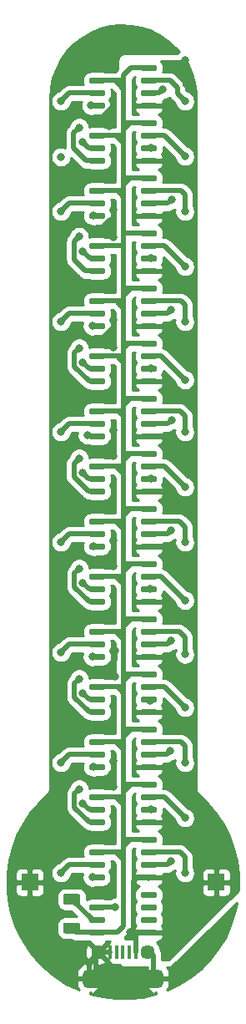
<source format=gbr>
%TF.GenerationSoftware,KiCad,Pcbnew,5.1.9*%
%TF.CreationDate,2021-04-30T20:41:33+02:00*%
%TF.ProjectId,AnalogThermometer,416e616c-6f67-4546-9865-726d6f6d6574,rev?*%
%TF.SameCoordinates,Original*%
%TF.FileFunction,Copper,L2,Bot*%
%TF.FilePolarity,Positive*%
%FSLAX46Y46*%
G04 Gerber Fmt 4.6, Leading zero omitted, Abs format (unit mm)*
G04 Created by KiCad (PCBNEW 5.1.9) date 2021-04-30 20:41:33*
%MOMM*%
%LPD*%
G01*
G04 APERTURE LIST*
%TA.AperFunction,SMDPad,CuDef*%
%ADD10R,1.500000X1.900000*%
%TD*%
%TA.AperFunction,ComponentPad*%
%ADD11C,1.450000*%
%TD*%
%TA.AperFunction,SMDPad,CuDef*%
%ADD12R,0.400000X1.350000*%
%TD*%
%TA.AperFunction,ComponentPad*%
%ADD13O,1.200000X1.900000*%
%TD*%
%TA.AperFunction,SMDPad,CuDef*%
%ADD14R,1.200000X1.900000*%
%TD*%
%TA.AperFunction,ComponentPad*%
%ADD15R,1.700000X1.700000*%
%TD*%
%TA.AperFunction,ViaPad*%
%ADD16C,0.800000*%
%TD*%
%TA.AperFunction,Conductor*%
%ADD17C,0.500000*%
%TD*%
%TA.AperFunction,Conductor*%
%ADD18C,0.254000*%
%TD*%
%TA.AperFunction,Conductor*%
%ADD19C,0.100000*%
%TD*%
G04 APERTURE END LIST*
%TO.P,R2,1*%
%TO.N,Net-(R2-Pad1)*%
%TA.AperFunction,SMDPad,CuDef*%
G36*
G01*
X27612503Y-113150000D02*
X26362497Y-113150000D01*
G75*
G02*
X26112500Y-112900003I0J249997D01*
G01*
X26112500Y-112274997D01*
G75*
G02*
X26362497Y-112025000I249997J0D01*
G01*
X27612503Y-112025000D01*
G75*
G02*
X27862500Y-112274997I0J-249997D01*
G01*
X27862500Y-112900003D01*
G75*
G02*
X27612503Y-113150000I-249997J0D01*
G01*
G37*
%TD.AperFunction*%
%TO.P,R2,2*%
%TO.N,Net-(R1-Pad2)*%
%TA.AperFunction,SMDPad,CuDef*%
G36*
G01*
X27612503Y-110225000D02*
X26362497Y-110225000D01*
G75*
G02*
X26112500Y-109975003I0J249997D01*
G01*
X26112500Y-109349997D01*
G75*
G02*
X26362497Y-109100000I249997J0D01*
G01*
X27612503Y-109100000D01*
G75*
G02*
X27862500Y-109349997I0J-249997D01*
G01*
X27862500Y-109975003D01*
G75*
G02*
X27612503Y-110225000I-249997J0D01*
G01*
G37*
%TD.AperFunction*%
%TD*%
%TO.P,U2,1*%
%TO.N,Net-(R2-Pad1)*%
%TA.AperFunction,SMDPad,CuDef*%
G36*
G01*
X28744500Y-113180000D02*
X28744500Y-112880000D01*
G75*
G02*
X28894500Y-112730000I150000J0D01*
G01*
X30244500Y-112730000D01*
G75*
G02*
X30394500Y-112880000I0J-150000D01*
G01*
X30394500Y-113180000D01*
G75*
G02*
X30244500Y-113330000I-150000J0D01*
G01*
X28894500Y-113330000D01*
G75*
G02*
X28744500Y-113180000I0J150000D01*
G01*
G37*
%TD.AperFunction*%
%TO.P,U2,2*%
%TO.N,Net-(R1-Pad2)*%
%TA.AperFunction,SMDPad,CuDef*%
G36*
G01*
X28744500Y-111910000D02*
X28744500Y-111610000D01*
G75*
G02*
X28894500Y-111460000I150000J0D01*
G01*
X30244500Y-111460000D01*
G75*
G02*
X30394500Y-111610000I0J-150000D01*
G01*
X30394500Y-111910000D01*
G75*
G02*
X30244500Y-112060000I-150000J0D01*
G01*
X28894500Y-112060000D01*
G75*
G02*
X28744500Y-111910000I0J150000D01*
G01*
G37*
%TD.AperFunction*%
%TO.P,U2,3*%
%TO.N,Net-(U1-Pad1)*%
%TA.AperFunction,SMDPad,CuDef*%
G36*
G01*
X28744500Y-110640000D02*
X28744500Y-110340000D01*
G75*
G02*
X28894500Y-110190000I150000J0D01*
G01*
X30244500Y-110190000D01*
G75*
G02*
X30394500Y-110340000I0J-150000D01*
G01*
X30394500Y-110640000D01*
G75*
G02*
X30244500Y-110790000I-150000J0D01*
G01*
X28894500Y-110790000D01*
G75*
G02*
X28744500Y-110640000I0J150000D01*
G01*
G37*
%TD.AperFunction*%
%TO.P,U2,4*%
%TO.N,GND*%
%TA.AperFunction,SMDPad,CuDef*%
G36*
G01*
X28744500Y-109370000D02*
X28744500Y-109070000D01*
G75*
G02*
X28894500Y-108920000I150000J0D01*
G01*
X30244500Y-108920000D01*
G75*
G02*
X30394500Y-109070000I0J-150000D01*
G01*
X30394500Y-109370000D01*
G75*
G02*
X30244500Y-109520000I-150000J0D01*
G01*
X28894500Y-109520000D01*
G75*
G02*
X28744500Y-109370000I0J150000D01*
G01*
G37*
%TD.AperFunction*%
%TO.P,U2,5*%
%TO.N,N/C*%
%TA.AperFunction,SMDPad,CuDef*%
G36*
G01*
X33994500Y-109370000D02*
X33994500Y-109070000D01*
G75*
G02*
X34144500Y-108920000I150000J0D01*
G01*
X35494500Y-108920000D01*
G75*
G02*
X35644500Y-109070000I0J-150000D01*
G01*
X35644500Y-109370000D01*
G75*
G02*
X35494500Y-109520000I-150000J0D01*
G01*
X34144500Y-109520000D01*
G75*
G02*
X33994500Y-109370000I0J150000D01*
G01*
G37*
%TD.AperFunction*%
%TO.P,U2,6*%
%TA.AperFunction,SMDPad,CuDef*%
G36*
G01*
X33994500Y-110640000D02*
X33994500Y-110340000D01*
G75*
G02*
X34144500Y-110190000I150000J0D01*
G01*
X35494500Y-110190000D01*
G75*
G02*
X35644500Y-110340000I0J-150000D01*
G01*
X35644500Y-110640000D01*
G75*
G02*
X35494500Y-110790000I-150000J0D01*
G01*
X34144500Y-110790000D01*
G75*
G02*
X33994500Y-110640000I0J150000D01*
G01*
G37*
%TD.AperFunction*%
%TO.P,U2,7*%
%TA.AperFunction,SMDPad,CuDef*%
G36*
G01*
X33994500Y-111910000D02*
X33994500Y-111610000D01*
G75*
G02*
X34144500Y-111460000I150000J0D01*
G01*
X35494500Y-111460000D01*
G75*
G02*
X35644500Y-111610000I0J-150000D01*
G01*
X35644500Y-111910000D01*
G75*
G02*
X35494500Y-112060000I-150000J0D01*
G01*
X34144500Y-112060000D01*
G75*
G02*
X33994500Y-111910000I0J150000D01*
G01*
G37*
%TD.AperFunction*%
%TO.P,U2,8*%
%TO.N,+5V*%
%TA.AperFunction,SMDPad,CuDef*%
G36*
G01*
X33994500Y-113180000D02*
X33994500Y-112880000D01*
G75*
G02*
X34144500Y-112730000I150000J0D01*
G01*
X35494500Y-112730000D01*
G75*
G02*
X35644500Y-112880000I0J-150000D01*
G01*
X35644500Y-113180000D01*
G75*
G02*
X35494500Y-113330000I-150000J0D01*
G01*
X34144500Y-113330000D01*
G75*
G02*
X33994500Y-113180000I0J150000D01*
G01*
G37*
%TD.AperFunction*%
%TD*%
%TO.P,U3,8*%
%TO.N,+5V*%
%TA.AperFunction,SMDPad,CuDef*%
G36*
G01*
X33994500Y-29360000D02*
X33994500Y-29060000D01*
G75*
G02*
X34144500Y-28910000I150000J0D01*
G01*
X35494500Y-28910000D01*
G75*
G02*
X35644500Y-29060000I0J-150000D01*
G01*
X35644500Y-29360000D01*
G75*
G02*
X35494500Y-29510000I-150000J0D01*
G01*
X34144500Y-29510000D01*
G75*
G02*
X33994500Y-29360000I0J150000D01*
G01*
G37*
%TD.AperFunction*%
%TO.P,U3,7*%
%TO.N,Net-(R14-Pad2)*%
%TA.AperFunction,SMDPad,CuDef*%
G36*
G01*
X33994500Y-28090000D02*
X33994500Y-27790000D01*
G75*
G02*
X34144500Y-27640000I150000J0D01*
G01*
X35494500Y-27640000D01*
G75*
G02*
X35644500Y-27790000I0J-150000D01*
G01*
X35644500Y-28090000D01*
G75*
G02*
X35494500Y-28240000I-150000J0D01*
G01*
X34144500Y-28240000D01*
G75*
G02*
X33994500Y-28090000I0J150000D01*
G01*
G37*
%TD.AperFunction*%
%TO.P,U3,6*%
%TO.N,Net-(R4-Pad2)*%
%TA.AperFunction,SMDPad,CuDef*%
G36*
G01*
X33994500Y-26820000D02*
X33994500Y-26520000D01*
G75*
G02*
X34144500Y-26370000I150000J0D01*
G01*
X35494500Y-26370000D01*
G75*
G02*
X35644500Y-26520000I0J-150000D01*
G01*
X35644500Y-26820000D01*
G75*
G02*
X35494500Y-26970000I-150000J0D01*
G01*
X34144500Y-26970000D01*
G75*
G02*
X33994500Y-26820000I0J150000D01*
G01*
G37*
%TD.AperFunction*%
%TO.P,U3,5*%
%TO.N,Net-(R2-Pad1)*%
%TA.AperFunction,SMDPad,CuDef*%
G36*
G01*
X33994500Y-25550000D02*
X33994500Y-25250000D01*
G75*
G02*
X34144500Y-25100000I150000J0D01*
G01*
X35494500Y-25100000D01*
G75*
G02*
X35644500Y-25250000I0J-150000D01*
G01*
X35644500Y-25550000D01*
G75*
G02*
X35494500Y-25700000I-150000J0D01*
G01*
X34144500Y-25700000D01*
G75*
G02*
X33994500Y-25550000I0J150000D01*
G01*
G37*
%TD.AperFunction*%
%TO.P,U3,4*%
%TO.N,GND*%
%TA.AperFunction,SMDPad,CuDef*%
G36*
G01*
X28744500Y-25550000D02*
X28744500Y-25250000D01*
G75*
G02*
X28894500Y-25100000I150000J0D01*
G01*
X30244500Y-25100000D01*
G75*
G02*
X30394500Y-25250000I0J-150000D01*
G01*
X30394500Y-25550000D01*
G75*
G02*
X30244500Y-25700000I-150000J0D01*
G01*
X28894500Y-25700000D01*
G75*
G02*
X28744500Y-25550000I0J150000D01*
G01*
G37*
%TD.AperFunction*%
%TO.P,U3,3*%
%TO.N,Net-(R2-Pad1)*%
%TA.AperFunction,SMDPad,CuDef*%
G36*
G01*
X28744500Y-26820000D02*
X28744500Y-26520000D01*
G75*
G02*
X28894500Y-26370000I150000J0D01*
G01*
X30244500Y-26370000D01*
G75*
G02*
X30394500Y-26520000I0J-150000D01*
G01*
X30394500Y-26820000D01*
G75*
G02*
X30244500Y-26970000I-150000J0D01*
G01*
X28894500Y-26970000D01*
G75*
G02*
X28744500Y-26820000I0J150000D01*
G01*
G37*
%TD.AperFunction*%
%TO.P,U3,2*%
%TO.N,Net-(R3-Pad2)*%
%TA.AperFunction,SMDPad,CuDef*%
G36*
G01*
X28744500Y-28090000D02*
X28744500Y-27790000D01*
G75*
G02*
X28894500Y-27640000I150000J0D01*
G01*
X30244500Y-27640000D01*
G75*
G02*
X30394500Y-27790000I0J-150000D01*
G01*
X30394500Y-28090000D01*
G75*
G02*
X30244500Y-28240000I-150000J0D01*
G01*
X28894500Y-28240000D01*
G75*
G02*
X28744500Y-28090000I0J150000D01*
G01*
G37*
%TD.AperFunction*%
%TO.P,U3,1*%
%TO.N,Net-(R13-Pad2)*%
%TA.AperFunction,SMDPad,CuDef*%
G36*
G01*
X28744500Y-29360000D02*
X28744500Y-29060000D01*
G75*
G02*
X28894500Y-28910000I150000J0D01*
G01*
X30244500Y-28910000D01*
G75*
G02*
X30394500Y-29060000I0J-150000D01*
G01*
X30394500Y-29360000D01*
G75*
G02*
X30244500Y-29510000I-150000J0D01*
G01*
X28894500Y-29510000D01*
G75*
G02*
X28744500Y-29360000I0J150000D01*
G01*
G37*
%TD.AperFunction*%
%TD*%
%TO.P,U4,1*%
%TO.N,Net-(R16-Pad2)*%
%TA.AperFunction,SMDPad,CuDef*%
G36*
G01*
X28744500Y-34948000D02*
X28744500Y-34648000D01*
G75*
G02*
X28894500Y-34498000I150000J0D01*
G01*
X30244500Y-34498000D01*
G75*
G02*
X30394500Y-34648000I0J-150000D01*
G01*
X30394500Y-34948000D01*
G75*
G02*
X30244500Y-35098000I-150000J0D01*
G01*
X28894500Y-35098000D01*
G75*
G02*
X28744500Y-34948000I0J150000D01*
G01*
G37*
%TD.AperFunction*%
%TO.P,U4,2*%
%TO.N,Net-(R6-Pad2)*%
%TA.AperFunction,SMDPad,CuDef*%
G36*
G01*
X28744500Y-33678000D02*
X28744500Y-33378000D01*
G75*
G02*
X28894500Y-33228000I150000J0D01*
G01*
X30244500Y-33228000D01*
G75*
G02*
X30394500Y-33378000I0J-150000D01*
G01*
X30394500Y-33678000D01*
G75*
G02*
X30244500Y-33828000I-150000J0D01*
G01*
X28894500Y-33828000D01*
G75*
G02*
X28744500Y-33678000I0J150000D01*
G01*
G37*
%TD.AperFunction*%
%TO.P,U4,3*%
%TO.N,Net-(R2-Pad1)*%
%TA.AperFunction,SMDPad,CuDef*%
G36*
G01*
X28744500Y-32408000D02*
X28744500Y-32108000D01*
G75*
G02*
X28894500Y-31958000I150000J0D01*
G01*
X30244500Y-31958000D01*
G75*
G02*
X30394500Y-32108000I0J-150000D01*
G01*
X30394500Y-32408000D01*
G75*
G02*
X30244500Y-32558000I-150000J0D01*
G01*
X28894500Y-32558000D01*
G75*
G02*
X28744500Y-32408000I0J150000D01*
G01*
G37*
%TD.AperFunction*%
%TO.P,U4,4*%
%TO.N,GND*%
%TA.AperFunction,SMDPad,CuDef*%
G36*
G01*
X28744500Y-31138000D02*
X28744500Y-30838000D01*
G75*
G02*
X28894500Y-30688000I150000J0D01*
G01*
X30244500Y-30688000D01*
G75*
G02*
X30394500Y-30838000I0J-150000D01*
G01*
X30394500Y-31138000D01*
G75*
G02*
X30244500Y-31288000I-150000J0D01*
G01*
X28894500Y-31288000D01*
G75*
G02*
X28744500Y-31138000I0J150000D01*
G01*
G37*
%TD.AperFunction*%
%TO.P,U4,5*%
%TO.N,Net-(R2-Pad1)*%
%TA.AperFunction,SMDPad,CuDef*%
G36*
G01*
X33994500Y-31138000D02*
X33994500Y-30838000D01*
G75*
G02*
X34144500Y-30688000I150000J0D01*
G01*
X35494500Y-30688000D01*
G75*
G02*
X35644500Y-30838000I0J-150000D01*
G01*
X35644500Y-31138000D01*
G75*
G02*
X35494500Y-31288000I-150000J0D01*
G01*
X34144500Y-31288000D01*
G75*
G02*
X33994500Y-31138000I0J150000D01*
G01*
G37*
%TD.AperFunction*%
%TO.P,U4,6*%
%TO.N,Net-(R5-Pad2)*%
%TA.AperFunction,SMDPad,CuDef*%
G36*
G01*
X33994500Y-32408000D02*
X33994500Y-32108000D01*
G75*
G02*
X34144500Y-31958000I150000J0D01*
G01*
X35494500Y-31958000D01*
G75*
G02*
X35644500Y-32108000I0J-150000D01*
G01*
X35644500Y-32408000D01*
G75*
G02*
X35494500Y-32558000I-150000J0D01*
G01*
X34144500Y-32558000D01*
G75*
G02*
X33994500Y-32408000I0J150000D01*
G01*
G37*
%TD.AperFunction*%
%TO.P,U4,7*%
%TO.N,Net-(R15-Pad2)*%
%TA.AperFunction,SMDPad,CuDef*%
G36*
G01*
X33994500Y-33678000D02*
X33994500Y-33378000D01*
G75*
G02*
X34144500Y-33228000I150000J0D01*
G01*
X35494500Y-33228000D01*
G75*
G02*
X35644500Y-33378000I0J-150000D01*
G01*
X35644500Y-33678000D01*
G75*
G02*
X35494500Y-33828000I-150000J0D01*
G01*
X34144500Y-33828000D01*
G75*
G02*
X33994500Y-33678000I0J150000D01*
G01*
G37*
%TD.AperFunction*%
%TO.P,U4,8*%
%TO.N,+5V*%
%TA.AperFunction,SMDPad,CuDef*%
G36*
G01*
X33994500Y-34948000D02*
X33994500Y-34648000D01*
G75*
G02*
X34144500Y-34498000I150000J0D01*
G01*
X35494500Y-34498000D01*
G75*
G02*
X35644500Y-34648000I0J-150000D01*
G01*
X35644500Y-34948000D01*
G75*
G02*
X35494500Y-35098000I-150000J0D01*
G01*
X34144500Y-35098000D01*
G75*
G02*
X33994500Y-34948000I0J150000D01*
G01*
G37*
%TD.AperFunction*%
%TD*%
%TO.P,U5,1*%
%TO.N,Net-(R17-Pad2)*%
%TA.AperFunction,SMDPad,CuDef*%
G36*
G01*
X28744500Y-40536000D02*
X28744500Y-40236000D01*
G75*
G02*
X28894500Y-40086000I150000J0D01*
G01*
X30244500Y-40086000D01*
G75*
G02*
X30394500Y-40236000I0J-150000D01*
G01*
X30394500Y-40536000D01*
G75*
G02*
X30244500Y-40686000I-150000J0D01*
G01*
X28894500Y-40686000D01*
G75*
G02*
X28744500Y-40536000I0J150000D01*
G01*
G37*
%TD.AperFunction*%
%TO.P,U5,2*%
%TO.N,Net-(R7-Pad2)*%
%TA.AperFunction,SMDPad,CuDef*%
G36*
G01*
X28744500Y-39266000D02*
X28744500Y-38966000D01*
G75*
G02*
X28894500Y-38816000I150000J0D01*
G01*
X30244500Y-38816000D01*
G75*
G02*
X30394500Y-38966000I0J-150000D01*
G01*
X30394500Y-39266000D01*
G75*
G02*
X30244500Y-39416000I-150000J0D01*
G01*
X28894500Y-39416000D01*
G75*
G02*
X28744500Y-39266000I0J150000D01*
G01*
G37*
%TD.AperFunction*%
%TO.P,U5,3*%
%TO.N,Net-(R2-Pad1)*%
%TA.AperFunction,SMDPad,CuDef*%
G36*
G01*
X28744500Y-37996000D02*
X28744500Y-37696000D01*
G75*
G02*
X28894500Y-37546000I150000J0D01*
G01*
X30244500Y-37546000D01*
G75*
G02*
X30394500Y-37696000I0J-150000D01*
G01*
X30394500Y-37996000D01*
G75*
G02*
X30244500Y-38146000I-150000J0D01*
G01*
X28894500Y-38146000D01*
G75*
G02*
X28744500Y-37996000I0J150000D01*
G01*
G37*
%TD.AperFunction*%
%TO.P,U5,4*%
%TO.N,GND*%
%TA.AperFunction,SMDPad,CuDef*%
G36*
G01*
X28744500Y-36726000D02*
X28744500Y-36426000D01*
G75*
G02*
X28894500Y-36276000I150000J0D01*
G01*
X30244500Y-36276000D01*
G75*
G02*
X30394500Y-36426000I0J-150000D01*
G01*
X30394500Y-36726000D01*
G75*
G02*
X30244500Y-36876000I-150000J0D01*
G01*
X28894500Y-36876000D01*
G75*
G02*
X28744500Y-36726000I0J150000D01*
G01*
G37*
%TD.AperFunction*%
%TO.P,U5,5*%
%TO.N,Net-(R2-Pad1)*%
%TA.AperFunction,SMDPad,CuDef*%
G36*
G01*
X33994500Y-36726000D02*
X33994500Y-36426000D01*
G75*
G02*
X34144500Y-36276000I150000J0D01*
G01*
X35494500Y-36276000D01*
G75*
G02*
X35644500Y-36426000I0J-150000D01*
G01*
X35644500Y-36726000D01*
G75*
G02*
X35494500Y-36876000I-150000J0D01*
G01*
X34144500Y-36876000D01*
G75*
G02*
X33994500Y-36726000I0J150000D01*
G01*
G37*
%TD.AperFunction*%
%TO.P,U5,6*%
%TO.N,Net-(R8-Pad2)*%
%TA.AperFunction,SMDPad,CuDef*%
G36*
G01*
X33994500Y-37996000D02*
X33994500Y-37696000D01*
G75*
G02*
X34144500Y-37546000I150000J0D01*
G01*
X35494500Y-37546000D01*
G75*
G02*
X35644500Y-37696000I0J-150000D01*
G01*
X35644500Y-37996000D01*
G75*
G02*
X35494500Y-38146000I-150000J0D01*
G01*
X34144500Y-38146000D01*
G75*
G02*
X33994500Y-37996000I0J150000D01*
G01*
G37*
%TD.AperFunction*%
%TO.P,U5,7*%
%TO.N,Net-(R18-Pad2)*%
%TA.AperFunction,SMDPad,CuDef*%
G36*
G01*
X33994500Y-39266000D02*
X33994500Y-38966000D01*
G75*
G02*
X34144500Y-38816000I150000J0D01*
G01*
X35494500Y-38816000D01*
G75*
G02*
X35644500Y-38966000I0J-150000D01*
G01*
X35644500Y-39266000D01*
G75*
G02*
X35494500Y-39416000I-150000J0D01*
G01*
X34144500Y-39416000D01*
G75*
G02*
X33994500Y-39266000I0J150000D01*
G01*
G37*
%TD.AperFunction*%
%TO.P,U5,8*%
%TO.N,+5V*%
%TA.AperFunction,SMDPad,CuDef*%
G36*
G01*
X33994500Y-40536000D02*
X33994500Y-40236000D01*
G75*
G02*
X34144500Y-40086000I150000J0D01*
G01*
X35494500Y-40086000D01*
G75*
G02*
X35644500Y-40236000I0J-150000D01*
G01*
X35644500Y-40536000D01*
G75*
G02*
X35494500Y-40686000I-150000J0D01*
G01*
X34144500Y-40686000D01*
G75*
G02*
X33994500Y-40536000I0J150000D01*
G01*
G37*
%TD.AperFunction*%
%TD*%
%TO.P,U6,1*%
%TO.N,Net-(R20-Pad2)*%
%TA.AperFunction,SMDPad,CuDef*%
G36*
G01*
X28744500Y-46124000D02*
X28744500Y-45824000D01*
G75*
G02*
X28894500Y-45674000I150000J0D01*
G01*
X30244500Y-45674000D01*
G75*
G02*
X30394500Y-45824000I0J-150000D01*
G01*
X30394500Y-46124000D01*
G75*
G02*
X30244500Y-46274000I-150000J0D01*
G01*
X28894500Y-46274000D01*
G75*
G02*
X28744500Y-46124000I0J150000D01*
G01*
G37*
%TD.AperFunction*%
%TO.P,U6,2*%
%TO.N,Net-(R10-Pad2)*%
%TA.AperFunction,SMDPad,CuDef*%
G36*
G01*
X28744500Y-44854000D02*
X28744500Y-44554000D01*
G75*
G02*
X28894500Y-44404000I150000J0D01*
G01*
X30244500Y-44404000D01*
G75*
G02*
X30394500Y-44554000I0J-150000D01*
G01*
X30394500Y-44854000D01*
G75*
G02*
X30244500Y-45004000I-150000J0D01*
G01*
X28894500Y-45004000D01*
G75*
G02*
X28744500Y-44854000I0J150000D01*
G01*
G37*
%TD.AperFunction*%
%TO.P,U6,3*%
%TO.N,Net-(R2-Pad1)*%
%TA.AperFunction,SMDPad,CuDef*%
G36*
G01*
X28744500Y-43584000D02*
X28744500Y-43284000D01*
G75*
G02*
X28894500Y-43134000I150000J0D01*
G01*
X30244500Y-43134000D01*
G75*
G02*
X30394500Y-43284000I0J-150000D01*
G01*
X30394500Y-43584000D01*
G75*
G02*
X30244500Y-43734000I-150000J0D01*
G01*
X28894500Y-43734000D01*
G75*
G02*
X28744500Y-43584000I0J150000D01*
G01*
G37*
%TD.AperFunction*%
%TO.P,U6,4*%
%TO.N,GND*%
%TA.AperFunction,SMDPad,CuDef*%
G36*
G01*
X28744500Y-42314000D02*
X28744500Y-42014000D01*
G75*
G02*
X28894500Y-41864000I150000J0D01*
G01*
X30244500Y-41864000D01*
G75*
G02*
X30394500Y-42014000I0J-150000D01*
G01*
X30394500Y-42314000D01*
G75*
G02*
X30244500Y-42464000I-150000J0D01*
G01*
X28894500Y-42464000D01*
G75*
G02*
X28744500Y-42314000I0J150000D01*
G01*
G37*
%TD.AperFunction*%
%TO.P,U6,5*%
%TO.N,Net-(R2-Pad1)*%
%TA.AperFunction,SMDPad,CuDef*%
G36*
G01*
X33994500Y-42314000D02*
X33994500Y-42014000D01*
G75*
G02*
X34144500Y-41864000I150000J0D01*
G01*
X35494500Y-41864000D01*
G75*
G02*
X35644500Y-42014000I0J-150000D01*
G01*
X35644500Y-42314000D01*
G75*
G02*
X35494500Y-42464000I-150000J0D01*
G01*
X34144500Y-42464000D01*
G75*
G02*
X33994500Y-42314000I0J150000D01*
G01*
G37*
%TD.AperFunction*%
%TO.P,U6,6*%
%TO.N,Net-(R10-Pad1)*%
%TA.AperFunction,SMDPad,CuDef*%
G36*
G01*
X33994500Y-43584000D02*
X33994500Y-43284000D01*
G75*
G02*
X34144500Y-43134000I150000J0D01*
G01*
X35494500Y-43134000D01*
G75*
G02*
X35644500Y-43284000I0J-150000D01*
G01*
X35644500Y-43584000D01*
G75*
G02*
X35494500Y-43734000I-150000J0D01*
G01*
X34144500Y-43734000D01*
G75*
G02*
X33994500Y-43584000I0J150000D01*
G01*
G37*
%TD.AperFunction*%
%TO.P,U6,7*%
%TO.N,Net-(R19-Pad2)*%
%TA.AperFunction,SMDPad,CuDef*%
G36*
G01*
X33994500Y-44854000D02*
X33994500Y-44554000D01*
G75*
G02*
X34144500Y-44404000I150000J0D01*
G01*
X35494500Y-44404000D01*
G75*
G02*
X35644500Y-44554000I0J-150000D01*
G01*
X35644500Y-44854000D01*
G75*
G02*
X35494500Y-45004000I-150000J0D01*
G01*
X34144500Y-45004000D01*
G75*
G02*
X33994500Y-44854000I0J150000D01*
G01*
G37*
%TD.AperFunction*%
%TO.P,U6,8*%
%TO.N,+5V*%
%TA.AperFunction,SMDPad,CuDef*%
G36*
G01*
X33994500Y-46124000D02*
X33994500Y-45824000D01*
G75*
G02*
X34144500Y-45674000I150000J0D01*
G01*
X35494500Y-45674000D01*
G75*
G02*
X35644500Y-45824000I0J-150000D01*
G01*
X35644500Y-46124000D01*
G75*
G02*
X35494500Y-46274000I-150000J0D01*
G01*
X34144500Y-46274000D01*
G75*
G02*
X33994500Y-46124000I0J150000D01*
G01*
G37*
%TD.AperFunction*%
%TD*%
%TO.P,U7,8*%
%TO.N,+5V*%
%TA.AperFunction,SMDPad,CuDef*%
G36*
G01*
X33994500Y-51712000D02*
X33994500Y-51412000D01*
G75*
G02*
X34144500Y-51262000I150000J0D01*
G01*
X35494500Y-51262000D01*
G75*
G02*
X35644500Y-51412000I0J-150000D01*
G01*
X35644500Y-51712000D01*
G75*
G02*
X35494500Y-51862000I-150000J0D01*
G01*
X34144500Y-51862000D01*
G75*
G02*
X33994500Y-51712000I0J150000D01*
G01*
G37*
%TD.AperFunction*%
%TO.P,U7,7*%
%TO.N,Net-(R22-Pad2)*%
%TA.AperFunction,SMDPad,CuDef*%
G36*
G01*
X33994500Y-50442000D02*
X33994500Y-50142000D01*
G75*
G02*
X34144500Y-49992000I150000J0D01*
G01*
X35494500Y-49992000D01*
G75*
G02*
X35644500Y-50142000I0J-150000D01*
G01*
X35644500Y-50442000D01*
G75*
G02*
X35494500Y-50592000I-150000J0D01*
G01*
X34144500Y-50592000D01*
G75*
G02*
X33994500Y-50442000I0J150000D01*
G01*
G37*
%TD.AperFunction*%
%TO.P,U7,6*%
%TO.N,Net-(R12-Pad2)*%
%TA.AperFunction,SMDPad,CuDef*%
G36*
G01*
X33994500Y-49172000D02*
X33994500Y-48872000D01*
G75*
G02*
X34144500Y-48722000I150000J0D01*
G01*
X35494500Y-48722000D01*
G75*
G02*
X35644500Y-48872000I0J-150000D01*
G01*
X35644500Y-49172000D01*
G75*
G02*
X35494500Y-49322000I-150000J0D01*
G01*
X34144500Y-49322000D01*
G75*
G02*
X33994500Y-49172000I0J150000D01*
G01*
G37*
%TD.AperFunction*%
%TO.P,U7,5*%
%TO.N,Net-(R2-Pad1)*%
%TA.AperFunction,SMDPad,CuDef*%
G36*
G01*
X33994500Y-47902000D02*
X33994500Y-47602000D01*
G75*
G02*
X34144500Y-47452000I150000J0D01*
G01*
X35494500Y-47452000D01*
G75*
G02*
X35644500Y-47602000I0J-150000D01*
G01*
X35644500Y-47902000D01*
G75*
G02*
X35494500Y-48052000I-150000J0D01*
G01*
X34144500Y-48052000D01*
G75*
G02*
X33994500Y-47902000I0J150000D01*
G01*
G37*
%TD.AperFunction*%
%TO.P,U7,4*%
%TO.N,GND*%
%TA.AperFunction,SMDPad,CuDef*%
G36*
G01*
X28744500Y-47902000D02*
X28744500Y-47602000D01*
G75*
G02*
X28894500Y-47452000I150000J0D01*
G01*
X30244500Y-47452000D01*
G75*
G02*
X30394500Y-47602000I0J-150000D01*
G01*
X30394500Y-47902000D01*
G75*
G02*
X30244500Y-48052000I-150000J0D01*
G01*
X28894500Y-48052000D01*
G75*
G02*
X28744500Y-47902000I0J150000D01*
G01*
G37*
%TD.AperFunction*%
%TO.P,U7,3*%
%TO.N,Net-(R2-Pad1)*%
%TA.AperFunction,SMDPad,CuDef*%
G36*
G01*
X28744500Y-49172000D02*
X28744500Y-48872000D01*
G75*
G02*
X28894500Y-48722000I150000J0D01*
G01*
X30244500Y-48722000D01*
G75*
G02*
X30394500Y-48872000I0J-150000D01*
G01*
X30394500Y-49172000D01*
G75*
G02*
X30244500Y-49322000I-150000J0D01*
G01*
X28894500Y-49322000D01*
G75*
G02*
X28744500Y-49172000I0J150000D01*
G01*
G37*
%TD.AperFunction*%
%TO.P,U7,2*%
%TO.N,Net-(R11-Pad2)*%
%TA.AperFunction,SMDPad,CuDef*%
G36*
G01*
X28744500Y-50442000D02*
X28744500Y-50142000D01*
G75*
G02*
X28894500Y-49992000I150000J0D01*
G01*
X30244500Y-49992000D01*
G75*
G02*
X30394500Y-50142000I0J-150000D01*
G01*
X30394500Y-50442000D01*
G75*
G02*
X30244500Y-50592000I-150000J0D01*
G01*
X28894500Y-50592000D01*
G75*
G02*
X28744500Y-50442000I0J150000D01*
G01*
G37*
%TD.AperFunction*%
%TO.P,U7,1*%
%TO.N,Net-(R21-Pad2)*%
%TA.AperFunction,SMDPad,CuDef*%
G36*
G01*
X28744500Y-51712000D02*
X28744500Y-51412000D01*
G75*
G02*
X28894500Y-51262000I150000J0D01*
G01*
X30244500Y-51262000D01*
G75*
G02*
X30394500Y-51412000I0J-150000D01*
G01*
X30394500Y-51712000D01*
G75*
G02*
X30244500Y-51862000I-150000J0D01*
G01*
X28894500Y-51862000D01*
G75*
G02*
X28744500Y-51712000I0J150000D01*
G01*
G37*
%TD.AperFunction*%
%TD*%
%TO.P,U8,8*%
%TO.N,+5V*%
%TA.AperFunction,SMDPad,CuDef*%
G36*
G01*
X33994500Y-57300000D02*
X33994500Y-57000000D01*
G75*
G02*
X34144500Y-56850000I150000J0D01*
G01*
X35494500Y-56850000D01*
G75*
G02*
X35644500Y-57000000I0J-150000D01*
G01*
X35644500Y-57300000D01*
G75*
G02*
X35494500Y-57450000I-150000J0D01*
G01*
X34144500Y-57450000D01*
G75*
G02*
X33994500Y-57300000I0J150000D01*
G01*
G37*
%TD.AperFunction*%
%TO.P,U8,7*%
%TO.N,Net-(R33-Pad2)*%
%TA.AperFunction,SMDPad,CuDef*%
G36*
G01*
X33994500Y-56030000D02*
X33994500Y-55730000D01*
G75*
G02*
X34144500Y-55580000I150000J0D01*
G01*
X35494500Y-55580000D01*
G75*
G02*
X35644500Y-55730000I0J-150000D01*
G01*
X35644500Y-56030000D01*
G75*
G02*
X35494500Y-56180000I-150000J0D01*
G01*
X34144500Y-56180000D01*
G75*
G02*
X33994500Y-56030000I0J150000D01*
G01*
G37*
%TD.AperFunction*%
%TO.P,U8,6*%
%TO.N,Net-(R23-Pad2)*%
%TA.AperFunction,SMDPad,CuDef*%
G36*
G01*
X33994500Y-54760000D02*
X33994500Y-54460000D01*
G75*
G02*
X34144500Y-54310000I150000J0D01*
G01*
X35494500Y-54310000D01*
G75*
G02*
X35644500Y-54460000I0J-150000D01*
G01*
X35644500Y-54760000D01*
G75*
G02*
X35494500Y-54910000I-150000J0D01*
G01*
X34144500Y-54910000D01*
G75*
G02*
X33994500Y-54760000I0J150000D01*
G01*
G37*
%TD.AperFunction*%
%TO.P,U8,5*%
%TO.N,Net-(R2-Pad1)*%
%TA.AperFunction,SMDPad,CuDef*%
G36*
G01*
X33994500Y-53490000D02*
X33994500Y-53190000D01*
G75*
G02*
X34144500Y-53040000I150000J0D01*
G01*
X35494500Y-53040000D01*
G75*
G02*
X35644500Y-53190000I0J-150000D01*
G01*
X35644500Y-53490000D01*
G75*
G02*
X35494500Y-53640000I-150000J0D01*
G01*
X34144500Y-53640000D01*
G75*
G02*
X33994500Y-53490000I0J150000D01*
G01*
G37*
%TD.AperFunction*%
%TO.P,U8,4*%
%TO.N,GND*%
%TA.AperFunction,SMDPad,CuDef*%
G36*
G01*
X28744500Y-53490000D02*
X28744500Y-53190000D01*
G75*
G02*
X28894500Y-53040000I150000J0D01*
G01*
X30244500Y-53040000D01*
G75*
G02*
X30394500Y-53190000I0J-150000D01*
G01*
X30394500Y-53490000D01*
G75*
G02*
X30244500Y-53640000I-150000J0D01*
G01*
X28894500Y-53640000D01*
G75*
G02*
X28744500Y-53490000I0J150000D01*
G01*
G37*
%TD.AperFunction*%
%TO.P,U8,3*%
%TO.N,Net-(R2-Pad1)*%
%TA.AperFunction,SMDPad,CuDef*%
G36*
G01*
X28744500Y-54760000D02*
X28744500Y-54460000D01*
G75*
G02*
X28894500Y-54310000I150000J0D01*
G01*
X30244500Y-54310000D01*
G75*
G02*
X30394500Y-54460000I0J-150000D01*
G01*
X30394500Y-54760000D01*
G75*
G02*
X30244500Y-54910000I-150000J0D01*
G01*
X28894500Y-54910000D01*
G75*
G02*
X28744500Y-54760000I0J150000D01*
G01*
G37*
%TD.AperFunction*%
%TO.P,U8,2*%
%TO.N,Net-(R24-Pad2)*%
%TA.AperFunction,SMDPad,CuDef*%
G36*
G01*
X28744500Y-56030000D02*
X28744500Y-55730000D01*
G75*
G02*
X28894500Y-55580000I150000J0D01*
G01*
X30244500Y-55580000D01*
G75*
G02*
X30394500Y-55730000I0J-150000D01*
G01*
X30394500Y-56030000D01*
G75*
G02*
X30244500Y-56180000I-150000J0D01*
G01*
X28894500Y-56180000D01*
G75*
G02*
X28744500Y-56030000I0J150000D01*
G01*
G37*
%TD.AperFunction*%
%TO.P,U8,1*%
%TO.N,Net-(R34-Pad2)*%
%TA.AperFunction,SMDPad,CuDef*%
G36*
G01*
X28744500Y-57300000D02*
X28744500Y-57000000D01*
G75*
G02*
X28894500Y-56850000I150000J0D01*
G01*
X30244500Y-56850000D01*
G75*
G02*
X30394500Y-57000000I0J-150000D01*
G01*
X30394500Y-57300000D01*
G75*
G02*
X30244500Y-57450000I-150000J0D01*
G01*
X28894500Y-57450000D01*
G75*
G02*
X28744500Y-57300000I0J150000D01*
G01*
G37*
%TD.AperFunction*%
%TD*%
%TO.P,U9,1*%
%TO.N,Net-(R35-Pad2)*%
%TA.AperFunction,SMDPad,CuDef*%
G36*
G01*
X28744500Y-62888000D02*
X28744500Y-62588000D01*
G75*
G02*
X28894500Y-62438000I150000J0D01*
G01*
X30244500Y-62438000D01*
G75*
G02*
X30394500Y-62588000I0J-150000D01*
G01*
X30394500Y-62888000D01*
G75*
G02*
X30244500Y-63038000I-150000J0D01*
G01*
X28894500Y-63038000D01*
G75*
G02*
X28744500Y-62888000I0J150000D01*
G01*
G37*
%TD.AperFunction*%
%TO.P,U9,2*%
%TO.N,Net-(R25-Pad2)*%
%TA.AperFunction,SMDPad,CuDef*%
G36*
G01*
X28744500Y-61618000D02*
X28744500Y-61318000D01*
G75*
G02*
X28894500Y-61168000I150000J0D01*
G01*
X30244500Y-61168000D01*
G75*
G02*
X30394500Y-61318000I0J-150000D01*
G01*
X30394500Y-61618000D01*
G75*
G02*
X30244500Y-61768000I-150000J0D01*
G01*
X28894500Y-61768000D01*
G75*
G02*
X28744500Y-61618000I0J150000D01*
G01*
G37*
%TD.AperFunction*%
%TO.P,U9,3*%
%TO.N,Net-(R2-Pad1)*%
%TA.AperFunction,SMDPad,CuDef*%
G36*
G01*
X28744500Y-60348000D02*
X28744500Y-60048000D01*
G75*
G02*
X28894500Y-59898000I150000J0D01*
G01*
X30244500Y-59898000D01*
G75*
G02*
X30394500Y-60048000I0J-150000D01*
G01*
X30394500Y-60348000D01*
G75*
G02*
X30244500Y-60498000I-150000J0D01*
G01*
X28894500Y-60498000D01*
G75*
G02*
X28744500Y-60348000I0J150000D01*
G01*
G37*
%TD.AperFunction*%
%TO.P,U9,4*%
%TO.N,GND*%
%TA.AperFunction,SMDPad,CuDef*%
G36*
G01*
X28744500Y-59078000D02*
X28744500Y-58778000D01*
G75*
G02*
X28894500Y-58628000I150000J0D01*
G01*
X30244500Y-58628000D01*
G75*
G02*
X30394500Y-58778000I0J-150000D01*
G01*
X30394500Y-59078000D01*
G75*
G02*
X30244500Y-59228000I-150000J0D01*
G01*
X28894500Y-59228000D01*
G75*
G02*
X28744500Y-59078000I0J150000D01*
G01*
G37*
%TD.AperFunction*%
%TO.P,U9,5*%
%TO.N,Net-(R2-Pad1)*%
%TA.AperFunction,SMDPad,CuDef*%
G36*
G01*
X33994500Y-59078000D02*
X33994500Y-58778000D01*
G75*
G02*
X34144500Y-58628000I150000J0D01*
G01*
X35494500Y-58628000D01*
G75*
G02*
X35644500Y-58778000I0J-150000D01*
G01*
X35644500Y-59078000D01*
G75*
G02*
X35494500Y-59228000I-150000J0D01*
G01*
X34144500Y-59228000D01*
G75*
G02*
X33994500Y-59078000I0J150000D01*
G01*
G37*
%TD.AperFunction*%
%TO.P,U9,6*%
%TO.N,Net-(R26-Pad2)*%
%TA.AperFunction,SMDPad,CuDef*%
G36*
G01*
X33994500Y-60348000D02*
X33994500Y-60048000D01*
G75*
G02*
X34144500Y-59898000I150000J0D01*
G01*
X35494500Y-59898000D01*
G75*
G02*
X35644500Y-60048000I0J-150000D01*
G01*
X35644500Y-60348000D01*
G75*
G02*
X35494500Y-60498000I-150000J0D01*
G01*
X34144500Y-60498000D01*
G75*
G02*
X33994500Y-60348000I0J150000D01*
G01*
G37*
%TD.AperFunction*%
%TO.P,U9,7*%
%TO.N,Net-(R36-Pad2)*%
%TA.AperFunction,SMDPad,CuDef*%
G36*
G01*
X33994500Y-61618000D02*
X33994500Y-61318000D01*
G75*
G02*
X34144500Y-61168000I150000J0D01*
G01*
X35494500Y-61168000D01*
G75*
G02*
X35644500Y-61318000I0J-150000D01*
G01*
X35644500Y-61618000D01*
G75*
G02*
X35494500Y-61768000I-150000J0D01*
G01*
X34144500Y-61768000D01*
G75*
G02*
X33994500Y-61618000I0J150000D01*
G01*
G37*
%TD.AperFunction*%
%TO.P,U9,8*%
%TO.N,+5V*%
%TA.AperFunction,SMDPad,CuDef*%
G36*
G01*
X33994500Y-62888000D02*
X33994500Y-62588000D01*
G75*
G02*
X34144500Y-62438000I150000J0D01*
G01*
X35494500Y-62438000D01*
G75*
G02*
X35644500Y-62588000I0J-150000D01*
G01*
X35644500Y-62888000D01*
G75*
G02*
X35494500Y-63038000I-150000J0D01*
G01*
X34144500Y-63038000D01*
G75*
G02*
X33994500Y-62888000I0J150000D01*
G01*
G37*
%TD.AperFunction*%
%TD*%
%TO.P,U10,1*%
%TO.N,Net-(R38-Pad2)*%
%TA.AperFunction,SMDPad,CuDef*%
G36*
G01*
X28744500Y-68476000D02*
X28744500Y-68176000D01*
G75*
G02*
X28894500Y-68026000I150000J0D01*
G01*
X30244500Y-68026000D01*
G75*
G02*
X30394500Y-68176000I0J-150000D01*
G01*
X30394500Y-68476000D01*
G75*
G02*
X30244500Y-68626000I-150000J0D01*
G01*
X28894500Y-68626000D01*
G75*
G02*
X28744500Y-68476000I0J150000D01*
G01*
G37*
%TD.AperFunction*%
%TO.P,U10,2*%
%TO.N,Net-(R28-Pad2)*%
%TA.AperFunction,SMDPad,CuDef*%
G36*
G01*
X28744500Y-67206000D02*
X28744500Y-66906000D01*
G75*
G02*
X28894500Y-66756000I150000J0D01*
G01*
X30244500Y-66756000D01*
G75*
G02*
X30394500Y-66906000I0J-150000D01*
G01*
X30394500Y-67206000D01*
G75*
G02*
X30244500Y-67356000I-150000J0D01*
G01*
X28894500Y-67356000D01*
G75*
G02*
X28744500Y-67206000I0J150000D01*
G01*
G37*
%TD.AperFunction*%
%TO.P,U10,3*%
%TO.N,Net-(R2-Pad1)*%
%TA.AperFunction,SMDPad,CuDef*%
G36*
G01*
X28744500Y-65936000D02*
X28744500Y-65636000D01*
G75*
G02*
X28894500Y-65486000I150000J0D01*
G01*
X30244500Y-65486000D01*
G75*
G02*
X30394500Y-65636000I0J-150000D01*
G01*
X30394500Y-65936000D01*
G75*
G02*
X30244500Y-66086000I-150000J0D01*
G01*
X28894500Y-66086000D01*
G75*
G02*
X28744500Y-65936000I0J150000D01*
G01*
G37*
%TD.AperFunction*%
%TO.P,U10,4*%
%TO.N,GND*%
%TA.AperFunction,SMDPad,CuDef*%
G36*
G01*
X28744500Y-64666000D02*
X28744500Y-64366000D01*
G75*
G02*
X28894500Y-64216000I150000J0D01*
G01*
X30244500Y-64216000D01*
G75*
G02*
X30394500Y-64366000I0J-150000D01*
G01*
X30394500Y-64666000D01*
G75*
G02*
X30244500Y-64816000I-150000J0D01*
G01*
X28894500Y-64816000D01*
G75*
G02*
X28744500Y-64666000I0J150000D01*
G01*
G37*
%TD.AperFunction*%
%TO.P,U10,5*%
%TO.N,Net-(R2-Pad1)*%
%TA.AperFunction,SMDPad,CuDef*%
G36*
G01*
X33994500Y-64666000D02*
X33994500Y-64366000D01*
G75*
G02*
X34144500Y-64216000I150000J0D01*
G01*
X35494500Y-64216000D01*
G75*
G02*
X35644500Y-64366000I0J-150000D01*
G01*
X35644500Y-64666000D01*
G75*
G02*
X35494500Y-64816000I-150000J0D01*
G01*
X34144500Y-64816000D01*
G75*
G02*
X33994500Y-64666000I0J150000D01*
G01*
G37*
%TD.AperFunction*%
%TO.P,U10,6*%
%TO.N,Net-(R27-Pad2)*%
%TA.AperFunction,SMDPad,CuDef*%
G36*
G01*
X33994500Y-65936000D02*
X33994500Y-65636000D01*
G75*
G02*
X34144500Y-65486000I150000J0D01*
G01*
X35494500Y-65486000D01*
G75*
G02*
X35644500Y-65636000I0J-150000D01*
G01*
X35644500Y-65936000D01*
G75*
G02*
X35494500Y-66086000I-150000J0D01*
G01*
X34144500Y-66086000D01*
G75*
G02*
X33994500Y-65936000I0J150000D01*
G01*
G37*
%TD.AperFunction*%
%TO.P,U10,7*%
%TO.N,Net-(R37-Pad2)*%
%TA.AperFunction,SMDPad,CuDef*%
G36*
G01*
X33994500Y-67206000D02*
X33994500Y-66906000D01*
G75*
G02*
X34144500Y-66756000I150000J0D01*
G01*
X35494500Y-66756000D01*
G75*
G02*
X35644500Y-66906000I0J-150000D01*
G01*
X35644500Y-67206000D01*
G75*
G02*
X35494500Y-67356000I-150000J0D01*
G01*
X34144500Y-67356000D01*
G75*
G02*
X33994500Y-67206000I0J150000D01*
G01*
G37*
%TD.AperFunction*%
%TO.P,U10,8*%
%TO.N,+5V*%
%TA.AperFunction,SMDPad,CuDef*%
G36*
G01*
X33994500Y-68476000D02*
X33994500Y-68176000D01*
G75*
G02*
X34144500Y-68026000I150000J0D01*
G01*
X35494500Y-68026000D01*
G75*
G02*
X35644500Y-68176000I0J-150000D01*
G01*
X35644500Y-68476000D01*
G75*
G02*
X35494500Y-68626000I-150000J0D01*
G01*
X34144500Y-68626000D01*
G75*
G02*
X33994500Y-68476000I0J150000D01*
G01*
G37*
%TD.AperFunction*%
%TD*%
%TO.P,U11,1*%
%TO.N,Net-(R39-Pad2)*%
%TA.AperFunction,SMDPad,CuDef*%
G36*
G01*
X28744500Y-74064000D02*
X28744500Y-73764000D01*
G75*
G02*
X28894500Y-73614000I150000J0D01*
G01*
X30244500Y-73614000D01*
G75*
G02*
X30394500Y-73764000I0J-150000D01*
G01*
X30394500Y-74064000D01*
G75*
G02*
X30244500Y-74214000I-150000J0D01*
G01*
X28894500Y-74214000D01*
G75*
G02*
X28744500Y-74064000I0J150000D01*
G01*
G37*
%TD.AperFunction*%
%TO.P,U11,2*%
%TO.N,Net-(R29-Pad2)*%
%TA.AperFunction,SMDPad,CuDef*%
G36*
G01*
X28744500Y-72794000D02*
X28744500Y-72494000D01*
G75*
G02*
X28894500Y-72344000I150000J0D01*
G01*
X30244500Y-72344000D01*
G75*
G02*
X30394500Y-72494000I0J-150000D01*
G01*
X30394500Y-72794000D01*
G75*
G02*
X30244500Y-72944000I-150000J0D01*
G01*
X28894500Y-72944000D01*
G75*
G02*
X28744500Y-72794000I0J150000D01*
G01*
G37*
%TD.AperFunction*%
%TO.P,U11,3*%
%TO.N,Net-(R2-Pad1)*%
%TA.AperFunction,SMDPad,CuDef*%
G36*
G01*
X28744500Y-71524000D02*
X28744500Y-71224000D01*
G75*
G02*
X28894500Y-71074000I150000J0D01*
G01*
X30244500Y-71074000D01*
G75*
G02*
X30394500Y-71224000I0J-150000D01*
G01*
X30394500Y-71524000D01*
G75*
G02*
X30244500Y-71674000I-150000J0D01*
G01*
X28894500Y-71674000D01*
G75*
G02*
X28744500Y-71524000I0J150000D01*
G01*
G37*
%TD.AperFunction*%
%TO.P,U11,4*%
%TO.N,GND*%
%TA.AperFunction,SMDPad,CuDef*%
G36*
G01*
X28744500Y-70254000D02*
X28744500Y-69954000D01*
G75*
G02*
X28894500Y-69804000I150000J0D01*
G01*
X30244500Y-69804000D01*
G75*
G02*
X30394500Y-69954000I0J-150000D01*
G01*
X30394500Y-70254000D01*
G75*
G02*
X30244500Y-70404000I-150000J0D01*
G01*
X28894500Y-70404000D01*
G75*
G02*
X28744500Y-70254000I0J150000D01*
G01*
G37*
%TD.AperFunction*%
%TO.P,U11,5*%
%TO.N,Net-(R2-Pad1)*%
%TA.AperFunction,SMDPad,CuDef*%
G36*
G01*
X33994500Y-70254000D02*
X33994500Y-69954000D01*
G75*
G02*
X34144500Y-69804000I150000J0D01*
G01*
X35494500Y-69804000D01*
G75*
G02*
X35644500Y-69954000I0J-150000D01*
G01*
X35644500Y-70254000D01*
G75*
G02*
X35494500Y-70404000I-150000J0D01*
G01*
X34144500Y-70404000D01*
G75*
G02*
X33994500Y-70254000I0J150000D01*
G01*
G37*
%TD.AperFunction*%
%TO.P,U11,6*%
%TO.N,Net-(R30-Pad2)*%
%TA.AperFunction,SMDPad,CuDef*%
G36*
G01*
X33994500Y-71524000D02*
X33994500Y-71224000D01*
G75*
G02*
X34144500Y-71074000I150000J0D01*
G01*
X35494500Y-71074000D01*
G75*
G02*
X35644500Y-71224000I0J-150000D01*
G01*
X35644500Y-71524000D01*
G75*
G02*
X35494500Y-71674000I-150000J0D01*
G01*
X34144500Y-71674000D01*
G75*
G02*
X33994500Y-71524000I0J150000D01*
G01*
G37*
%TD.AperFunction*%
%TO.P,U11,7*%
%TO.N,Net-(R40-Pad2)*%
%TA.AperFunction,SMDPad,CuDef*%
G36*
G01*
X33994500Y-72794000D02*
X33994500Y-72494000D01*
G75*
G02*
X34144500Y-72344000I150000J0D01*
G01*
X35494500Y-72344000D01*
G75*
G02*
X35644500Y-72494000I0J-150000D01*
G01*
X35644500Y-72794000D01*
G75*
G02*
X35494500Y-72944000I-150000J0D01*
G01*
X34144500Y-72944000D01*
G75*
G02*
X33994500Y-72794000I0J150000D01*
G01*
G37*
%TD.AperFunction*%
%TO.P,U11,8*%
%TO.N,+5V*%
%TA.AperFunction,SMDPad,CuDef*%
G36*
G01*
X33994500Y-74064000D02*
X33994500Y-73764000D01*
G75*
G02*
X34144500Y-73614000I150000J0D01*
G01*
X35494500Y-73614000D01*
G75*
G02*
X35644500Y-73764000I0J-150000D01*
G01*
X35644500Y-74064000D01*
G75*
G02*
X35494500Y-74214000I-150000J0D01*
G01*
X34144500Y-74214000D01*
G75*
G02*
X33994500Y-74064000I0J150000D01*
G01*
G37*
%TD.AperFunction*%
%TD*%
%TO.P,U12,8*%
%TO.N,+5V*%
%TA.AperFunction,SMDPad,CuDef*%
G36*
G01*
X33994500Y-79652000D02*
X33994500Y-79352000D01*
G75*
G02*
X34144500Y-79202000I150000J0D01*
G01*
X35494500Y-79202000D01*
G75*
G02*
X35644500Y-79352000I0J-150000D01*
G01*
X35644500Y-79652000D01*
G75*
G02*
X35494500Y-79802000I-150000J0D01*
G01*
X34144500Y-79802000D01*
G75*
G02*
X33994500Y-79652000I0J150000D01*
G01*
G37*
%TD.AperFunction*%
%TO.P,U12,7*%
%TO.N,Net-(R41-Pad2)*%
%TA.AperFunction,SMDPad,CuDef*%
G36*
G01*
X33994500Y-78382000D02*
X33994500Y-78082000D01*
G75*
G02*
X34144500Y-77932000I150000J0D01*
G01*
X35494500Y-77932000D01*
G75*
G02*
X35644500Y-78082000I0J-150000D01*
G01*
X35644500Y-78382000D01*
G75*
G02*
X35494500Y-78532000I-150000J0D01*
G01*
X34144500Y-78532000D01*
G75*
G02*
X33994500Y-78382000I0J150000D01*
G01*
G37*
%TD.AperFunction*%
%TO.P,U12,6*%
%TO.N,Net-(R31-Pad2)*%
%TA.AperFunction,SMDPad,CuDef*%
G36*
G01*
X33994500Y-77112000D02*
X33994500Y-76812000D01*
G75*
G02*
X34144500Y-76662000I150000J0D01*
G01*
X35494500Y-76662000D01*
G75*
G02*
X35644500Y-76812000I0J-150000D01*
G01*
X35644500Y-77112000D01*
G75*
G02*
X35494500Y-77262000I-150000J0D01*
G01*
X34144500Y-77262000D01*
G75*
G02*
X33994500Y-77112000I0J150000D01*
G01*
G37*
%TD.AperFunction*%
%TO.P,U12,5*%
%TO.N,Net-(R2-Pad1)*%
%TA.AperFunction,SMDPad,CuDef*%
G36*
G01*
X33994500Y-75842000D02*
X33994500Y-75542000D01*
G75*
G02*
X34144500Y-75392000I150000J0D01*
G01*
X35494500Y-75392000D01*
G75*
G02*
X35644500Y-75542000I0J-150000D01*
G01*
X35644500Y-75842000D01*
G75*
G02*
X35494500Y-75992000I-150000J0D01*
G01*
X34144500Y-75992000D01*
G75*
G02*
X33994500Y-75842000I0J150000D01*
G01*
G37*
%TD.AperFunction*%
%TO.P,U12,4*%
%TO.N,GND*%
%TA.AperFunction,SMDPad,CuDef*%
G36*
G01*
X28744500Y-75842000D02*
X28744500Y-75542000D01*
G75*
G02*
X28894500Y-75392000I150000J0D01*
G01*
X30244500Y-75392000D01*
G75*
G02*
X30394500Y-75542000I0J-150000D01*
G01*
X30394500Y-75842000D01*
G75*
G02*
X30244500Y-75992000I-150000J0D01*
G01*
X28894500Y-75992000D01*
G75*
G02*
X28744500Y-75842000I0J150000D01*
G01*
G37*
%TD.AperFunction*%
%TO.P,U12,3*%
%TO.N,Net-(R2-Pad1)*%
%TA.AperFunction,SMDPad,CuDef*%
G36*
G01*
X28744500Y-77112000D02*
X28744500Y-76812000D01*
G75*
G02*
X28894500Y-76662000I150000J0D01*
G01*
X30244500Y-76662000D01*
G75*
G02*
X30394500Y-76812000I0J-150000D01*
G01*
X30394500Y-77112000D01*
G75*
G02*
X30244500Y-77262000I-150000J0D01*
G01*
X28894500Y-77262000D01*
G75*
G02*
X28744500Y-77112000I0J150000D01*
G01*
G37*
%TD.AperFunction*%
%TO.P,U12,2*%
%TO.N,Net-(R32-Pad2)*%
%TA.AperFunction,SMDPad,CuDef*%
G36*
G01*
X28744500Y-78382000D02*
X28744500Y-78082000D01*
G75*
G02*
X28894500Y-77932000I150000J0D01*
G01*
X30244500Y-77932000D01*
G75*
G02*
X30394500Y-78082000I0J-150000D01*
G01*
X30394500Y-78382000D01*
G75*
G02*
X30244500Y-78532000I-150000J0D01*
G01*
X28894500Y-78532000D01*
G75*
G02*
X28744500Y-78382000I0J150000D01*
G01*
G37*
%TD.AperFunction*%
%TO.P,U12,1*%
%TO.N,Net-(R42-Pad2)*%
%TA.AperFunction,SMDPad,CuDef*%
G36*
G01*
X28744500Y-79652000D02*
X28744500Y-79352000D01*
G75*
G02*
X28894500Y-79202000I150000J0D01*
G01*
X30244500Y-79202000D01*
G75*
G02*
X30394500Y-79352000I0J-150000D01*
G01*
X30394500Y-79652000D01*
G75*
G02*
X30244500Y-79802000I-150000J0D01*
G01*
X28894500Y-79802000D01*
G75*
G02*
X28744500Y-79652000I0J150000D01*
G01*
G37*
%TD.AperFunction*%
%TD*%
%TO.P,U13,8*%
%TO.N,+5V*%
%TA.AperFunction,SMDPad,CuDef*%
G36*
G01*
X33994500Y-85240000D02*
X33994500Y-84940000D01*
G75*
G02*
X34144500Y-84790000I150000J0D01*
G01*
X35494500Y-84790000D01*
G75*
G02*
X35644500Y-84940000I0J-150000D01*
G01*
X35644500Y-85240000D01*
G75*
G02*
X35494500Y-85390000I-150000J0D01*
G01*
X34144500Y-85390000D01*
G75*
G02*
X33994500Y-85240000I0J150000D01*
G01*
G37*
%TD.AperFunction*%
%TO.P,U13,7*%
%TO.N,Net-(R55-Pad2)*%
%TA.AperFunction,SMDPad,CuDef*%
G36*
G01*
X33994500Y-83970000D02*
X33994500Y-83670000D01*
G75*
G02*
X34144500Y-83520000I150000J0D01*
G01*
X35494500Y-83520000D01*
G75*
G02*
X35644500Y-83670000I0J-150000D01*
G01*
X35644500Y-83970000D01*
G75*
G02*
X35494500Y-84120000I-150000J0D01*
G01*
X34144500Y-84120000D01*
G75*
G02*
X33994500Y-83970000I0J150000D01*
G01*
G37*
%TD.AperFunction*%
%TO.P,U13,6*%
%TO.N,Net-(R44-Pad2)*%
%TA.AperFunction,SMDPad,CuDef*%
G36*
G01*
X33994500Y-82700000D02*
X33994500Y-82400000D01*
G75*
G02*
X34144500Y-82250000I150000J0D01*
G01*
X35494500Y-82250000D01*
G75*
G02*
X35644500Y-82400000I0J-150000D01*
G01*
X35644500Y-82700000D01*
G75*
G02*
X35494500Y-82850000I-150000J0D01*
G01*
X34144500Y-82850000D01*
G75*
G02*
X33994500Y-82700000I0J150000D01*
G01*
G37*
%TD.AperFunction*%
%TO.P,U13,5*%
%TO.N,Net-(R2-Pad1)*%
%TA.AperFunction,SMDPad,CuDef*%
G36*
G01*
X33994500Y-81430000D02*
X33994500Y-81130000D01*
G75*
G02*
X34144500Y-80980000I150000J0D01*
G01*
X35494500Y-80980000D01*
G75*
G02*
X35644500Y-81130000I0J-150000D01*
G01*
X35644500Y-81430000D01*
G75*
G02*
X35494500Y-81580000I-150000J0D01*
G01*
X34144500Y-81580000D01*
G75*
G02*
X33994500Y-81430000I0J150000D01*
G01*
G37*
%TD.AperFunction*%
%TO.P,U13,4*%
%TO.N,GND*%
%TA.AperFunction,SMDPad,CuDef*%
G36*
G01*
X28744500Y-81430000D02*
X28744500Y-81130000D01*
G75*
G02*
X28894500Y-80980000I150000J0D01*
G01*
X30244500Y-80980000D01*
G75*
G02*
X30394500Y-81130000I0J-150000D01*
G01*
X30394500Y-81430000D01*
G75*
G02*
X30244500Y-81580000I-150000J0D01*
G01*
X28894500Y-81580000D01*
G75*
G02*
X28744500Y-81430000I0J150000D01*
G01*
G37*
%TD.AperFunction*%
%TO.P,U13,3*%
%TO.N,Net-(R2-Pad1)*%
%TA.AperFunction,SMDPad,CuDef*%
G36*
G01*
X28744500Y-82700000D02*
X28744500Y-82400000D01*
G75*
G02*
X28894500Y-82250000I150000J0D01*
G01*
X30244500Y-82250000D01*
G75*
G02*
X30394500Y-82400000I0J-150000D01*
G01*
X30394500Y-82700000D01*
G75*
G02*
X30244500Y-82850000I-150000J0D01*
G01*
X28894500Y-82850000D01*
G75*
G02*
X28744500Y-82700000I0J150000D01*
G01*
G37*
%TD.AperFunction*%
%TO.P,U13,2*%
%TO.N,Net-(R43-Pad2)*%
%TA.AperFunction,SMDPad,CuDef*%
G36*
G01*
X28744500Y-83970000D02*
X28744500Y-83670000D01*
G75*
G02*
X28894500Y-83520000I150000J0D01*
G01*
X30244500Y-83520000D01*
G75*
G02*
X30394500Y-83670000I0J-150000D01*
G01*
X30394500Y-83970000D01*
G75*
G02*
X30244500Y-84120000I-150000J0D01*
G01*
X28894500Y-84120000D01*
G75*
G02*
X28744500Y-83970000I0J150000D01*
G01*
G37*
%TD.AperFunction*%
%TO.P,U13,1*%
%TO.N,Net-(R54-Pad2)*%
%TA.AperFunction,SMDPad,CuDef*%
G36*
G01*
X28744500Y-85240000D02*
X28744500Y-84940000D01*
G75*
G02*
X28894500Y-84790000I150000J0D01*
G01*
X30244500Y-84790000D01*
G75*
G02*
X30394500Y-84940000I0J-150000D01*
G01*
X30394500Y-85240000D01*
G75*
G02*
X30244500Y-85390000I-150000J0D01*
G01*
X28894500Y-85390000D01*
G75*
G02*
X28744500Y-85240000I0J150000D01*
G01*
G37*
%TD.AperFunction*%
%TD*%
%TO.P,U14,8*%
%TO.N,+5V*%
%TA.AperFunction,SMDPad,CuDef*%
G36*
G01*
X33994500Y-90828000D02*
X33994500Y-90528000D01*
G75*
G02*
X34144500Y-90378000I150000J0D01*
G01*
X35494500Y-90378000D01*
G75*
G02*
X35644500Y-90528000I0J-150000D01*
G01*
X35644500Y-90828000D01*
G75*
G02*
X35494500Y-90978000I-150000J0D01*
G01*
X34144500Y-90978000D01*
G75*
G02*
X33994500Y-90828000I0J150000D01*
G01*
G37*
%TD.AperFunction*%
%TO.P,U14,7*%
%TO.N,Net-(R56-Pad2)*%
%TA.AperFunction,SMDPad,CuDef*%
G36*
G01*
X33994500Y-89558000D02*
X33994500Y-89258000D01*
G75*
G02*
X34144500Y-89108000I150000J0D01*
G01*
X35494500Y-89108000D01*
G75*
G02*
X35644500Y-89258000I0J-150000D01*
G01*
X35644500Y-89558000D01*
G75*
G02*
X35494500Y-89708000I-150000J0D01*
G01*
X34144500Y-89708000D01*
G75*
G02*
X33994500Y-89558000I0J150000D01*
G01*
G37*
%TD.AperFunction*%
%TO.P,U14,6*%
%TO.N,Net-(R45-Pad2)*%
%TA.AperFunction,SMDPad,CuDef*%
G36*
G01*
X33994500Y-88288000D02*
X33994500Y-87988000D01*
G75*
G02*
X34144500Y-87838000I150000J0D01*
G01*
X35494500Y-87838000D01*
G75*
G02*
X35644500Y-87988000I0J-150000D01*
G01*
X35644500Y-88288000D01*
G75*
G02*
X35494500Y-88438000I-150000J0D01*
G01*
X34144500Y-88438000D01*
G75*
G02*
X33994500Y-88288000I0J150000D01*
G01*
G37*
%TD.AperFunction*%
%TO.P,U14,5*%
%TO.N,Net-(R2-Pad1)*%
%TA.AperFunction,SMDPad,CuDef*%
G36*
G01*
X33994500Y-87018000D02*
X33994500Y-86718000D01*
G75*
G02*
X34144500Y-86568000I150000J0D01*
G01*
X35494500Y-86568000D01*
G75*
G02*
X35644500Y-86718000I0J-150000D01*
G01*
X35644500Y-87018000D01*
G75*
G02*
X35494500Y-87168000I-150000J0D01*
G01*
X34144500Y-87168000D01*
G75*
G02*
X33994500Y-87018000I0J150000D01*
G01*
G37*
%TD.AperFunction*%
%TO.P,U14,4*%
%TO.N,GND*%
%TA.AperFunction,SMDPad,CuDef*%
G36*
G01*
X28744500Y-87018000D02*
X28744500Y-86718000D01*
G75*
G02*
X28894500Y-86568000I150000J0D01*
G01*
X30244500Y-86568000D01*
G75*
G02*
X30394500Y-86718000I0J-150000D01*
G01*
X30394500Y-87018000D01*
G75*
G02*
X30244500Y-87168000I-150000J0D01*
G01*
X28894500Y-87168000D01*
G75*
G02*
X28744500Y-87018000I0J150000D01*
G01*
G37*
%TD.AperFunction*%
%TO.P,U14,3*%
%TO.N,Net-(R2-Pad1)*%
%TA.AperFunction,SMDPad,CuDef*%
G36*
G01*
X28744500Y-88288000D02*
X28744500Y-87988000D01*
G75*
G02*
X28894500Y-87838000I150000J0D01*
G01*
X30244500Y-87838000D01*
G75*
G02*
X30394500Y-87988000I0J-150000D01*
G01*
X30394500Y-88288000D01*
G75*
G02*
X30244500Y-88438000I-150000J0D01*
G01*
X28894500Y-88438000D01*
G75*
G02*
X28744500Y-88288000I0J150000D01*
G01*
G37*
%TD.AperFunction*%
%TO.P,U14,2*%
%TO.N,Net-(R46-Pad2)*%
%TA.AperFunction,SMDPad,CuDef*%
G36*
G01*
X28744500Y-89558000D02*
X28744500Y-89258000D01*
G75*
G02*
X28894500Y-89108000I150000J0D01*
G01*
X30244500Y-89108000D01*
G75*
G02*
X30394500Y-89258000I0J-150000D01*
G01*
X30394500Y-89558000D01*
G75*
G02*
X30244500Y-89708000I-150000J0D01*
G01*
X28894500Y-89708000D01*
G75*
G02*
X28744500Y-89558000I0J150000D01*
G01*
G37*
%TD.AperFunction*%
%TO.P,U14,1*%
%TO.N,Net-(R57-Pad2)*%
%TA.AperFunction,SMDPad,CuDef*%
G36*
G01*
X28744500Y-90828000D02*
X28744500Y-90528000D01*
G75*
G02*
X28894500Y-90378000I150000J0D01*
G01*
X30244500Y-90378000D01*
G75*
G02*
X30394500Y-90528000I0J-150000D01*
G01*
X30394500Y-90828000D01*
G75*
G02*
X30244500Y-90978000I-150000J0D01*
G01*
X28894500Y-90978000D01*
G75*
G02*
X28744500Y-90828000I0J150000D01*
G01*
G37*
%TD.AperFunction*%
%TD*%
%TO.P,U15,1*%
%TO.N,Net-(R58-Pad2)*%
%TA.AperFunction,SMDPad,CuDef*%
G36*
G01*
X28744500Y-96416000D02*
X28744500Y-96116000D01*
G75*
G02*
X28894500Y-95966000I150000J0D01*
G01*
X30244500Y-95966000D01*
G75*
G02*
X30394500Y-96116000I0J-150000D01*
G01*
X30394500Y-96416000D01*
G75*
G02*
X30244500Y-96566000I-150000J0D01*
G01*
X28894500Y-96566000D01*
G75*
G02*
X28744500Y-96416000I0J150000D01*
G01*
G37*
%TD.AperFunction*%
%TO.P,U15,2*%
%TO.N,Net-(R47-Pad2)*%
%TA.AperFunction,SMDPad,CuDef*%
G36*
G01*
X28744500Y-95146000D02*
X28744500Y-94846000D01*
G75*
G02*
X28894500Y-94696000I150000J0D01*
G01*
X30244500Y-94696000D01*
G75*
G02*
X30394500Y-94846000I0J-150000D01*
G01*
X30394500Y-95146000D01*
G75*
G02*
X30244500Y-95296000I-150000J0D01*
G01*
X28894500Y-95296000D01*
G75*
G02*
X28744500Y-95146000I0J150000D01*
G01*
G37*
%TD.AperFunction*%
%TO.P,U15,3*%
%TO.N,Net-(R2-Pad1)*%
%TA.AperFunction,SMDPad,CuDef*%
G36*
G01*
X28744500Y-93876000D02*
X28744500Y-93576000D01*
G75*
G02*
X28894500Y-93426000I150000J0D01*
G01*
X30244500Y-93426000D01*
G75*
G02*
X30394500Y-93576000I0J-150000D01*
G01*
X30394500Y-93876000D01*
G75*
G02*
X30244500Y-94026000I-150000J0D01*
G01*
X28894500Y-94026000D01*
G75*
G02*
X28744500Y-93876000I0J150000D01*
G01*
G37*
%TD.AperFunction*%
%TO.P,U15,4*%
%TO.N,GND*%
%TA.AperFunction,SMDPad,CuDef*%
G36*
G01*
X28744500Y-92606000D02*
X28744500Y-92306000D01*
G75*
G02*
X28894500Y-92156000I150000J0D01*
G01*
X30244500Y-92156000D01*
G75*
G02*
X30394500Y-92306000I0J-150000D01*
G01*
X30394500Y-92606000D01*
G75*
G02*
X30244500Y-92756000I-150000J0D01*
G01*
X28894500Y-92756000D01*
G75*
G02*
X28744500Y-92606000I0J150000D01*
G01*
G37*
%TD.AperFunction*%
%TO.P,U15,5*%
%TO.N,Net-(R2-Pad1)*%
%TA.AperFunction,SMDPad,CuDef*%
G36*
G01*
X33994500Y-92606000D02*
X33994500Y-92306000D01*
G75*
G02*
X34144500Y-92156000I150000J0D01*
G01*
X35494500Y-92156000D01*
G75*
G02*
X35644500Y-92306000I0J-150000D01*
G01*
X35644500Y-92606000D01*
G75*
G02*
X35494500Y-92756000I-150000J0D01*
G01*
X34144500Y-92756000D01*
G75*
G02*
X33994500Y-92606000I0J150000D01*
G01*
G37*
%TD.AperFunction*%
%TO.P,U15,6*%
%TO.N,Net-(R48-Pad2)*%
%TA.AperFunction,SMDPad,CuDef*%
G36*
G01*
X33994500Y-93876000D02*
X33994500Y-93576000D01*
G75*
G02*
X34144500Y-93426000I150000J0D01*
G01*
X35494500Y-93426000D01*
G75*
G02*
X35644500Y-93576000I0J-150000D01*
G01*
X35644500Y-93876000D01*
G75*
G02*
X35494500Y-94026000I-150000J0D01*
G01*
X34144500Y-94026000D01*
G75*
G02*
X33994500Y-93876000I0J150000D01*
G01*
G37*
%TD.AperFunction*%
%TO.P,U15,7*%
%TO.N,Net-(R59-Pad2)*%
%TA.AperFunction,SMDPad,CuDef*%
G36*
G01*
X33994500Y-95146000D02*
X33994500Y-94846000D01*
G75*
G02*
X34144500Y-94696000I150000J0D01*
G01*
X35494500Y-94696000D01*
G75*
G02*
X35644500Y-94846000I0J-150000D01*
G01*
X35644500Y-95146000D01*
G75*
G02*
X35494500Y-95296000I-150000J0D01*
G01*
X34144500Y-95296000D01*
G75*
G02*
X33994500Y-95146000I0J150000D01*
G01*
G37*
%TD.AperFunction*%
%TO.P,U15,8*%
%TO.N,+5V*%
%TA.AperFunction,SMDPad,CuDef*%
G36*
G01*
X33994500Y-96416000D02*
X33994500Y-96116000D01*
G75*
G02*
X34144500Y-95966000I150000J0D01*
G01*
X35494500Y-95966000D01*
G75*
G02*
X35644500Y-96116000I0J-150000D01*
G01*
X35644500Y-96416000D01*
G75*
G02*
X35494500Y-96566000I-150000J0D01*
G01*
X34144500Y-96566000D01*
G75*
G02*
X33994500Y-96416000I0J150000D01*
G01*
G37*
%TD.AperFunction*%
%TD*%
%TO.P,U16,1*%
%TO.N,Net-(R61-Pad2)*%
%TA.AperFunction,SMDPad,CuDef*%
G36*
G01*
X28744500Y-102004000D02*
X28744500Y-101704000D01*
G75*
G02*
X28894500Y-101554000I150000J0D01*
G01*
X30244500Y-101554000D01*
G75*
G02*
X30394500Y-101704000I0J-150000D01*
G01*
X30394500Y-102004000D01*
G75*
G02*
X30244500Y-102154000I-150000J0D01*
G01*
X28894500Y-102154000D01*
G75*
G02*
X28744500Y-102004000I0J150000D01*
G01*
G37*
%TD.AperFunction*%
%TO.P,U16,2*%
%TO.N,Net-(R50-Pad2)*%
%TA.AperFunction,SMDPad,CuDef*%
G36*
G01*
X28744500Y-100734000D02*
X28744500Y-100434000D01*
G75*
G02*
X28894500Y-100284000I150000J0D01*
G01*
X30244500Y-100284000D01*
G75*
G02*
X30394500Y-100434000I0J-150000D01*
G01*
X30394500Y-100734000D01*
G75*
G02*
X30244500Y-100884000I-150000J0D01*
G01*
X28894500Y-100884000D01*
G75*
G02*
X28744500Y-100734000I0J150000D01*
G01*
G37*
%TD.AperFunction*%
%TO.P,U16,3*%
%TO.N,Net-(R2-Pad1)*%
%TA.AperFunction,SMDPad,CuDef*%
G36*
G01*
X28744500Y-99464000D02*
X28744500Y-99164000D01*
G75*
G02*
X28894500Y-99014000I150000J0D01*
G01*
X30244500Y-99014000D01*
G75*
G02*
X30394500Y-99164000I0J-150000D01*
G01*
X30394500Y-99464000D01*
G75*
G02*
X30244500Y-99614000I-150000J0D01*
G01*
X28894500Y-99614000D01*
G75*
G02*
X28744500Y-99464000I0J150000D01*
G01*
G37*
%TD.AperFunction*%
%TO.P,U16,4*%
%TO.N,GND*%
%TA.AperFunction,SMDPad,CuDef*%
G36*
G01*
X28744500Y-98194000D02*
X28744500Y-97894000D01*
G75*
G02*
X28894500Y-97744000I150000J0D01*
G01*
X30244500Y-97744000D01*
G75*
G02*
X30394500Y-97894000I0J-150000D01*
G01*
X30394500Y-98194000D01*
G75*
G02*
X30244500Y-98344000I-150000J0D01*
G01*
X28894500Y-98344000D01*
G75*
G02*
X28744500Y-98194000I0J150000D01*
G01*
G37*
%TD.AperFunction*%
%TO.P,U16,5*%
%TO.N,Net-(R2-Pad1)*%
%TA.AperFunction,SMDPad,CuDef*%
G36*
G01*
X33994500Y-98194000D02*
X33994500Y-97894000D01*
G75*
G02*
X34144500Y-97744000I150000J0D01*
G01*
X35494500Y-97744000D01*
G75*
G02*
X35644500Y-97894000I0J-150000D01*
G01*
X35644500Y-98194000D01*
G75*
G02*
X35494500Y-98344000I-150000J0D01*
G01*
X34144500Y-98344000D01*
G75*
G02*
X33994500Y-98194000I0J150000D01*
G01*
G37*
%TD.AperFunction*%
%TO.P,U16,6*%
%TO.N,Net-(R49-Pad2)*%
%TA.AperFunction,SMDPad,CuDef*%
G36*
G01*
X33994500Y-99464000D02*
X33994500Y-99164000D01*
G75*
G02*
X34144500Y-99014000I150000J0D01*
G01*
X35494500Y-99014000D01*
G75*
G02*
X35644500Y-99164000I0J-150000D01*
G01*
X35644500Y-99464000D01*
G75*
G02*
X35494500Y-99614000I-150000J0D01*
G01*
X34144500Y-99614000D01*
G75*
G02*
X33994500Y-99464000I0J150000D01*
G01*
G37*
%TD.AperFunction*%
%TO.P,U16,7*%
%TO.N,Net-(R60-Pad2)*%
%TA.AperFunction,SMDPad,CuDef*%
G36*
G01*
X33994500Y-100734000D02*
X33994500Y-100434000D01*
G75*
G02*
X34144500Y-100284000I150000J0D01*
G01*
X35494500Y-100284000D01*
G75*
G02*
X35644500Y-100434000I0J-150000D01*
G01*
X35644500Y-100734000D01*
G75*
G02*
X35494500Y-100884000I-150000J0D01*
G01*
X34144500Y-100884000D01*
G75*
G02*
X33994500Y-100734000I0J150000D01*
G01*
G37*
%TD.AperFunction*%
%TO.P,U16,8*%
%TO.N,+5V*%
%TA.AperFunction,SMDPad,CuDef*%
G36*
G01*
X33994500Y-102004000D02*
X33994500Y-101704000D01*
G75*
G02*
X34144500Y-101554000I150000J0D01*
G01*
X35494500Y-101554000D01*
G75*
G02*
X35644500Y-101704000I0J-150000D01*
G01*
X35644500Y-102004000D01*
G75*
G02*
X35494500Y-102154000I-150000J0D01*
G01*
X34144500Y-102154000D01*
G75*
G02*
X33994500Y-102004000I0J150000D01*
G01*
G37*
%TD.AperFunction*%
%TD*%
%TO.P,U17,8*%
%TO.N,+5V*%
%TA.AperFunction,SMDPad,CuDef*%
G36*
G01*
X33994500Y-107592000D02*
X33994500Y-107292000D01*
G75*
G02*
X34144500Y-107142000I150000J0D01*
G01*
X35494500Y-107142000D01*
G75*
G02*
X35644500Y-107292000I0J-150000D01*
G01*
X35644500Y-107592000D01*
G75*
G02*
X35494500Y-107742000I-150000J0D01*
G01*
X34144500Y-107742000D01*
G75*
G02*
X33994500Y-107592000I0J150000D01*
G01*
G37*
%TD.AperFunction*%
%TO.P,U17,7*%
%TO.N,Net-(R63-Pad2)*%
%TA.AperFunction,SMDPad,CuDef*%
G36*
G01*
X33994500Y-106322000D02*
X33994500Y-106022000D01*
G75*
G02*
X34144500Y-105872000I150000J0D01*
G01*
X35494500Y-105872000D01*
G75*
G02*
X35644500Y-106022000I0J-150000D01*
G01*
X35644500Y-106322000D01*
G75*
G02*
X35494500Y-106472000I-150000J0D01*
G01*
X34144500Y-106472000D01*
G75*
G02*
X33994500Y-106322000I0J150000D01*
G01*
G37*
%TD.AperFunction*%
%TO.P,U17,6*%
%TO.N,Net-(R52-Pad2)*%
%TA.AperFunction,SMDPad,CuDef*%
G36*
G01*
X33994500Y-105052000D02*
X33994500Y-104752000D01*
G75*
G02*
X34144500Y-104602000I150000J0D01*
G01*
X35494500Y-104602000D01*
G75*
G02*
X35644500Y-104752000I0J-150000D01*
G01*
X35644500Y-105052000D01*
G75*
G02*
X35494500Y-105202000I-150000J0D01*
G01*
X34144500Y-105202000D01*
G75*
G02*
X33994500Y-105052000I0J150000D01*
G01*
G37*
%TD.AperFunction*%
%TO.P,U17,5*%
%TO.N,Net-(R2-Pad1)*%
%TA.AperFunction,SMDPad,CuDef*%
G36*
G01*
X33994500Y-103782000D02*
X33994500Y-103482000D01*
G75*
G02*
X34144500Y-103332000I150000J0D01*
G01*
X35494500Y-103332000D01*
G75*
G02*
X35644500Y-103482000I0J-150000D01*
G01*
X35644500Y-103782000D01*
G75*
G02*
X35494500Y-103932000I-150000J0D01*
G01*
X34144500Y-103932000D01*
G75*
G02*
X33994500Y-103782000I0J150000D01*
G01*
G37*
%TD.AperFunction*%
%TO.P,U17,4*%
%TO.N,GND*%
%TA.AperFunction,SMDPad,CuDef*%
G36*
G01*
X28744500Y-103782000D02*
X28744500Y-103482000D01*
G75*
G02*
X28894500Y-103332000I150000J0D01*
G01*
X30244500Y-103332000D01*
G75*
G02*
X30394500Y-103482000I0J-150000D01*
G01*
X30394500Y-103782000D01*
G75*
G02*
X30244500Y-103932000I-150000J0D01*
G01*
X28894500Y-103932000D01*
G75*
G02*
X28744500Y-103782000I0J150000D01*
G01*
G37*
%TD.AperFunction*%
%TO.P,U17,3*%
%TO.N,Net-(R2-Pad1)*%
%TA.AperFunction,SMDPad,CuDef*%
G36*
G01*
X28744500Y-105052000D02*
X28744500Y-104752000D01*
G75*
G02*
X28894500Y-104602000I150000J0D01*
G01*
X30244500Y-104602000D01*
G75*
G02*
X30394500Y-104752000I0J-150000D01*
G01*
X30394500Y-105052000D01*
G75*
G02*
X30244500Y-105202000I-150000J0D01*
G01*
X28894500Y-105202000D01*
G75*
G02*
X28744500Y-105052000I0J150000D01*
G01*
G37*
%TD.AperFunction*%
%TO.P,U17,2*%
%TO.N,Net-(R51-Pad2)*%
%TA.AperFunction,SMDPad,CuDef*%
G36*
G01*
X28744500Y-106322000D02*
X28744500Y-106022000D01*
G75*
G02*
X28894500Y-105872000I150000J0D01*
G01*
X30244500Y-105872000D01*
G75*
G02*
X30394500Y-106022000I0J-150000D01*
G01*
X30394500Y-106322000D01*
G75*
G02*
X30244500Y-106472000I-150000J0D01*
G01*
X28894500Y-106472000D01*
G75*
G02*
X28744500Y-106322000I0J150000D01*
G01*
G37*
%TD.AperFunction*%
%TO.P,U17,1*%
%TO.N,Net-(R62-Pad2)*%
%TA.AperFunction,SMDPad,CuDef*%
G36*
G01*
X28744500Y-107592000D02*
X28744500Y-107292000D01*
G75*
G02*
X28894500Y-107142000I150000J0D01*
G01*
X30244500Y-107142000D01*
G75*
G02*
X30394500Y-107292000I0J-150000D01*
G01*
X30394500Y-107592000D01*
G75*
G02*
X30244500Y-107742000I-150000J0D01*
G01*
X28894500Y-107742000D01*
G75*
G02*
X28744500Y-107592000I0J150000D01*
G01*
G37*
%TD.AperFunction*%
%TD*%
D10*
%TO.P,J1,6*%
%TO.N,GND*%
X31194500Y-117696500D03*
D11*
X34694500Y-114996500D03*
D12*
%TO.P,J1,2*%
%TO.N,Net-(J1-Pad2)*%
X32844500Y-114996500D03*
%TO.P,J1,1*%
%TO.N,+5V*%
X33494500Y-114996500D03*
%TO.P,J1,5*%
%TO.N,GND*%
X30894500Y-114996500D03*
%TO.P,J1,4*%
%TO.N,Net-(J1-Pad4)*%
X31544500Y-114996500D03*
%TO.P,J1,3*%
%TO.N,Net-(J1-Pad3)*%
X32194500Y-114996500D03*
D11*
%TO.P,J1,6*%
%TO.N,GND*%
X29694500Y-114996500D03*
D10*
X33194500Y-117696500D03*
D13*
X35694500Y-117696500D03*
X28694500Y-117696500D03*
D14*
X29294500Y-117696500D03*
X35094500Y-117696500D03*
%TD*%
D15*
%TO.P,J2,1*%
%TO.N,+5V*%
X41656000Y-107950000D03*
%TD*%
%TO.P,J3,1*%
%TO.N,GND*%
X22733000Y-107950000D03*
%TD*%
D16*
%TO.N,GND*%
X31242000Y-95631000D03*
X31242000Y-98298000D03*
X31369000Y-87122000D03*
X31369000Y-84455000D03*
X31242000Y-73279000D03*
X31242000Y-75946000D03*
X31242000Y-64770000D03*
X31242000Y-62103000D03*
X31242000Y-53721000D03*
X31242000Y-50927000D03*
X31242000Y-42545000D03*
X31242000Y-39751000D03*
X31178500Y-28702000D03*
X30829250Y-31273750D03*
X31178500Y-106934000D03*
%TO.N,Net-(R1-Pad2)*%
X26988500Y-109663500D03*
%TO.N,Net-(R3-Pad2)*%
X25908000Y-28765500D03*
%TO.N,+5V*%
X38481000Y-24574500D03*
X32958010Y-112964990D03*
%TO.N,Net-(R4-Pad2)*%
X38481000Y-28767500D03*
%TO.N,Net-(R5-Pad2)*%
X38481000Y-34353500D03*
%TO.N,Net-(R6-Pad2)*%
X25908000Y-34417000D03*
X28067000Y-32893000D03*
%TO.N,Net-(R7-Pad2)*%
X25908000Y-39941500D03*
%TO.N,Net-(R8-Pad2)*%
X38481000Y-39943500D03*
%TO.N,Net-(R10-Pad1)*%
X38481000Y-45529500D03*
%TO.N,Net-(R10-Pad2)*%
X28130500Y-44005500D03*
%TO.N,Net-(R11-Pad2)*%
X25908000Y-51117500D03*
%TO.N,Net-(R12-Pad2)*%
X38481000Y-51119500D03*
%TO.N,Net-(R13-Pad2)*%
X28956000Y-29210000D03*
%TO.N,Net-(R14-Pad2)*%
X36258500Y-27559000D03*
%TO.N,Net-(R15-Pad2)*%
X35052000Y-33528000D03*
%TO.N,Net-(R16-Pad2)*%
X27749500Y-31432500D03*
%TO.N,Net-(R17-Pad2)*%
X29210000Y-40386000D03*
%TO.N,Net-(R18-Pad2)*%
X37147500Y-38735000D03*
%TO.N,Net-(R19-Pad2)*%
X35052000Y-44704000D03*
%TO.N,Net-(R20-Pad2)*%
X27749500Y-42481500D03*
%TO.N,Net-(R21-Pad2)*%
X29083000Y-51562000D03*
%TO.N,Net-(R22-Pad2)*%
X37052250Y-49942750D03*
%TO.N,Net-(R23-Pad2)*%
X38481000Y-57023000D03*
%TO.N,Net-(R24-Pad2)*%
X28130500Y-55245000D03*
%TO.N,Net-(R25-Pad2)*%
X25908000Y-62293500D03*
%TO.N,Net-(R26-Pad2)*%
X38481000Y-62295500D03*
%TO.N,Net-(R27-Pad2)*%
X38481000Y-67881500D03*
%TO.N,Net-(R28-Pad2)*%
X28067000Y-66421000D03*
%TO.N,Net-(R29-Pad2)*%
X25908000Y-73469500D03*
%TO.N,Net-(R30-Pad2)*%
X38481000Y-73473500D03*
%TO.N,Net-(R31-Pad2)*%
X38481000Y-79375000D03*
%TO.N,Net-(R32-Pad2)*%
X28130500Y-77597000D03*
%TO.N,Net-(R33-Pad2)*%
X35052000Y-55880000D03*
%TO.N,Net-(R34-Pad2)*%
X27749500Y-53784500D03*
%TO.N,Net-(R35-Pad2)*%
X28575000Y-62611000D03*
%TO.N,Net-(R36-Pad2)*%
X37115750Y-61118750D03*
%TO.N,Net-(R37-Pad2)*%
X35052000Y-67056000D03*
%TO.N,Net-(R38-Pad2)*%
X27749500Y-64960500D03*
%TO.N,Net-(R39-Pad2)*%
X29210000Y-73914000D03*
%TO.N,Net-(R40-Pad2)*%
X37084000Y-72263000D03*
%TO.N,Net-(R41-Pad2)*%
X34925000Y-78232000D03*
%TO.N,Net-(R42-Pad2)*%
X27749500Y-76136500D03*
%TO.N,Net-(R43-Pad2)*%
X25908000Y-84645500D03*
%TO.N,Net-(R44-Pad2)*%
X38481000Y-84836000D03*
%TO.N,Net-(R45-Pad2)*%
X38481000Y-90233500D03*
%TO.N,Net-(R46-Pad2)*%
X28130500Y-88773000D03*
%TO.N,Net-(R47-Pad2)*%
X25908000Y-95821500D03*
%TO.N,Net-(R48-Pad2)*%
X38481000Y-95823500D03*
%TO.N,Net-(R49-Pad2)*%
X38481000Y-101413500D03*
%TO.N,Net-(R50-Pad2)*%
X28130500Y-99949000D03*
%TO.N,Net-(R51-Pad2)*%
X25908000Y-106997500D03*
%TO.N,Net-(R52-Pad2)*%
X38481000Y-107001500D03*
%TO.N,Net-(R54-Pad2)*%
X29083000Y-85090000D03*
%TO.N,Net-(R55-Pad2)*%
X37084000Y-83439000D03*
%TO.N,Net-(R56-Pad2)*%
X34925000Y-89535000D03*
%TO.N,Net-(R57-Pad2)*%
X27749500Y-87312500D03*
%TO.N,Net-(R58-Pad2)*%
X29210000Y-96266000D03*
%TO.N,Net-(R59-Pad2)*%
X36988750Y-94646750D03*
%TO.N,Net-(R60-Pad2)*%
X35052000Y-100584000D03*
%TO.N,Net-(R61-Pad2)*%
X27749500Y-98488500D03*
%TO.N,Net-(R62-Pad2)*%
X29083000Y-107442000D03*
%TO.N,Net-(R63-Pad2)*%
X37084000Y-105791000D03*
%TO.N,Net-(U1-Pad1)*%
X31369000Y-110490000D03*
%TD*%
D17*
%TO.N,GND*%
X30772000Y-108335000D02*
X29760000Y-109347000D01*
X29485000Y-117696500D02*
X31385000Y-117696500D01*
X31385000Y-117696500D02*
X33385000Y-117696500D01*
X33385000Y-117696500D02*
X35285000Y-117696500D01*
X35285000Y-115396500D02*
X34885000Y-114996500D01*
X35285000Y-117696500D02*
X35285000Y-115396500D01*
X29485000Y-115396500D02*
X29885000Y-114996500D01*
X29485000Y-117696500D02*
X29485000Y-115396500D01*
X29760000Y-98171000D02*
X31242000Y-96689000D01*
X31242000Y-96689000D02*
X31242000Y-96647000D01*
X31242000Y-96647000D02*
X31242000Y-95631000D01*
X31242000Y-95631000D02*
X31242000Y-95631000D01*
X29760000Y-98044000D02*
X30988000Y-98044000D01*
X30988000Y-98044000D02*
X31242000Y-98298000D01*
X31242000Y-98298000D02*
X31242000Y-98298000D01*
X29760000Y-86995000D02*
X31369000Y-85386000D01*
X31369000Y-85386000D02*
X31369000Y-84455000D01*
X29760000Y-86868000D02*
X31115000Y-86868000D01*
X31115000Y-86868000D02*
X31369000Y-87122000D01*
X31369000Y-87122000D02*
X31369000Y-87122000D01*
X31369000Y-84455000D02*
X31369000Y-84455000D01*
X29760000Y-75819000D02*
X31242000Y-74337000D01*
X31242000Y-74337000D02*
X31242000Y-73279000D01*
X29760000Y-75692000D02*
X30988000Y-75692000D01*
X30988000Y-75692000D02*
X31242000Y-75946000D01*
X31242000Y-73279000D02*
X31242000Y-73279000D01*
X31242000Y-75946000D02*
X31242000Y-75946000D01*
X29760000Y-64643000D02*
X31242000Y-63161000D01*
X31242000Y-63161000D02*
X31242000Y-62103000D01*
X29760000Y-64516000D02*
X30988000Y-64516000D01*
X30988000Y-64516000D02*
X31242000Y-64770000D01*
X31242000Y-64770000D02*
X31242000Y-64770000D01*
X31242000Y-62103000D02*
X31242000Y-62103000D01*
X29760000Y-53340000D02*
X30861000Y-53340000D01*
X30861000Y-53340000D02*
X31242000Y-53721000D01*
X31242000Y-53721000D02*
X31242000Y-53721000D01*
X31242000Y-50927000D02*
X31242000Y-50927000D01*
X31242000Y-40809000D02*
X31242000Y-39751000D01*
X29760000Y-42164000D02*
X30861000Y-42164000D01*
X30861000Y-42164000D02*
X31242000Y-42545000D01*
X31242000Y-42545000D02*
X31242000Y-42545000D01*
X31242000Y-39751000D02*
X31242000Y-39751000D01*
X29694500Y-114996500D02*
X30894500Y-114996500D01*
X29569500Y-30988000D02*
X31178500Y-29379000D01*
X31178500Y-29379000D02*
X31178500Y-28702000D01*
X31178500Y-28702000D02*
X31178500Y-28702000D01*
X29569500Y-30988000D02*
X30543500Y-30988000D01*
X30543500Y-30988000D02*
X30829250Y-31273750D01*
X30772000Y-108335000D02*
X31178500Y-107928500D01*
X31178500Y-107928500D02*
X31178500Y-106934000D01*
X31178500Y-106934000D02*
X31178500Y-106934000D01*
X31242000Y-51667500D02*
X31242000Y-50927000D01*
X29569500Y-53340000D02*
X31242000Y-51667500D01*
X30924500Y-40809000D02*
X31242000Y-40809000D01*
X29569500Y-42164000D02*
X30924500Y-40809000D01*
%TO.N,Net-(R1-Pad2)*%
X28905500Y-111760000D02*
X29760000Y-111760000D01*
X27305000Y-109597000D02*
X27305000Y-109601000D01*
X29085000Y-111760000D02*
X26988500Y-109663500D01*
X29569500Y-111760000D02*
X29085000Y-111760000D01*
X26988500Y-109663500D02*
X26987500Y-109662500D01*
%TO.N,Net-(R2-Pad1)*%
X32131000Y-32258000D02*
X32258000Y-32131000D01*
X32131000Y-37846000D02*
X32258000Y-37719000D01*
X32385000Y-42164000D02*
X32258000Y-42291000D01*
X35010000Y-42164000D02*
X32385000Y-42164000D01*
X29760000Y-43434000D02*
X32258000Y-43434000D01*
X32258000Y-42291000D02*
X32258000Y-43434000D01*
X32258000Y-43434000D02*
X32258000Y-47879000D01*
X32131000Y-54610000D02*
X32258000Y-54483000D01*
X32131000Y-60198000D02*
X32258000Y-60325000D01*
X32385000Y-70104000D02*
X32258000Y-70231000D01*
X32385000Y-75692000D02*
X32258000Y-75565000D01*
X32131000Y-76962000D02*
X32258000Y-76835000D01*
X32385000Y-103632000D02*
X32258000Y-103759000D01*
X32385000Y-81280000D02*
X32258000Y-81407000D01*
X32004000Y-82550000D02*
X32258000Y-82804000D01*
X32385000Y-98044000D02*
X32258000Y-98171000D01*
X32131000Y-99314000D02*
X32258000Y-99187000D01*
X33020000Y-25400000D02*
X32258000Y-26162000D01*
X35010000Y-25400000D02*
X33020000Y-25400000D01*
X31877000Y-26670000D02*
X32258000Y-27051000D01*
X32258000Y-26797000D02*
X32258000Y-27051000D01*
X32131000Y-26670000D02*
X32258000Y-26543000D01*
X31877000Y-26670000D02*
X32131000Y-26670000D01*
X32258000Y-26543000D02*
X32258000Y-26797000D01*
X32258000Y-26162000D02*
X32258000Y-26543000D01*
X32893000Y-30988000D02*
X32258000Y-31623000D01*
X32258000Y-31623000D02*
X32258000Y-32131000D01*
X32258000Y-30988000D02*
X32258000Y-31623000D01*
X35010000Y-30988000D02*
X32893000Y-30988000D01*
X32893000Y-30988000D02*
X32258000Y-30988000D01*
X31369000Y-26670000D02*
X32258000Y-27559000D01*
X32258000Y-27559000D02*
X32258000Y-31115000D01*
X32258000Y-27051000D02*
X32258000Y-27559000D01*
X29760000Y-26670000D02*
X31369000Y-26670000D01*
X31369000Y-26670000D02*
X31877000Y-26670000D01*
X31496000Y-32258000D02*
X32258000Y-33020000D01*
X31369000Y-32258000D02*
X31496000Y-32258000D01*
X32258000Y-32893000D02*
X32258000Y-36576000D01*
X32258000Y-32131000D02*
X32258000Y-33020000D01*
X29760000Y-32258000D02*
X31369000Y-32258000D01*
X31369000Y-32258000D02*
X32131000Y-32258000D01*
X32893000Y-36576000D02*
X32258000Y-37211000D01*
X32258000Y-37211000D02*
X32258000Y-37719000D01*
X32258000Y-36576000D02*
X32258000Y-37211000D01*
X35010000Y-36576000D02*
X32893000Y-36576000D01*
X32893000Y-36576000D02*
X32258000Y-36576000D01*
X31623000Y-37846000D02*
X32258000Y-38481000D01*
X32258000Y-38481000D02*
X32258000Y-42418000D01*
X29760000Y-37846000D02*
X30988000Y-37846000D01*
X30988000Y-37846000D02*
X31623000Y-37846000D01*
X32258000Y-37719000D02*
X32258000Y-38481000D01*
X30988000Y-37846000D02*
X32131000Y-37846000D01*
X33020000Y-47752000D02*
X32258000Y-48514000D01*
X32258000Y-48514000D02*
X32258000Y-49022000D01*
X32258000Y-47752000D02*
X32258000Y-48514000D01*
X34925000Y-47752000D02*
X33020000Y-47752000D01*
X33020000Y-47752000D02*
X32258000Y-47752000D01*
X31623000Y-49149000D02*
X32258000Y-49784000D01*
X32258000Y-49022000D02*
X32258000Y-49784000D01*
X31623000Y-49022000D02*
X31623000Y-49149000D01*
X32258000Y-49784000D02*
X32258000Y-53467000D01*
X29675000Y-49022000D02*
X31623000Y-49022000D01*
X31623000Y-49022000D02*
X32258000Y-49022000D01*
X32258000Y-53848000D02*
X32258000Y-54483000D01*
X32258000Y-53340000D02*
X32258000Y-53848000D01*
X32766000Y-53340000D02*
X32258000Y-53848000D01*
X35010000Y-53340000D02*
X32766000Y-53340000D01*
X32766000Y-53340000D02*
X32258000Y-53340000D01*
X31750000Y-54737000D02*
X32258000Y-55245000D01*
X31750000Y-54610000D02*
X31750000Y-54737000D01*
X32258000Y-55245000D02*
X32258000Y-59055000D01*
X32258000Y-54483000D02*
X32258000Y-55245000D01*
X31750000Y-54610000D02*
X32131000Y-54610000D01*
X31623000Y-54610000D02*
X32258000Y-55245000D01*
X29760000Y-54610000D02*
X31369000Y-54610000D01*
X31369000Y-54610000D02*
X31623000Y-54610000D01*
X31369000Y-54610000D02*
X31750000Y-54610000D01*
X32258000Y-59563000D02*
X32258000Y-60325000D01*
X32893000Y-58928000D02*
X32258000Y-59563000D01*
X32258000Y-58928000D02*
X32258000Y-59563000D01*
X35010000Y-58928000D02*
X32893000Y-58928000D01*
X32893000Y-58928000D02*
X32258000Y-58928000D01*
X31750000Y-60198000D02*
X32258000Y-60706000D01*
X31496000Y-60198000D02*
X31750000Y-60198000D01*
X32258000Y-60706000D02*
X32258000Y-64643000D01*
X32258000Y-60325000D02*
X32258000Y-60706000D01*
X29760000Y-60198000D02*
X31496000Y-60198000D01*
X31496000Y-60198000D02*
X32131000Y-60198000D01*
X32893000Y-64516000D02*
X32258000Y-65151000D01*
X33020000Y-64516000D02*
X32893000Y-64516000D01*
X32258000Y-64516000D02*
X32258000Y-65151000D01*
X32258000Y-65151000D02*
X32258000Y-65786000D01*
X35010000Y-64516000D02*
X33020000Y-64516000D01*
X33020000Y-64516000D02*
X32258000Y-64516000D01*
X31496000Y-65786000D02*
X32258000Y-66548000D01*
X32258000Y-66548000D02*
X32258000Y-70358000D01*
X32258000Y-65786000D02*
X32258000Y-66548000D01*
X29760000Y-65786000D02*
X31496000Y-65786000D01*
X31496000Y-65786000D02*
X32258000Y-65786000D01*
X32766000Y-70104000D02*
X32258000Y-70612000D01*
X32258000Y-70231000D02*
X32258000Y-70612000D01*
X32766000Y-70104000D02*
X32385000Y-70104000D01*
X31496000Y-71374000D02*
X32258000Y-72136000D01*
X31369000Y-71374000D02*
X31496000Y-71374000D01*
X32258000Y-72136000D02*
X32258000Y-75692000D01*
X32258000Y-71374000D02*
X32258000Y-72136000D01*
X29760000Y-71374000D02*
X31369000Y-71374000D01*
X31369000Y-71374000D02*
X32258000Y-71374000D01*
X32893000Y-70104000D02*
X32258000Y-70739000D01*
X32258000Y-70739000D02*
X32258000Y-71374000D01*
X33274000Y-70104000D02*
X32893000Y-70104000D01*
X32258000Y-70612000D02*
X32258000Y-70739000D01*
X35010000Y-70104000D02*
X33274000Y-70104000D01*
X33274000Y-70104000D02*
X32766000Y-70104000D01*
X33401000Y-75692000D02*
X33020000Y-75692000D01*
X32258000Y-75565000D02*
X32258000Y-76454000D01*
X33020000Y-75692000D02*
X32258000Y-76454000D01*
X35010000Y-75692000D02*
X33401000Y-75692000D01*
X32258000Y-76454000D02*
X32258000Y-76835000D01*
X33401000Y-75692000D02*
X32385000Y-75692000D01*
X31496000Y-76962000D02*
X32258000Y-77724000D01*
X31242000Y-76962000D02*
X31496000Y-76962000D01*
X32258000Y-77724000D02*
X32258000Y-81534000D01*
X32258000Y-76835000D02*
X32258000Y-77724000D01*
X29760000Y-76962000D02*
X31242000Y-76962000D01*
X31242000Y-76962000D02*
X32131000Y-76962000D01*
X33020000Y-81280000D02*
X32258000Y-82042000D01*
X33274000Y-81280000D02*
X33020000Y-81280000D01*
X32258000Y-82042000D02*
X32258000Y-82804000D01*
X32258000Y-81407000D02*
X32258000Y-82042000D01*
X35010000Y-81280000D02*
X33274000Y-81280000D01*
X33274000Y-81280000D02*
X32385000Y-81280000D01*
X31496000Y-82550000D02*
X32258000Y-83312000D01*
X31115000Y-82550000D02*
X31496000Y-82550000D01*
X32258000Y-83312000D02*
X32258000Y-86995000D01*
X32258000Y-82804000D02*
X32258000Y-83312000D01*
X29760000Y-82550000D02*
X31115000Y-82550000D01*
X31115000Y-82550000D02*
X32004000Y-82550000D01*
X32893000Y-86868000D02*
X32258000Y-87503000D01*
X33020000Y-86868000D02*
X32893000Y-86868000D01*
X32258000Y-87503000D02*
X32258000Y-88138000D01*
X32258000Y-86868000D02*
X32258000Y-87503000D01*
X35010000Y-86868000D02*
X33020000Y-86868000D01*
X33020000Y-86868000D02*
X32258000Y-86868000D01*
X31623000Y-88138000D02*
X32258000Y-88773000D01*
X31369000Y-88138000D02*
X31623000Y-88138000D01*
X32258000Y-88773000D02*
X32258000Y-92583000D01*
X32258000Y-88138000D02*
X32258000Y-88773000D01*
X29760000Y-88138000D02*
X31369000Y-88138000D01*
X31369000Y-88138000D02*
X32258000Y-88138000D01*
X33020000Y-92456000D02*
X32258000Y-93218000D01*
X32258000Y-93218000D02*
X32258000Y-93726000D01*
X32258000Y-92456000D02*
X32258000Y-93218000D01*
X35010000Y-92456000D02*
X33020000Y-92456000D01*
X33020000Y-92456000D02*
X32258000Y-92456000D01*
X31369000Y-93726000D02*
X31496000Y-93726000D01*
X31496000Y-93726000D02*
X32258000Y-94488000D01*
X32258000Y-94488000D02*
X32258000Y-98298000D01*
X32258000Y-93726000D02*
X32258000Y-94488000D01*
X29760000Y-93726000D02*
X31369000Y-93726000D01*
X31369000Y-93726000D02*
X32258000Y-93726000D01*
X33020000Y-98044000D02*
X32258000Y-98806000D01*
X32258000Y-98806000D02*
X32258000Y-99187000D01*
X32258000Y-98171000D02*
X32258000Y-98806000D01*
X35010000Y-98044000D02*
X33020000Y-98044000D01*
X33020000Y-98044000D02*
X32385000Y-98044000D01*
X31496000Y-99314000D02*
X32258000Y-100076000D01*
X32258000Y-100076000D02*
X32258000Y-103886000D01*
X32258000Y-99187000D02*
X32258000Y-100076000D01*
X31115000Y-99314000D02*
X31496000Y-99314000D01*
X29760000Y-99314000D02*
X31115000Y-99314000D01*
X31115000Y-99314000D02*
X32131000Y-99314000D01*
X32893000Y-103632000D02*
X32258000Y-104267000D01*
X32258000Y-104267000D02*
X32258000Y-104902000D01*
X33147000Y-103632000D02*
X32893000Y-103632000D01*
X32258000Y-103759000D02*
X32258000Y-104267000D01*
X35010000Y-103632000D02*
X33147000Y-103632000D01*
X33147000Y-103632000D02*
X32385000Y-103632000D01*
X31496000Y-104902000D02*
X32258000Y-105664000D01*
X31369000Y-104902000D02*
X31496000Y-104902000D01*
X32258000Y-104902000D02*
X32258000Y-105664000D01*
X29760000Y-104902000D02*
X31369000Y-104902000D01*
X31369000Y-104902000D02*
X32258000Y-104902000D01*
X31623000Y-113030000D02*
X32258000Y-112395000D01*
X29760000Y-113030000D02*
X31623000Y-113030000D01*
X27430000Y-113030000D02*
X26987500Y-112587500D01*
X29569500Y-113030000D02*
X27430000Y-113030000D01*
X32258000Y-112395000D02*
X32258000Y-105664000D01*
%TO.N,Net-(R3-Pad2)*%
X26733500Y-27940000D02*
X25908000Y-28765500D01*
X29760000Y-27940000D02*
X26733500Y-27940000D01*
%TO.N,+5V*%
X35010000Y-73914000D02*
X36449000Y-73914000D01*
X35010000Y-68326000D02*
X36449000Y-68326000D01*
X36195000Y-62738000D02*
X36449000Y-62992000D01*
X35010000Y-62738000D02*
X36195000Y-62738000D01*
X38481000Y-24574500D02*
X38481000Y-27051000D01*
X38481000Y-27178000D02*
X38481000Y-27051000D01*
X34819500Y-107546456D02*
X34819500Y-107442000D01*
X34819500Y-113030000D02*
X33651500Y-113030000D01*
X34819500Y-107442000D02*
X33655000Y-107442000D01*
X33655000Y-107442000D02*
X33274000Y-107823000D01*
X33494500Y-113060000D02*
X33274000Y-112839500D01*
X33621500Y-113060000D02*
X33651500Y-113030000D01*
X33494500Y-113060000D02*
X33621500Y-113060000D01*
X33464500Y-113030000D02*
X33274000Y-112839500D01*
X34819500Y-113030000D02*
X33464500Y-113030000D01*
X33494500Y-113501480D02*
X32958010Y-112964990D01*
X33494500Y-113571500D02*
X33494500Y-113501480D01*
X33494500Y-114996500D02*
X33494500Y-113571500D01*
X33494500Y-113571500D02*
X33494500Y-113060000D01*
X33021510Y-112964990D02*
X33274000Y-112712500D01*
X32958010Y-112964990D02*
X33021510Y-112964990D01*
X33274000Y-112712500D02*
X33274000Y-112839500D01*
X33274000Y-107823000D02*
X33274000Y-112712500D01*
%TO.N,Net-(R4-Pad2)*%
X35010000Y-26670000D02*
X35941000Y-26670000D01*
X34819500Y-26670000D02*
X36957000Y-26670000D01*
X36957000Y-26670000D02*
X37719000Y-27432000D01*
X37719000Y-28005500D02*
X38481000Y-28767500D01*
X37719000Y-27432000D02*
X37719000Y-28005500D01*
%TO.N,Net-(R5-Pad2)*%
X36385500Y-32258000D02*
X38481000Y-34353500D01*
X35010000Y-32258000D02*
X36385500Y-32258000D01*
%TO.N,Net-(R6-Pad2)*%
X29569500Y-33528000D02*
X28702000Y-33528000D01*
X28702000Y-33528000D02*
X28067000Y-32893000D01*
X28067000Y-32893000D02*
X28067000Y-32893000D01*
%TO.N,Net-(R7-Pad2)*%
X26733500Y-39116000D02*
X25908000Y-39941500D01*
X29760000Y-39116000D02*
X26733500Y-39116000D01*
%TO.N,Net-(R8-Pad2)*%
X38481000Y-39381000D02*
X38481000Y-39943500D01*
X34819500Y-37846000D02*
X38100000Y-37846000D01*
X38481000Y-38227000D02*
X38481000Y-39381000D01*
X38100000Y-37846000D02*
X38481000Y-38227000D01*
%TO.N,Net-(R10-Pad1)*%
X35010000Y-43434000D02*
X36068000Y-43434000D01*
X36068000Y-43434000D02*
X36385500Y-43434000D01*
X36385500Y-43434000D02*
X38481000Y-45529500D01*
X38481000Y-45529500D02*
X38481000Y-45529500D01*
%TO.N,Net-(R10-Pad2)*%
X28829000Y-44704000D02*
X28130500Y-44005500D01*
X29569500Y-44704000D02*
X28829000Y-44704000D01*
%TO.N,Net-(R11-Pad2)*%
X26733500Y-50292000D02*
X25908000Y-51117500D01*
X29675000Y-50292000D02*
X26733500Y-50292000D01*
%TO.N,Net-(R12-Pad2)*%
X36131500Y-49022000D02*
X38100000Y-49022000D01*
X34925000Y-49022000D02*
X36131500Y-49022000D01*
X36131500Y-49022000D02*
X36383500Y-49022000D01*
X38481000Y-49403000D02*
X38481000Y-51119500D01*
X38100000Y-49022000D02*
X38481000Y-49403000D01*
%TO.N,Net-(R14-Pad2)*%
X34819500Y-27940000D02*
X35877500Y-27940000D01*
X35877500Y-27940000D02*
X36258500Y-27559000D01*
X36258500Y-27559000D02*
X36258500Y-27559000D01*
%TO.N,Net-(R16-Pad2)*%
X29569500Y-34798000D02*
X28638500Y-34798000D01*
X28448000Y-34798000D02*
X27495500Y-33845500D01*
X28638500Y-34798000D02*
X28448000Y-34798000D01*
X27495500Y-33845500D02*
X27178000Y-33528000D01*
X27178000Y-33528000D02*
X27178000Y-32004000D01*
X27178000Y-32004000D02*
X27749500Y-31432500D01*
X27749500Y-31432500D02*
X27749500Y-31432500D01*
%TO.N,Net-(R18-Pad2)*%
X34819500Y-39116000D02*
X36766500Y-39116000D01*
X36766500Y-39116000D02*
X37147500Y-38735000D01*
X37147500Y-38735000D02*
X37147500Y-38735000D01*
%TO.N,Net-(R20-Pad2)*%
X29760000Y-45974000D02*
X28935000Y-45974000D01*
X29569500Y-45974000D02*
X28384500Y-45974000D01*
X27239992Y-44829492D02*
X27239992Y-42991008D01*
X28384500Y-45974000D02*
X27239992Y-44829492D01*
X27239992Y-42991008D02*
X27749500Y-42481500D01*
X27749500Y-42481500D02*
X27749500Y-42481500D01*
%TO.N,Net-(R22-Pad2)*%
X34819500Y-50292000D02*
X36703000Y-50292000D01*
X36703000Y-50292000D02*
X37052250Y-49942750D01*
%TO.N,Net-(R23-Pad2)*%
X35010000Y-54610000D02*
X36068000Y-54610000D01*
X36068000Y-54610000D02*
X38481000Y-57023000D01*
%TO.N,Net-(R24-Pad2)*%
X28765500Y-55880000D02*
X28130500Y-55245000D01*
X29569500Y-55880000D02*
X28765500Y-55880000D01*
%TO.N,Net-(R25-Pad2)*%
X26733500Y-61468000D02*
X25908000Y-62293500D01*
X29760000Y-61468000D02*
X26733500Y-61468000D01*
%TO.N,Net-(R26-Pad2)*%
X38481000Y-60706000D02*
X38481000Y-62295500D01*
X37973000Y-60198000D02*
X38481000Y-60706000D01*
X35010000Y-60198000D02*
X37973000Y-60198000D01*
%TO.N,Net-(R27-Pad2)*%
X35010000Y-65786000D02*
X36068000Y-65786000D01*
X36068000Y-65786000D02*
X36385500Y-65786000D01*
X36385500Y-65786000D02*
X38481000Y-67881500D01*
X38481000Y-67881500D02*
X38481000Y-67881500D01*
%TO.N,Net-(R28-Pad2)*%
X28702000Y-67056000D02*
X28067000Y-66421000D01*
X29569500Y-67056000D02*
X28702000Y-67056000D01*
%TO.N,Net-(R29-Pad2)*%
X26733500Y-72644000D02*
X25908000Y-73469500D01*
X29760000Y-72644000D02*
X26733500Y-72644000D01*
%TO.N,Net-(R30-Pad2)*%
X37909500Y-71374000D02*
X35010000Y-71374000D01*
X38481000Y-71945500D02*
X37909500Y-71374000D01*
X38481000Y-73473500D02*
X38481000Y-71945500D01*
%TO.N,Net-(R31-Pad2)*%
X35010000Y-76962000D02*
X36068000Y-76962000D01*
X36068000Y-76962000D02*
X38481000Y-79375000D01*
X38481000Y-79375000D02*
X38481000Y-79375000D01*
%TO.N,Net-(R32-Pad2)*%
X28765500Y-78232000D02*
X28130500Y-77597000D01*
X29569500Y-78232000D02*
X28765500Y-78232000D01*
%TO.N,Net-(R34-Pad2)*%
X27280499Y-55685999D02*
X27280499Y-54253501D01*
X28744500Y-57150000D02*
X27280499Y-55685999D01*
X29569500Y-57150000D02*
X28744500Y-57150000D01*
X27280499Y-54253501D02*
X27749500Y-53784500D01*
X27749500Y-53784500D02*
X27749500Y-53784500D01*
%TO.N,Net-(R35-Pad2)*%
X29760000Y-62738000D02*
X28702000Y-62738000D01*
X28702000Y-62738000D02*
X28575000Y-62611000D01*
X28575000Y-62611000D02*
X28575000Y-62611000D01*
%TO.N,Net-(R36-Pad2)*%
X34819500Y-61468000D02*
X36766500Y-61468000D01*
X36766500Y-61468000D02*
X37115750Y-61118750D01*
%TO.N,Net-(R38-Pad2)*%
X27216999Y-66829001D02*
X27216999Y-65493001D01*
X28713998Y-68326000D02*
X27216999Y-66829001D01*
X29569500Y-68326000D02*
X28713998Y-68326000D01*
X27216999Y-65493001D02*
X27749500Y-64960500D01*
X27749500Y-64960500D02*
X27749500Y-64960500D01*
%TO.N,Net-(R40-Pad2)*%
X34819500Y-72644000D02*
X36703000Y-72644000D01*
X36703000Y-72644000D02*
X37084000Y-72263000D01*
X37084000Y-72263000D02*
X37084000Y-72263000D01*
%TO.N,Net-(R42-Pad2)*%
X28744500Y-79502000D02*
X27280499Y-78037999D01*
X27280499Y-78037999D02*
X27280499Y-76605501D01*
X29569500Y-79502000D02*
X28744500Y-79502000D01*
X27280499Y-76605501D02*
X27749500Y-76136500D01*
X27749500Y-76136500D02*
X27749500Y-76136500D01*
%TO.N,Net-(R43-Pad2)*%
X26733500Y-83820000D02*
X25908000Y-84645500D01*
X29760000Y-83820000D02*
X26733500Y-83820000D01*
%TO.N,Net-(R44-Pad2)*%
X38481000Y-84836000D02*
X38481000Y-84836000D01*
X38481000Y-83121500D02*
X38481000Y-84836000D01*
X37909500Y-82550000D02*
X38481000Y-83121500D01*
X35010000Y-82550000D02*
X37909500Y-82550000D01*
%TO.N,Net-(R45-Pad2)*%
X35010000Y-88138000D02*
X36195000Y-88138000D01*
X36195000Y-88138000D02*
X36385500Y-88138000D01*
X36385500Y-88138000D02*
X38481000Y-90233500D01*
X38481000Y-90233500D02*
X38481000Y-90233500D01*
%TO.N,Net-(R46-Pad2)*%
X28765500Y-89408000D02*
X28130500Y-88773000D01*
X29569500Y-89408000D02*
X28765500Y-89408000D01*
%TO.N,Net-(R47-Pad2)*%
X26733500Y-94996000D02*
X25908000Y-95821500D01*
X29760000Y-94996000D02*
X26733500Y-94996000D01*
%TO.N,Net-(R48-Pad2)*%
X38481000Y-94107000D02*
X38481000Y-95823500D01*
X38100000Y-93726000D02*
X38481000Y-94107000D01*
X35010000Y-93726000D02*
X38100000Y-93726000D01*
%TO.N,Net-(R49-Pad2)*%
X36381500Y-99314000D02*
X38481000Y-101413500D01*
X35010000Y-99314000D02*
X36381500Y-99314000D01*
%TO.N,Net-(R50-Pad2)*%
X28765500Y-100584000D02*
X28130500Y-99949000D01*
X29569500Y-100584000D02*
X28765500Y-100584000D01*
%TO.N,Net-(R51-Pad2)*%
X29569500Y-106172000D02*
X26733500Y-106172000D01*
X26733500Y-106172000D02*
X25908000Y-106997500D01*
X25908000Y-106997500D02*
X25908000Y-106997500D01*
%TO.N,Net-(R52-Pad2)*%
X38481000Y-105410000D02*
X38481000Y-107001500D01*
X37973000Y-104902000D02*
X38481000Y-105410000D01*
X34819500Y-104902000D02*
X37973000Y-104902000D01*
%TO.N,Net-(R55-Pad2)*%
X34819500Y-83820000D02*
X36703000Y-83820000D01*
X36703000Y-83820000D02*
X37084000Y-83439000D01*
X37084000Y-83439000D02*
X37084000Y-83439000D01*
%TO.N,Net-(R57-Pad2)*%
X27280499Y-89213999D02*
X27280499Y-87781501D01*
X28744500Y-90678000D02*
X27280499Y-89213999D01*
X29569500Y-90678000D02*
X28744500Y-90678000D01*
X27280499Y-87781501D02*
X27749500Y-87312500D01*
X27749500Y-87312500D02*
X27749500Y-87312500D01*
%TO.N,Net-(R59-Pad2)*%
X34819500Y-94996000D02*
X36639500Y-94996000D01*
X36639500Y-94996000D02*
X36988750Y-94646750D01*
%TO.N,Net-(R61-Pad2)*%
X27280499Y-100389999D02*
X27280499Y-98957501D01*
X28744500Y-101854000D02*
X27280499Y-100389999D01*
X29569500Y-101854000D02*
X28744500Y-101854000D01*
X27280499Y-98957501D02*
X27749500Y-98488500D01*
X27749500Y-98488500D02*
X27749500Y-98488500D01*
%TO.N,Net-(R63-Pad2)*%
X34819500Y-106172000D02*
X36703000Y-106172000D01*
X36703000Y-106172000D02*
X37084000Y-105791000D01*
X37084000Y-105791000D02*
X37084000Y-105791000D01*
%TO.N,Net-(U1-Pad1)*%
X30664685Y-110490000D02*
X29760000Y-110490000D01*
X30664685Y-110490000D02*
X31369000Y-110490000D01*
X31369000Y-110490000D02*
X31369000Y-110490000D01*
%TD*%
D18*
%TO.N,+5V*%
X38730862Y-24972554D02*
X39150938Y-25916061D01*
X39435617Y-26908855D01*
X39580964Y-27943051D01*
X39599001Y-28459551D01*
X39599000Y-98520918D01*
X39608550Y-98617882D01*
X39646290Y-98742292D01*
X39707575Y-98856949D01*
X39790052Y-98957448D01*
X39821061Y-98982897D01*
X40795215Y-99913578D01*
X41649679Y-100938866D01*
X42382583Y-102054293D01*
X42984502Y-103245507D01*
X43447708Y-104497217D01*
X43766236Y-105793310D01*
X43935996Y-107117130D01*
X43954804Y-108451656D01*
X43921862Y-108782124D01*
X36777930Y-115824000D01*
X36170000Y-115824000D01*
X36170000Y-115439965D01*
X36174281Y-115396499D01*
X36170000Y-115353033D01*
X36170000Y-115353023D01*
X36157195Y-115223010D01*
X36106589Y-115056187D01*
X36054500Y-114958734D01*
X36054500Y-114862552D01*
X36002236Y-114599803D01*
X35899716Y-114352299D01*
X35750881Y-114129551D01*
X35589086Y-113967756D01*
X35644500Y-113968072D01*
X35768982Y-113955812D01*
X35888680Y-113919502D01*
X35998994Y-113860537D01*
X36095685Y-113781185D01*
X36175037Y-113684494D01*
X36234002Y-113574180D01*
X36270312Y-113454482D01*
X36282572Y-113330000D01*
X36279500Y-113315750D01*
X36120750Y-113157000D01*
X34946500Y-113157000D01*
X34946500Y-113177000D01*
X34692500Y-113177000D01*
X34692500Y-113157000D01*
X33518250Y-113157000D01*
X33359500Y-113315750D01*
X33356428Y-113330000D01*
X33368688Y-113454482D01*
X33404998Y-113574180D01*
X33463963Y-113684494D01*
X33465609Y-113686500D01*
X33367498Y-113686500D01*
X33367498Y-113774128D01*
X33330718Y-113754468D01*
X33262750Y-113686500D01*
X33171620Y-113696488D01*
X33168982Y-113695688D01*
X33044500Y-113683428D01*
X32644500Y-113683428D01*
X32520018Y-113695688D01*
X32519500Y-113695845D01*
X32518982Y-113695688D01*
X32448500Y-113688746D01*
X32448500Y-113456078D01*
X32853050Y-113051529D01*
X32886817Y-113023817D01*
X32923623Y-112978970D01*
X32997411Y-112889059D01*
X33079589Y-112735314D01*
X33130195Y-112568490D01*
X33138337Y-112485820D01*
X33143000Y-112438477D01*
X33143000Y-112438469D01*
X33147281Y-112395000D01*
X33143000Y-112351531D01*
X33143000Y-107742000D01*
X33356428Y-107742000D01*
X33368688Y-107866482D01*
X33404998Y-107986180D01*
X33463963Y-108096494D01*
X33543315Y-108193185D01*
X33640006Y-108272537D01*
X33750320Y-108331502D01*
X33821822Y-108353192D01*
X33706671Y-108414742D01*
X33587249Y-108512749D01*
X33489242Y-108632171D01*
X33416416Y-108768418D01*
X33371571Y-108916255D01*
X33356428Y-109070000D01*
X33356428Y-109370000D01*
X33371571Y-109523745D01*
X33416416Y-109671582D01*
X33489242Y-109807829D01*
X33527954Y-109855000D01*
X33489242Y-109902171D01*
X33416416Y-110038418D01*
X33371571Y-110186255D01*
X33356428Y-110340000D01*
X33356428Y-110640000D01*
X33371571Y-110793745D01*
X33416416Y-110941582D01*
X33489242Y-111077829D01*
X33527954Y-111125000D01*
X33489242Y-111172171D01*
X33416416Y-111308418D01*
X33371571Y-111456255D01*
X33356428Y-111610000D01*
X33356428Y-111910000D01*
X33371571Y-112063745D01*
X33416416Y-112211582D01*
X33488230Y-112345936D01*
X33463963Y-112375506D01*
X33404998Y-112485820D01*
X33368688Y-112605518D01*
X33356428Y-112730000D01*
X33359500Y-112744250D01*
X33518250Y-112903000D01*
X34692500Y-112903000D01*
X34692500Y-112883000D01*
X34946500Y-112883000D01*
X34946500Y-112903000D01*
X36120750Y-112903000D01*
X36279500Y-112744250D01*
X36282572Y-112730000D01*
X36270312Y-112605518D01*
X36234002Y-112485820D01*
X36175037Y-112375506D01*
X36150770Y-112345936D01*
X36222584Y-112211582D01*
X36267429Y-112063745D01*
X36282572Y-111910000D01*
X36282572Y-111610000D01*
X36267429Y-111456255D01*
X36222584Y-111308418D01*
X36149758Y-111172171D01*
X36111046Y-111125000D01*
X36149758Y-111077829D01*
X36222584Y-110941582D01*
X36267429Y-110793745D01*
X36282572Y-110640000D01*
X36282572Y-110340000D01*
X36267429Y-110186255D01*
X36222584Y-110038418D01*
X36149758Y-109902171D01*
X36111046Y-109855000D01*
X36149758Y-109807829D01*
X36222584Y-109671582D01*
X36267429Y-109523745D01*
X36282572Y-109370000D01*
X36282572Y-109070000D01*
X36267429Y-108916255D01*
X36232165Y-108800000D01*
X40167928Y-108800000D01*
X40180188Y-108924482D01*
X40216498Y-109044180D01*
X40275463Y-109154494D01*
X40354815Y-109251185D01*
X40451506Y-109330537D01*
X40561820Y-109389502D01*
X40681518Y-109425812D01*
X40806000Y-109438072D01*
X41370250Y-109435000D01*
X41529000Y-109276250D01*
X41529000Y-108077000D01*
X41783000Y-108077000D01*
X41783000Y-109276250D01*
X41941750Y-109435000D01*
X42506000Y-109438072D01*
X42630482Y-109425812D01*
X42750180Y-109389502D01*
X42860494Y-109330537D01*
X42957185Y-109251185D01*
X43036537Y-109154494D01*
X43095502Y-109044180D01*
X43131812Y-108924482D01*
X43144072Y-108800000D01*
X43141000Y-108235750D01*
X42982250Y-108077000D01*
X41783000Y-108077000D01*
X41529000Y-108077000D01*
X40329750Y-108077000D01*
X40171000Y-108235750D01*
X40167928Y-108800000D01*
X36232165Y-108800000D01*
X36222584Y-108768418D01*
X36149758Y-108632171D01*
X36051751Y-108512749D01*
X35932329Y-108414742D01*
X35817178Y-108353192D01*
X35888680Y-108331502D01*
X35998994Y-108272537D01*
X36095685Y-108193185D01*
X36175037Y-108096494D01*
X36234002Y-107986180D01*
X36270312Y-107866482D01*
X36282572Y-107742000D01*
X36279500Y-107727750D01*
X36120750Y-107569000D01*
X34946500Y-107569000D01*
X34946500Y-107589000D01*
X34692500Y-107589000D01*
X34692500Y-107569000D01*
X33518250Y-107569000D01*
X33359500Y-107727750D01*
X33356428Y-107742000D01*
X33143000Y-107742000D01*
X33143000Y-105707469D01*
X33147281Y-105664000D01*
X33143000Y-105620531D01*
X33143000Y-104945477D01*
X33147282Y-104902000D01*
X33143000Y-104858523D01*
X33143000Y-104633578D01*
X33259579Y-104517000D01*
X33396219Y-104517000D01*
X33371571Y-104598255D01*
X33356428Y-104752000D01*
X33356428Y-105052000D01*
X33371571Y-105205745D01*
X33416416Y-105353582D01*
X33489242Y-105489829D01*
X33527954Y-105537000D01*
X33489242Y-105584171D01*
X33416416Y-105720418D01*
X33371571Y-105868255D01*
X33356428Y-106022000D01*
X33356428Y-106322000D01*
X33371571Y-106475745D01*
X33416416Y-106623582D01*
X33488230Y-106757936D01*
X33463963Y-106787506D01*
X33404998Y-106897820D01*
X33368688Y-107017518D01*
X33356428Y-107142000D01*
X33359500Y-107156250D01*
X33518250Y-107315000D01*
X34692500Y-107315000D01*
X34692500Y-107295000D01*
X34946500Y-107295000D01*
X34946500Y-107315000D01*
X36120750Y-107315000D01*
X36279500Y-107156250D01*
X36282572Y-107142000D01*
X36274201Y-107057000D01*
X36659531Y-107057000D01*
X36703000Y-107061281D01*
X36746469Y-107057000D01*
X36746477Y-107057000D01*
X36876490Y-107044195D01*
X37043313Y-106993589D01*
X37197059Y-106911411D01*
X37331817Y-106800817D01*
X37335577Y-106796235D01*
X37385898Y-106786226D01*
X37475964Y-106748919D01*
X37446000Y-106899561D01*
X37446000Y-107103439D01*
X37485774Y-107303398D01*
X37563795Y-107491756D01*
X37677063Y-107661274D01*
X37821226Y-107805437D01*
X37990744Y-107918705D01*
X38179102Y-107996726D01*
X38379061Y-108036500D01*
X38582939Y-108036500D01*
X38782898Y-107996726D01*
X38971256Y-107918705D01*
X39140774Y-107805437D01*
X39284937Y-107661274D01*
X39398205Y-107491756D01*
X39476226Y-107303398D01*
X39516000Y-107103439D01*
X39516000Y-107100000D01*
X40167928Y-107100000D01*
X40171000Y-107664250D01*
X40329750Y-107823000D01*
X41529000Y-107823000D01*
X41529000Y-106623750D01*
X41783000Y-106623750D01*
X41783000Y-107823000D01*
X42982250Y-107823000D01*
X43141000Y-107664250D01*
X43144072Y-107100000D01*
X43131812Y-106975518D01*
X43095502Y-106855820D01*
X43036537Y-106745506D01*
X42957185Y-106648815D01*
X42860494Y-106569463D01*
X42750180Y-106510498D01*
X42630482Y-106474188D01*
X42506000Y-106461928D01*
X41941750Y-106465000D01*
X41783000Y-106623750D01*
X41529000Y-106623750D01*
X41370250Y-106465000D01*
X40806000Y-106461928D01*
X40681518Y-106474188D01*
X40561820Y-106510498D01*
X40451506Y-106569463D01*
X40354815Y-106648815D01*
X40275463Y-106745506D01*
X40216498Y-106855820D01*
X40180188Y-106975518D01*
X40167928Y-107100000D01*
X39516000Y-107100000D01*
X39516000Y-106899561D01*
X39476226Y-106699602D01*
X39398205Y-106511244D01*
X39366000Y-106463046D01*
X39366000Y-105453465D01*
X39370281Y-105409999D01*
X39366000Y-105366533D01*
X39366000Y-105366523D01*
X39353195Y-105236510D01*
X39302589Y-105069687D01*
X39220411Y-104915941D01*
X39109817Y-104781183D01*
X39076045Y-104753467D01*
X38629534Y-104306956D01*
X38601817Y-104273183D01*
X38467059Y-104162589D01*
X38313313Y-104080411D01*
X38146490Y-104029805D01*
X38016477Y-104017000D01*
X38016469Y-104017000D01*
X37973000Y-104012719D01*
X37929531Y-104017000D01*
X36242781Y-104017000D01*
X36267429Y-103935745D01*
X36282572Y-103782000D01*
X36282572Y-103482000D01*
X36267429Y-103328255D01*
X36222584Y-103180418D01*
X36149758Y-103044171D01*
X36051751Y-102924749D01*
X35932329Y-102826742D01*
X35817178Y-102765192D01*
X35888680Y-102743502D01*
X35998994Y-102684537D01*
X36095685Y-102605185D01*
X36175037Y-102508494D01*
X36234002Y-102398180D01*
X36270312Y-102278482D01*
X36282572Y-102154000D01*
X36279500Y-102139750D01*
X36120750Y-101981000D01*
X34946500Y-101981000D01*
X34946500Y-102001000D01*
X34692500Y-102001000D01*
X34692500Y-101981000D01*
X33518250Y-101981000D01*
X33359500Y-102139750D01*
X33356428Y-102154000D01*
X33368688Y-102278482D01*
X33404998Y-102398180D01*
X33463963Y-102508494D01*
X33543315Y-102605185D01*
X33640006Y-102684537D01*
X33750320Y-102743502D01*
X33761851Y-102747000D01*
X33143000Y-102747000D01*
X33143000Y-100119469D01*
X33147281Y-100076000D01*
X33143000Y-100032531D01*
X33143000Y-99230467D01*
X33147281Y-99187001D01*
X33145604Y-99169974D01*
X33386579Y-98929000D01*
X33396219Y-98929000D01*
X33371571Y-99010255D01*
X33356428Y-99164000D01*
X33356428Y-99464000D01*
X33371571Y-99617745D01*
X33416416Y-99765582D01*
X33489242Y-99901829D01*
X33527954Y-99949000D01*
X33489242Y-99996171D01*
X33416416Y-100132418D01*
X33371571Y-100280255D01*
X33356428Y-100434000D01*
X33356428Y-100734000D01*
X33371571Y-100887745D01*
X33416416Y-101035582D01*
X33488230Y-101169936D01*
X33463963Y-101199506D01*
X33404998Y-101309820D01*
X33368688Y-101429518D01*
X33356428Y-101554000D01*
X33359500Y-101568250D01*
X33518250Y-101727000D01*
X34692500Y-101727000D01*
X34692500Y-101707000D01*
X34946500Y-101707000D01*
X34946500Y-101727000D01*
X36120750Y-101727000D01*
X36279500Y-101568250D01*
X36282572Y-101554000D01*
X36270312Y-101429518D01*
X36234002Y-101309820D01*
X36175037Y-101199506D01*
X36150770Y-101169936D01*
X36222584Y-101035582D01*
X36267429Y-100887745D01*
X36282572Y-100734000D01*
X36282572Y-100466650D01*
X37474465Y-101658544D01*
X37485774Y-101715398D01*
X37563795Y-101903756D01*
X37677063Y-102073274D01*
X37821226Y-102217437D01*
X37990744Y-102330705D01*
X38179102Y-102408726D01*
X38379061Y-102448500D01*
X38582939Y-102448500D01*
X38782898Y-102408726D01*
X38971256Y-102330705D01*
X39140774Y-102217437D01*
X39284937Y-102073274D01*
X39398205Y-101903756D01*
X39476226Y-101715398D01*
X39516000Y-101515439D01*
X39516000Y-101311561D01*
X39476226Y-101111602D01*
X39398205Y-100923244D01*
X39284937Y-100753726D01*
X39140774Y-100609563D01*
X38971256Y-100496295D01*
X38782898Y-100418274D01*
X38726044Y-100406965D01*
X37038032Y-98718954D01*
X37010317Y-98685183D01*
X36875559Y-98574589D01*
X36721813Y-98492411D01*
X36554990Y-98441805D01*
X36424977Y-98429000D01*
X36424969Y-98429000D01*
X36381500Y-98424719D01*
X36338031Y-98429000D01*
X36242781Y-98429000D01*
X36267429Y-98347745D01*
X36282572Y-98194000D01*
X36282572Y-97894000D01*
X36267429Y-97740255D01*
X36222584Y-97592418D01*
X36149758Y-97456171D01*
X36051751Y-97336749D01*
X35932329Y-97238742D01*
X35817178Y-97177192D01*
X35888680Y-97155502D01*
X35998994Y-97096537D01*
X36095685Y-97017185D01*
X36175037Y-96920494D01*
X36234002Y-96810180D01*
X36270312Y-96690482D01*
X36282572Y-96566000D01*
X36279500Y-96551750D01*
X36120750Y-96393000D01*
X34946500Y-96393000D01*
X34946500Y-96413000D01*
X34692500Y-96413000D01*
X34692500Y-96393000D01*
X33518250Y-96393000D01*
X33359500Y-96551750D01*
X33356428Y-96566000D01*
X33368688Y-96690482D01*
X33404998Y-96810180D01*
X33463963Y-96920494D01*
X33543315Y-97017185D01*
X33640006Y-97096537D01*
X33750320Y-97155502D01*
X33761851Y-97159000D01*
X33143000Y-97159000D01*
X33143000Y-94531469D01*
X33147281Y-94488000D01*
X33143000Y-94444531D01*
X33143000Y-93769477D01*
X33147282Y-93726000D01*
X33143000Y-93682523D01*
X33143000Y-93584578D01*
X33386579Y-93341000D01*
X33396219Y-93341000D01*
X33371571Y-93422255D01*
X33356428Y-93576000D01*
X33356428Y-93876000D01*
X33371571Y-94029745D01*
X33416416Y-94177582D01*
X33489242Y-94313829D01*
X33527954Y-94361000D01*
X33489242Y-94408171D01*
X33416416Y-94544418D01*
X33371571Y-94692255D01*
X33356428Y-94846000D01*
X33356428Y-95146000D01*
X33371571Y-95299745D01*
X33416416Y-95447582D01*
X33488230Y-95581936D01*
X33463963Y-95611506D01*
X33404998Y-95721820D01*
X33368688Y-95841518D01*
X33356428Y-95966000D01*
X33359500Y-95980250D01*
X33518250Y-96139000D01*
X34692500Y-96139000D01*
X34692500Y-96119000D01*
X34946500Y-96119000D01*
X34946500Y-96139000D01*
X36120750Y-96139000D01*
X36279500Y-95980250D01*
X36282572Y-95966000D01*
X36274201Y-95881000D01*
X36596031Y-95881000D01*
X36639500Y-95885281D01*
X36682969Y-95881000D01*
X36682977Y-95881000D01*
X36812990Y-95868195D01*
X36979813Y-95817589D01*
X37133559Y-95735411D01*
X37233576Y-95653328D01*
X37290648Y-95641976D01*
X37477201Y-95564703D01*
X37446000Y-95721561D01*
X37446000Y-95925439D01*
X37485774Y-96125398D01*
X37563795Y-96313756D01*
X37677063Y-96483274D01*
X37821226Y-96627437D01*
X37990744Y-96740705D01*
X38179102Y-96818726D01*
X38379061Y-96858500D01*
X38582939Y-96858500D01*
X38782898Y-96818726D01*
X38971256Y-96740705D01*
X39140774Y-96627437D01*
X39284937Y-96483274D01*
X39398205Y-96313756D01*
X39476226Y-96125398D01*
X39516000Y-95925439D01*
X39516000Y-95721561D01*
X39476226Y-95521602D01*
X39398205Y-95333244D01*
X39366000Y-95285046D01*
X39366000Y-94150465D01*
X39370281Y-94106999D01*
X39366000Y-94063533D01*
X39366000Y-94063523D01*
X39353195Y-93933510D01*
X39302589Y-93766687D01*
X39220411Y-93612941D01*
X39109817Y-93478183D01*
X39076045Y-93450467D01*
X38756534Y-93130956D01*
X38728817Y-93097183D01*
X38594059Y-92986589D01*
X38440313Y-92904411D01*
X38273490Y-92853805D01*
X38143477Y-92841000D01*
X38143469Y-92841000D01*
X38100000Y-92836719D01*
X38056531Y-92841000D01*
X36242781Y-92841000D01*
X36267429Y-92759745D01*
X36282572Y-92606000D01*
X36282572Y-92306000D01*
X36267429Y-92152255D01*
X36222584Y-92004418D01*
X36149758Y-91868171D01*
X36051751Y-91748749D01*
X35932329Y-91650742D01*
X35817178Y-91589192D01*
X35888680Y-91567502D01*
X35998994Y-91508537D01*
X36095685Y-91429185D01*
X36175037Y-91332494D01*
X36234002Y-91222180D01*
X36270312Y-91102482D01*
X36282572Y-90978000D01*
X36279500Y-90963750D01*
X36120750Y-90805000D01*
X34946500Y-90805000D01*
X34946500Y-90825000D01*
X34692500Y-90825000D01*
X34692500Y-90805000D01*
X33518250Y-90805000D01*
X33359500Y-90963750D01*
X33356428Y-90978000D01*
X33368688Y-91102482D01*
X33404998Y-91222180D01*
X33463963Y-91332494D01*
X33543315Y-91429185D01*
X33640006Y-91508537D01*
X33750320Y-91567502D01*
X33761851Y-91571000D01*
X33143000Y-91571000D01*
X33143000Y-88816469D01*
X33147281Y-88773000D01*
X33143000Y-88729531D01*
X33143000Y-88181477D01*
X33147282Y-88138000D01*
X33143000Y-88094523D01*
X33143000Y-87869578D01*
X33259579Y-87753000D01*
X33396219Y-87753000D01*
X33371571Y-87834255D01*
X33356428Y-87988000D01*
X33356428Y-88288000D01*
X33371571Y-88441745D01*
X33416416Y-88589582D01*
X33489242Y-88725829D01*
X33527954Y-88773000D01*
X33489242Y-88820171D01*
X33416416Y-88956418D01*
X33371571Y-89104255D01*
X33356428Y-89258000D01*
X33356428Y-89558000D01*
X33371571Y-89711745D01*
X33416416Y-89859582D01*
X33488230Y-89993936D01*
X33463963Y-90023506D01*
X33404998Y-90133820D01*
X33368688Y-90253518D01*
X33356428Y-90378000D01*
X33359500Y-90392250D01*
X33518250Y-90551000D01*
X34692500Y-90551000D01*
X34692500Y-90544030D01*
X34823061Y-90570000D01*
X35026939Y-90570000D01*
X35122459Y-90551000D01*
X36120750Y-90551000D01*
X36279500Y-90392250D01*
X36282572Y-90378000D01*
X36270312Y-90253518D01*
X36234002Y-90133820D01*
X36175037Y-90023506D01*
X36150770Y-89993936D01*
X36222584Y-89859582D01*
X36267429Y-89711745D01*
X36282572Y-89558000D01*
X36282572Y-89286650D01*
X37474465Y-90478544D01*
X37485774Y-90535398D01*
X37563795Y-90723756D01*
X37677063Y-90893274D01*
X37821226Y-91037437D01*
X37990744Y-91150705D01*
X38179102Y-91228726D01*
X38379061Y-91268500D01*
X38582939Y-91268500D01*
X38782898Y-91228726D01*
X38971256Y-91150705D01*
X39140774Y-91037437D01*
X39284937Y-90893274D01*
X39398205Y-90723756D01*
X39476226Y-90535398D01*
X39516000Y-90335439D01*
X39516000Y-90131561D01*
X39476226Y-89931602D01*
X39398205Y-89743244D01*
X39284937Y-89573726D01*
X39140774Y-89429563D01*
X38971256Y-89316295D01*
X38782898Y-89238274D01*
X38726044Y-89226965D01*
X37042034Y-87542956D01*
X37014317Y-87509183D01*
X36879559Y-87398589D01*
X36725813Y-87316411D01*
X36558990Y-87265805D01*
X36428977Y-87253000D01*
X36428969Y-87253000D01*
X36385500Y-87248719D01*
X36342031Y-87253000D01*
X36242781Y-87253000D01*
X36267429Y-87171745D01*
X36282572Y-87018000D01*
X36282572Y-86718000D01*
X36267429Y-86564255D01*
X36222584Y-86416418D01*
X36149758Y-86280171D01*
X36051751Y-86160749D01*
X35932329Y-86062742D01*
X35817178Y-86001192D01*
X35888680Y-85979502D01*
X35998994Y-85920537D01*
X36095685Y-85841185D01*
X36175037Y-85744494D01*
X36234002Y-85634180D01*
X36270312Y-85514482D01*
X36282572Y-85390000D01*
X36279500Y-85375750D01*
X36120750Y-85217000D01*
X34946500Y-85217000D01*
X34946500Y-85237000D01*
X34692500Y-85237000D01*
X34692500Y-85217000D01*
X33518250Y-85217000D01*
X33359500Y-85375750D01*
X33356428Y-85390000D01*
X33368688Y-85514482D01*
X33404998Y-85634180D01*
X33463963Y-85744494D01*
X33543315Y-85841185D01*
X33640006Y-85920537D01*
X33750320Y-85979502D01*
X33761851Y-85983000D01*
X33143000Y-85983000D01*
X33143000Y-83355469D01*
X33147281Y-83312000D01*
X33143000Y-83268531D01*
X33143000Y-82847465D01*
X33147281Y-82803999D01*
X33143000Y-82760533D01*
X33143000Y-82408578D01*
X33386579Y-82165000D01*
X33396219Y-82165000D01*
X33371571Y-82246255D01*
X33356428Y-82400000D01*
X33356428Y-82700000D01*
X33371571Y-82853745D01*
X33416416Y-83001582D01*
X33489242Y-83137829D01*
X33527954Y-83185000D01*
X33489242Y-83232171D01*
X33416416Y-83368418D01*
X33371571Y-83516255D01*
X33356428Y-83670000D01*
X33356428Y-83970000D01*
X33371571Y-84123745D01*
X33416416Y-84271582D01*
X33488230Y-84405936D01*
X33463963Y-84435506D01*
X33404998Y-84545820D01*
X33368688Y-84665518D01*
X33356428Y-84790000D01*
X33359500Y-84804250D01*
X33518250Y-84963000D01*
X34692500Y-84963000D01*
X34692500Y-84943000D01*
X34946500Y-84943000D01*
X34946500Y-84963000D01*
X36120750Y-84963000D01*
X36279500Y-84804250D01*
X36282572Y-84790000D01*
X36274201Y-84705000D01*
X36659531Y-84705000D01*
X36703000Y-84709281D01*
X36746469Y-84705000D01*
X36746477Y-84705000D01*
X36876490Y-84692195D01*
X37043313Y-84641589D01*
X37197059Y-84559411D01*
X37331817Y-84448817D01*
X37335577Y-84444235D01*
X37385898Y-84434226D01*
X37556398Y-84363602D01*
X37485774Y-84534102D01*
X37446000Y-84734061D01*
X37446000Y-84937939D01*
X37485774Y-85137898D01*
X37563795Y-85326256D01*
X37677063Y-85495774D01*
X37821226Y-85639937D01*
X37990744Y-85753205D01*
X38179102Y-85831226D01*
X38379061Y-85871000D01*
X38582939Y-85871000D01*
X38782898Y-85831226D01*
X38971256Y-85753205D01*
X39140774Y-85639937D01*
X39284937Y-85495774D01*
X39398205Y-85326256D01*
X39476226Y-85137898D01*
X39516000Y-84937939D01*
X39516000Y-84734061D01*
X39476226Y-84534102D01*
X39398205Y-84345744D01*
X39366000Y-84297546D01*
X39366000Y-83164966D01*
X39370281Y-83121499D01*
X39366000Y-83078033D01*
X39366000Y-83078023D01*
X39353195Y-82948010D01*
X39302589Y-82781187D01*
X39220411Y-82627441D01*
X39109817Y-82492683D01*
X39076045Y-82464967D01*
X38566034Y-81954956D01*
X38538317Y-81921183D01*
X38403559Y-81810589D01*
X38249813Y-81728411D01*
X38082990Y-81677805D01*
X37952977Y-81665000D01*
X37952969Y-81665000D01*
X37909500Y-81660719D01*
X37866031Y-81665000D01*
X36242781Y-81665000D01*
X36267429Y-81583745D01*
X36282572Y-81430000D01*
X36282572Y-81130000D01*
X36267429Y-80976255D01*
X36222584Y-80828418D01*
X36149758Y-80692171D01*
X36051751Y-80572749D01*
X35932329Y-80474742D01*
X35817178Y-80413192D01*
X35888680Y-80391502D01*
X35998994Y-80332537D01*
X36095685Y-80253185D01*
X36175037Y-80156494D01*
X36234002Y-80046180D01*
X36270312Y-79926482D01*
X36282572Y-79802000D01*
X36279500Y-79787750D01*
X36120750Y-79629000D01*
X34946500Y-79629000D01*
X34946500Y-79649000D01*
X34692500Y-79649000D01*
X34692500Y-79629000D01*
X33518250Y-79629000D01*
X33359500Y-79787750D01*
X33356428Y-79802000D01*
X33368688Y-79926482D01*
X33404998Y-80046180D01*
X33463963Y-80156494D01*
X33543315Y-80253185D01*
X33640006Y-80332537D01*
X33750320Y-80391502D01*
X33761851Y-80395000D01*
X33143000Y-80395000D01*
X33143000Y-77767469D01*
X33147281Y-77724000D01*
X33143000Y-77680531D01*
X33143000Y-76878467D01*
X33147281Y-76835001D01*
X33145604Y-76817974D01*
X33386579Y-76577000D01*
X33396219Y-76577000D01*
X33371571Y-76658255D01*
X33356428Y-76812000D01*
X33356428Y-77112000D01*
X33371571Y-77265745D01*
X33416416Y-77413582D01*
X33489242Y-77549829D01*
X33527954Y-77597000D01*
X33489242Y-77644171D01*
X33416416Y-77780418D01*
X33371571Y-77928255D01*
X33356428Y-78082000D01*
X33356428Y-78382000D01*
X33371571Y-78535745D01*
X33416416Y-78683582D01*
X33488230Y-78817936D01*
X33463963Y-78847506D01*
X33404998Y-78957820D01*
X33368688Y-79077518D01*
X33356428Y-79202000D01*
X33359500Y-79216250D01*
X33518250Y-79375000D01*
X34692500Y-79375000D01*
X34692500Y-79355000D01*
X34946500Y-79355000D01*
X34946500Y-79375000D01*
X36120750Y-79375000D01*
X36279500Y-79216250D01*
X36282572Y-79202000D01*
X36270312Y-79077518D01*
X36234002Y-78957820D01*
X36175037Y-78847506D01*
X36150770Y-78817936D01*
X36222584Y-78683582D01*
X36267429Y-78535745D01*
X36278434Y-78424012D01*
X37474465Y-79620044D01*
X37485774Y-79676898D01*
X37563795Y-79865256D01*
X37677063Y-80034774D01*
X37821226Y-80178937D01*
X37990744Y-80292205D01*
X38179102Y-80370226D01*
X38379061Y-80410000D01*
X38582939Y-80410000D01*
X38782898Y-80370226D01*
X38971256Y-80292205D01*
X39140774Y-80178937D01*
X39284937Y-80034774D01*
X39398205Y-79865256D01*
X39476226Y-79676898D01*
X39516000Y-79476939D01*
X39516000Y-79273061D01*
X39476226Y-79073102D01*
X39398205Y-78884744D01*
X39284937Y-78715226D01*
X39140774Y-78571063D01*
X38971256Y-78457795D01*
X38782898Y-78379774D01*
X38726044Y-78368465D01*
X36724532Y-76366954D01*
X36696817Y-76333183D01*
X36562059Y-76222589D01*
X36408313Y-76140411D01*
X36241490Y-76089805D01*
X36238972Y-76089557D01*
X36267429Y-75995745D01*
X36282572Y-75842000D01*
X36282572Y-75542000D01*
X36267429Y-75388255D01*
X36222584Y-75240418D01*
X36149758Y-75104171D01*
X36051751Y-74984749D01*
X35932329Y-74886742D01*
X35817178Y-74825192D01*
X35888680Y-74803502D01*
X35998994Y-74744537D01*
X36095685Y-74665185D01*
X36175037Y-74568494D01*
X36234002Y-74458180D01*
X36270312Y-74338482D01*
X36282572Y-74214000D01*
X36279500Y-74199750D01*
X36120750Y-74041000D01*
X34946500Y-74041000D01*
X34946500Y-74061000D01*
X34692500Y-74061000D01*
X34692500Y-74041000D01*
X33518250Y-74041000D01*
X33359500Y-74199750D01*
X33356428Y-74214000D01*
X33368688Y-74338482D01*
X33404998Y-74458180D01*
X33463963Y-74568494D01*
X33543315Y-74665185D01*
X33640006Y-74744537D01*
X33750320Y-74803502D01*
X33761851Y-74807000D01*
X33143000Y-74807000D01*
X33143000Y-72179469D01*
X33147281Y-72136000D01*
X33143000Y-72092531D01*
X33143000Y-71417477D01*
X33147282Y-71374000D01*
X33143000Y-71330523D01*
X33143000Y-71105578D01*
X33259579Y-70989000D01*
X33396219Y-70989000D01*
X33371571Y-71070255D01*
X33356428Y-71224000D01*
X33356428Y-71524000D01*
X33371571Y-71677745D01*
X33416416Y-71825582D01*
X33489242Y-71961829D01*
X33527954Y-72009000D01*
X33489242Y-72056171D01*
X33416416Y-72192418D01*
X33371571Y-72340255D01*
X33356428Y-72494000D01*
X33356428Y-72794000D01*
X33371571Y-72947745D01*
X33416416Y-73095582D01*
X33488230Y-73229936D01*
X33463963Y-73259506D01*
X33404998Y-73369820D01*
X33368688Y-73489518D01*
X33356428Y-73614000D01*
X33359500Y-73628250D01*
X33518250Y-73787000D01*
X34692500Y-73787000D01*
X34692500Y-73767000D01*
X34946500Y-73767000D01*
X34946500Y-73787000D01*
X36120750Y-73787000D01*
X36279500Y-73628250D01*
X36282572Y-73614000D01*
X36274201Y-73529000D01*
X36659531Y-73529000D01*
X36703000Y-73533281D01*
X36746469Y-73529000D01*
X36746477Y-73529000D01*
X36876490Y-73516195D01*
X37043313Y-73465589D01*
X37197059Y-73383411D01*
X37331817Y-73272817D01*
X37335577Y-73268235D01*
X37385898Y-73258226D01*
X37475964Y-73220919D01*
X37446000Y-73371561D01*
X37446000Y-73575439D01*
X37485774Y-73775398D01*
X37563795Y-73963756D01*
X37677063Y-74133274D01*
X37821226Y-74277437D01*
X37990744Y-74390705D01*
X38179102Y-74468726D01*
X38379061Y-74508500D01*
X38582939Y-74508500D01*
X38782898Y-74468726D01*
X38971256Y-74390705D01*
X39140774Y-74277437D01*
X39284937Y-74133274D01*
X39398205Y-73963756D01*
X39476226Y-73775398D01*
X39516000Y-73575439D01*
X39516000Y-73371561D01*
X39476226Y-73171602D01*
X39398205Y-72983244D01*
X39366000Y-72935046D01*
X39366000Y-71988966D01*
X39370281Y-71945499D01*
X39366000Y-71902033D01*
X39366000Y-71902023D01*
X39353195Y-71772010D01*
X39302589Y-71605187D01*
X39220411Y-71451441D01*
X39109817Y-71316683D01*
X39076044Y-71288966D01*
X38566034Y-70778956D01*
X38538317Y-70745183D01*
X38403559Y-70634589D01*
X38249813Y-70552411D01*
X38082990Y-70501805D01*
X37952977Y-70489000D01*
X37952969Y-70489000D01*
X37909500Y-70484719D01*
X37866031Y-70489000D01*
X36242781Y-70489000D01*
X36267429Y-70407745D01*
X36282572Y-70254000D01*
X36282572Y-69954000D01*
X36267429Y-69800255D01*
X36222584Y-69652418D01*
X36149758Y-69516171D01*
X36051751Y-69396749D01*
X35932329Y-69298742D01*
X35817178Y-69237192D01*
X35888680Y-69215502D01*
X35998994Y-69156537D01*
X36095685Y-69077185D01*
X36175037Y-68980494D01*
X36234002Y-68870180D01*
X36270312Y-68750482D01*
X36282572Y-68626000D01*
X36279500Y-68611750D01*
X36120750Y-68453000D01*
X34946500Y-68453000D01*
X34946500Y-68473000D01*
X34692500Y-68473000D01*
X34692500Y-68453000D01*
X33518250Y-68453000D01*
X33359500Y-68611750D01*
X33356428Y-68626000D01*
X33368688Y-68750482D01*
X33404998Y-68870180D01*
X33463963Y-68980494D01*
X33543315Y-69077185D01*
X33640006Y-69156537D01*
X33750320Y-69215502D01*
X33761851Y-69219000D01*
X33143000Y-69219000D01*
X33143000Y-66591469D01*
X33147281Y-66548000D01*
X33143000Y-66504531D01*
X33143000Y-65829477D01*
X33147282Y-65786000D01*
X33143000Y-65742523D01*
X33143000Y-65517578D01*
X33259579Y-65401000D01*
X33396219Y-65401000D01*
X33371571Y-65482255D01*
X33356428Y-65636000D01*
X33356428Y-65936000D01*
X33371571Y-66089745D01*
X33416416Y-66237582D01*
X33489242Y-66373829D01*
X33527954Y-66421000D01*
X33489242Y-66468171D01*
X33416416Y-66604418D01*
X33371571Y-66752255D01*
X33356428Y-66906000D01*
X33356428Y-67206000D01*
X33371571Y-67359745D01*
X33416416Y-67507582D01*
X33488230Y-67641936D01*
X33463963Y-67671506D01*
X33404998Y-67781820D01*
X33368688Y-67901518D01*
X33356428Y-68026000D01*
X33359500Y-68040250D01*
X33518250Y-68199000D01*
X34692500Y-68199000D01*
X34692500Y-68179000D01*
X34946500Y-68179000D01*
X34946500Y-68199000D01*
X36120750Y-68199000D01*
X36279500Y-68040250D01*
X36282572Y-68026000D01*
X36270312Y-67901518D01*
X36234002Y-67781820D01*
X36175037Y-67671506D01*
X36150770Y-67641936D01*
X36222584Y-67507582D01*
X36267429Y-67359745D01*
X36282572Y-67206000D01*
X36282572Y-66934650D01*
X37474465Y-68126544D01*
X37485774Y-68183398D01*
X37563795Y-68371756D01*
X37677063Y-68541274D01*
X37821226Y-68685437D01*
X37990744Y-68798705D01*
X38179102Y-68876726D01*
X38379061Y-68916500D01*
X38582939Y-68916500D01*
X38782898Y-68876726D01*
X38971256Y-68798705D01*
X39140774Y-68685437D01*
X39284937Y-68541274D01*
X39398205Y-68371756D01*
X39476226Y-68183398D01*
X39516000Y-67983439D01*
X39516000Y-67779561D01*
X39476226Y-67579602D01*
X39398205Y-67391244D01*
X39284937Y-67221726D01*
X39140774Y-67077563D01*
X38971256Y-66964295D01*
X38782898Y-66886274D01*
X38726044Y-66874965D01*
X37042034Y-65190956D01*
X37014317Y-65157183D01*
X36879559Y-65046589D01*
X36725813Y-64964411D01*
X36558990Y-64913805D01*
X36428977Y-64901000D01*
X36428969Y-64901000D01*
X36385500Y-64896719D01*
X36342031Y-64901000D01*
X36242781Y-64901000D01*
X36267429Y-64819745D01*
X36282572Y-64666000D01*
X36282572Y-64366000D01*
X36267429Y-64212255D01*
X36222584Y-64064418D01*
X36149758Y-63928171D01*
X36051751Y-63808749D01*
X35932329Y-63710742D01*
X35817178Y-63649192D01*
X35888680Y-63627502D01*
X35998994Y-63568537D01*
X36095685Y-63489185D01*
X36175037Y-63392494D01*
X36234002Y-63282180D01*
X36270312Y-63162482D01*
X36282572Y-63038000D01*
X36279500Y-63023750D01*
X36120750Y-62865000D01*
X34946500Y-62865000D01*
X34946500Y-62885000D01*
X34692500Y-62885000D01*
X34692500Y-62865000D01*
X33518250Y-62865000D01*
X33359500Y-63023750D01*
X33356428Y-63038000D01*
X33368688Y-63162482D01*
X33404998Y-63282180D01*
X33463963Y-63392494D01*
X33543315Y-63489185D01*
X33640006Y-63568537D01*
X33750320Y-63627502D01*
X33761851Y-63631000D01*
X33143000Y-63631000D01*
X33143000Y-60749465D01*
X33147281Y-60705999D01*
X33143000Y-60662533D01*
X33143000Y-60368465D01*
X33147281Y-60324999D01*
X33143000Y-60281533D01*
X33143000Y-59929578D01*
X33259579Y-59813000D01*
X33396219Y-59813000D01*
X33371571Y-59894255D01*
X33356428Y-60048000D01*
X33356428Y-60348000D01*
X33371571Y-60501745D01*
X33416416Y-60649582D01*
X33489242Y-60785829D01*
X33527954Y-60833000D01*
X33489242Y-60880171D01*
X33416416Y-61016418D01*
X33371571Y-61164255D01*
X33356428Y-61318000D01*
X33356428Y-61618000D01*
X33371571Y-61771745D01*
X33416416Y-61919582D01*
X33488230Y-62053936D01*
X33463963Y-62083506D01*
X33404998Y-62193820D01*
X33368688Y-62313518D01*
X33356428Y-62438000D01*
X33359500Y-62452250D01*
X33518250Y-62611000D01*
X34692500Y-62611000D01*
X34692500Y-62591000D01*
X34946500Y-62591000D01*
X34946500Y-62611000D01*
X36120750Y-62611000D01*
X36279500Y-62452250D01*
X36282572Y-62438000D01*
X36274201Y-62353000D01*
X36723031Y-62353000D01*
X36766500Y-62357281D01*
X36809969Y-62353000D01*
X36809977Y-62353000D01*
X36939990Y-62340195D01*
X37106813Y-62289589D01*
X37260559Y-62207411D01*
X37360576Y-62125328D01*
X37417648Y-62113976D01*
X37465797Y-62094032D01*
X37446000Y-62193561D01*
X37446000Y-62397439D01*
X37485774Y-62597398D01*
X37563795Y-62785756D01*
X37677063Y-62955274D01*
X37821226Y-63099437D01*
X37990744Y-63212705D01*
X38179102Y-63290726D01*
X38379061Y-63330500D01*
X38582939Y-63330500D01*
X38782898Y-63290726D01*
X38971256Y-63212705D01*
X39140774Y-63099437D01*
X39284937Y-62955274D01*
X39398205Y-62785756D01*
X39476226Y-62597398D01*
X39516000Y-62397439D01*
X39516000Y-62193561D01*
X39476226Y-61993602D01*
X39398205Y-61805244D01*
X39366000Y-61757046D01*
X39366000Y-60749465D01*
X39370281Y-60705999D01*
X39366000Y-60662533D01*
X39366000Y-60662523D01*
X39353195Y-60532510D01*
X39302589Y-60365687D01*
X39220411Y-60211941D01*
X39109817Y-60077183D01*
X39076045Y-60049467D01*
X38629534Y-59602956D01*
X38601817Y-59569183D01*
X38467059Y-59458589D01*
X38313313Y-59376411D01*
X38146490Y-59325805D01*
X38016477Y-59313000D01*
X38016469Y-59313000D01*
X37973000Y-59308719D01*
X37929531Y-59313000D01*
X36242781Y-59313000D01*
X36267429Y-59231745D01*
X36282572Y-59078000D01*
X36282572Y-58778000D01*
X36267429Y-58624255D01*
X36222584Y-58476418D01*
X36149758Y-58340171D01*
X36051751Y-58220749D01*
X35932329Y-58122742D01*
X35817178Y-58061192D01*
X35888680Y-58039502D01*
X35998994Y-57980537D01*
X36095685Y-57901185D01*
X36175037Y-57804494D01*
X36234002Y-57694180D01*
X36270312Y-57574482D01*
X36282572Y-57450000D01*
X36279500Y-57435750D01*
X36120750Y-57277000D01*
X34946500Y-57277000D01*
X34946500Y-57297000D01*
X34692500Y-57297000D01*
X34692500Y-57277000D01*
X33518250Y-57277000D01*
X33359500Y-57435750D01*
X33356428Y-57450000D01*
X33368688Y-57574482D01*
X33404998Y-57694180D01*
X33463963Y-57804494D01*
X33543315Y-57901185D01*
X33640006Y-57980537D01*
X33750320Y-58039502D01*
X33761851Y-58043000D01*
X33143000Y-58043000D01*
X33143000Y-55288469D01*
X33147281Y-55245000D01*
X33143000Y-55201531D01*
X33143000Y-54526467D01*
X33147281Y-54483001D01*
X33143000Y-54439535D01*
X33143000Y-54225000D01*
X33396219Y-54225000D01*
X33371571Y-54306255D01*
X33356428Y-54460000D01*
X33356428Y-54760000D01*
X33371571Y-54913745D01*
X33416416Y-55061582D01*
X33489242Y-55197829D01*
X33527954Y-55245000D01*
X33489242Y-55292171D01*
X33416416Y-55428418D01*
X33371571Y-55576255D01*
X33356428Y-55730000D01*
X33356428Y-56030000D01*
X33371571Y-56183745D01*
X33416416Y-56331582D01*
X33488230Y-56465936D01*
X33463963Y-56495506D01*
X33404998Y-56605820D01*
X33368688Y-56725518D01*
X33356428Y-56850000D01*
X33359500Y-56864250D01*
X33518250Y-57023000D01*
X34692500Y-57023000D01*
X34692500Y-57003000D01*
X34946500Y-57003000D01*
X34946500Y-57023000D01*
X36120750Y-57023000D01*
X36279500Y-56864250D01*
X36282572Y-56850000D01*
X36270312Y-56725518D01*
X36234002Y-56605820D01*
X36175037Y-56495506D01*
X36150770Y-56465936D01*
X36222584Y-56331582D01*
X36267429Y-56183745D01*
X36278434Y-56072012D01*
X37474465Y-57268044D01*
X37485774Y-57324898D01*
X37563795Y-57513256D01*
X37677063Y-57682774D01*
X37821226Y-57826937D01*
X37990744Y-57940205D01*
X38179102Y-58018226D01*
X38379061Y-58058000D01*
X38582939Y-58058000D01*
X38782898Y-58018226D01*
X38971256Y-57940205D01*
X39140774Y-57826937D01*
X39284937Y-57682774D01*
X39398205Y-57513256D01*
X39476226Y-57324898D01*
X39516000Y-57124939D01*
X39516000Y-56921061D01*
X39476226Y-56721102D01*
X39398205Y-56532744D01*
X39284937Y-56363226D01*
X39140774Y-56219063D01*
X38971256Y-56105795D01*
X38782898Y-56027774D01*
X38726044Y-56016465D01*
X36724532Y-54014954D01*
X36696817Y-53981183D01*
X36562059Y-53870589D01*
X36408313Y-53788411D01*
X36241490Y-53737805D01*
X36238972Y-53737557D01*
X36267429Y-53643745D01*
X36282572Y-53490000D01*
X36282572Y-53190000D01*
X36267429Y-53036255D01*
X36222584Y-52888418D01*
X36149758Y-52752171D01*
X36051751Y-52632749D01*
X35932329Y-52534742D01*
X35817178Y-52473192D01*
X35888680Y-52451502D01*
X35998994Y-52392537D01*
X36095685Y-52313185D01*
X36175037Y-52216494D01*
X36234002Y-52106180D01*
X36270312Y-51986482D01*
X36282572Y-51862000D01*
X36279500Y-51847750D01*
X36120750Y-51689000D01*
X34946500Y-51689000D01*
X34946500Y-51709000D01*
X34692500Y-51709000D01*
X34692500Y-51689000D01*
X33518250Y-51689000D01*
X33359500Y-51847750D01*
X33356428Y-51862000D01*
X33368688Y-51986482D01*
X33404998Y-52106180D01*
X33463963Y-52216494D01*
X33543315Y-52313185D01*
X33640006Y-52392537D01*
X33750320Y-52451502D01*
X33761851Y-52455000D01*
X33143000Y-52455000D01*
X33143000Y-49827469D01*
X33147281Y-49784000D01*
X33143000Y-49740531D01*
X33143000Y-49065477D01*
X33147282Y-49022000D01*
X33143000Y-48978523D01*
X33143000Y-48880578D01*
X33386579Y-48637000D01*
X33396219Y-48637000D01*
X33371571Y-48718255D01*
X33356428Y-48872000D01*
X33356428Y-49172000D01*
X33371571Y-49325745D01*
X33416416Y-49473582D01*
X33489242Y-49609829D01*
X33527954Y-49657000D01*
X33489242Y-49704171D01*
X33416416Y-49840418D01*
X33371571Y-49988255D01*
X33356428Y-50142000D01*
X33356428Y-50442000D01*
X33371571Y-50595745D01*
X33416416Y-50743582D01*
X33488230Y-50877936D01*
X33463963Y-50907506D01*
X33404998Y-51017820D01*
X33368688Y-51137518D01*
X33356428Y-51262000D01*
X33359500Y-51276250D01*
X33518250Y-51435000D01*
X34692500Y-51435000D01*
X34692500Y-51415000D01*
X34946500Y-51415000D01*
X34946500Y-51435000D01*
X36120750Y-51435000D01*
X36279500Y-51276250D01*
X36282572Y-51262000D01*
X36274201Y-51177000D01*
X36659531Y-51177000D01*
X36703000Y-51181281D01*
X36746469Y-51177000D01*
X36746477Y-51177000D01*
X36876490Y-51164195D01*
X37043313Y-51113589D01*
X37197059Y-51031411D01*
X37297076Y-50949328D01*
X37354148Y-50937976D01*
X37471499Y-50889367D01*
X37446000Y-51017561D01*
X37446000Y-51221439D01*
X37485774Y-51421398D01*
X37563795Y-51609756D01*
X37677063Y-51779274D01*
X37821226Y-51923437D01*
X37990744Y-52036705D01*
X38179102Y-52114726D01*
X38379061Y-52154500D01*
X38582939Y-52154500D01*
X38782898Y-52114726D01*
X38971256Y-52036705D01*
X39140774Y-51923437D01*
X39284937Y-51779274D01*
X39398205Y-51609756D01*
X39476226Y-51421398D01*
X39516000Y-51221439D01*
X39516000Y-51017561D01*
X39476226Y-50817602D01*
X39398205Y-50629244D01*
X39366000Y-50581046D01*
X39366000Y-49446465D01*
X39370281Y-49402999D01*
X39366000Y-49359533D01*
X39366000Y-49359523D01*
X39353195Y-49229510D01*
X39302589Y-49062687D01*
X39220411Y-48908941D01*
X39109817Y-48774183D01*
X39076045Y-48746467D01*
X38756534Y-48426956D01*
X38728817Y-48393183D01*
X38594059Y-48282589D01*
X38440313Y-48200411D01*
X38273490Y-48149805D01*
X38143477Y-48137000D01*
X38143469Y-48137000D01*
X38100000Y-48132719D01*
X38056531Y-48137000D01*
X36242781Y-48137000D01*
X36267429Y-48055745D01*
X36282572Y-47902000D01*
X36282572Y-47602000D01*
X36267429Y-47448255D01*
X36222584Y-47300418D01*
X36149758Y-47164171D01*
X36051751Y-47044749D01*
X35932329Y-46946742D01*
X35817178Y-46885192D01*
X35888680Y-46863502D01*
X35998994Y-46804537D01*
X36095685Y-46725185D01*
X36175037Y-46628494D01*
X36234002Y-46518180D01*
X36270312Y-46398482D01*
X36282572Y-46274000D01*
X36279500Y-46259750D01*
X36120750Y-46101000D01*
X34946500Y-46101000D01*
X34946500Y-46121000D01*
X34692500Y-46121000D01*
X34692500Y-46101000D01*
X33518250Y-46101000D01*
X33359500Y-46259750D01*
X33356428Y-46274000D01*
X33368688Y-46398482D01*
X33404998Y-46518180D01*
X33463963Y-46628494D01*
X33543315Y-46725185D01*
X33640006Y-46804537D01*
X33750320Y-46863502D01*
X33761851Y-46867000D01*
X33143000Y-46867000D01*
X33143000Y-43477477D01*
X33147282Y-43434000D01*
X33143000Y-43390523D01*
X33143000Y-43049000D01*
X33396219Y-43049000D01*
X33371571Y-43130255D01*
X33356428Y-43284000D01*
X33356428Y-43584000D01*
X33371571Y-43737745D01*
X33416416Y-43885582D01*
X33489242Y-44021829D01*
X33527954Y-44069000D01*
X33489242Y-44116171D01*
X33416416Y-44252418D01*
X33371571Y-44400255D01*
X33356428Y-44554000D01*
X33356428Y-44854000D01*
X33371571Y-45007745D01*
X33416416Y-45155582D01*
X33488230Y-45289936D01*
X33463963Y-45319506D01*
X33404998Y-45429820D01*
X33368688Y-45549518D01*
X33356428Y-45674000D01*
X33359500Y-45688250D01*
X33518250Y-45847000D01*
X34692500Y-45847000D01*
X34692500Y-45827000D01*
X34946500Y-45827000D01*
X34946500Y-45847000D01*
X36120750Y-45847000D01*
X36279500Y-45688250D01*
X36282572Y-45674000D01*
X36270312Y-45549518D01*
X36234002Y-45429820D01*
X36175037Y-45319506D01*
X36150770Y-45289936D01*
X36222584Y-45155582D01*
X36267429Y-45007745D01*
X36282572Y-44854000D01*
X36282572Y-44582650D01*
X37474465Y-45774544D01*
X37485774Y-45831398D01*
X37563795Y-46019756D01*
X37677063Y-46189274D01*
X37821226Y-46333437D01*
X37990744Y-46446705D01*
X38179102Y-46524726D01*
X38379061Y-46564500D01*
X38582939Y-46564500D01*
X38782898Y-46524726D01*
X38971256Y-46446705D01*
X39140774Y-46333437D01*
X39284937Y-46189274D01*
X39398205Y-46019756D01*
X39476226Y-45831398D01*
X39516000Y-45631439D01*
X39516000Y-45427561D01*
X39476226Y-45227602D01*
X39398205Y-45039244D01*
X39284937Y-44869726D01*
X39140774Y-44725563D01*
X38971256Y-44612295D01*
X38782898Y-44534274D01*
X38726044Y-44522965D01*
X37042034Y-42838956D01*
X37014317Y-42805183D01*
X36879559Y-42694589D01*
X36725813Y-42612411D01*
X36558990Y-42561805D01*
X36428977Y-42549000D01*
X36428969Y-42549000D01*
X36385500Y-42544719D01*
X36342031Y-42549000D01*
X36242781Y-42549000D01*
X36267429Y-42467745D01*
X36282572Y-42314000D01*
X36282572Y-42014000D01*
X36267429Y-41860255D01*
X36222584Y-41712418D01*
X36149758Y-41576171D01*
X36051751Y-41456749D01*
X35932329Y-41358742D01*
X35817178Y-41297192D01*
X35888680Y-41275502D01*
X35998994Y-41216537D01*
X36095685Y-41137185D01*
X36175037Y-41040494D01*
X36234002Y-40930180D01*
X36270312Y-40810482D01*
X36282572Y-40686000D01*
X36279500Y-40671750D01*
X36120750Y-40513000D01*
X34946500Y-40513000D01*
X34946500Y-40533000D01*
X34692500Y-40533000D01*
X34692500Y-40513000D01*
X33518250Y-40513000D01*
X33359500Y-40671750D01*
X33356428Y-40686000D01*
X33368688Y-40810482D01*
X33404998Y-40930180D01*
X33463963Y-41040494D01*
X33543315Y-41137185D01*
X33640006Y-41216537D01*
X33750320Y-41275502D01*
X33761851Y-41279000D01*
X33143000Y-41279000D01*
X33143000Y-38524469D01*
X33147281Y-38481000D01*
X33143000Y-38437531D01*
X33143000Y-37762467D01*
X33147281Y-37719001D01*
X33143000Y-37675535D01*
X33143000Y-37577578D01*
X33259579Y-37461000D01*
X33396219Y-37461000D01*
X33371571Y-37542255D01*
X33356428Y-37696000D01*
X33356428Y-37996000D01*
X33371571Y-38149745D01*
X33416416Y-38297582D01*
X33489242Y-38433829D01*
X33527954Y-38481000D01*
X33489242Y-38528171D01*
X33416416Y-38664418D01*
X33371571Y-38812255D01*
X33356428Y-38966000D01*
X33356428Y-39266000D01*
X33371571Y-39419745D01*
X33416416Y-39567582D01*
X33488230Y-39701936D01*
X33463963Y-39731506D01*
X33404998Y-39841820D01*
X33368688Y-39961518D01*
X33356428Y-40086000D01*
X33359500Y-40100250D01*
X33518250Y-40259000D01*
X34692500Y-40259000D01*
X34692500Y-40239000D01*
X34946500Y-40239000D01*
X34946500Y-40259000D01*
X36120750Y-40259000D01*
X36279500Y-40100250D01*
X36282572Y-40086000D01*
X36274201Y-40001000D01*
X36723031Y-40001000D01*
X36766500Y-40005281D01*
X36809969Y-40001000D01*
X36809977Y-40001000D01*
X36939990Y-39988195D01*
X37106813Y-39937589D01*
X37260559Y-39855411D01*
X37395317Y-39744817D01*
X37399077Y-39740235D01*
X37449398Y-39730226D01*
X37469829Y-39721763D01*
X37446000Y-39841561D01*
X37446000Y-40045439D01*
X37485774Y-40245398D01*
X37563795Y-40433756D01*
X37677063Y-40603274D01*
X37821226Y-40747437D01*
X37990744Y-40860705D01*
X38179102Y-40938726D01*
X38379061Y-40978500D01*
X38582939Y-40978500D01*
X38782898Y-40938726D01*
X38971256Y-40860705D01*
X39140774Y-40747437D01*
X39284937Y-40603274D01*
X39398205Y-40433756D01*
X39476226Y-40245398D01*
X39516000Y-40045439D01*
X39516000Y-39841561D01*
X39476226Y-39641602D01*
X39398205Y-39453244D01*
X39366000Y-39405046D01*
X39366000Y-38270465D01*
X39370281Y-38226999D01*
X39366000Y-38183533D01*
X39366000Y-38183523D01*
X39353195Y-38053510D01*
X39302589Y-37886687D01*
X39220411Y-37732941D01*
X39109817Y-37598183D01*
X39076045Y-37570467D01*
X38756532Y-37250954D01*
X38728817Y-37217183D01*
X38594059Y-37106589D01*
X38440313Y-37024411D01*
X38273490Y-36973805D01*
X38143477Y-36961000D01*
X38143469Y-36961000D01*
X38100000Y-36956719D01*
X38056531Y-36961000D01*
X36242781Y-36961000D01*
X36267429Y-36879745D01*
X36282572Y-36726000D01*
X36282572Y-36426000D01*
X36267429Y-36272255D01*
X36222584Y-36124418D01*
X36149758Y-35988171D01*
X36051751Y-35868749D01*
X35932329Y-35770742D01*
X35817178Y-35709192D01*
X35888680Y-35687502D01*
X35998994Y-35628537D01*
X36095685Y-35549185D01*
X36175037Y-35452494D01*
X36234002Y-35342180D01*
X36270312Y-35222482D01*
X36282572Y-35098000D01*
X36279500Y-35083750D01*
X36120750Y-34925000D01*
X34946500Y-34925000D01*
X34946500Y-34945000D01*
X34692500Y-34945000D01*
X34692500Y-34925000D01*
X33518250Y-34925000D01*
X33359500Y-35083750D01*
X33356428Y-35098000D01*
X33368688Y-35222482D01*
X33404998Y-35342180D01*
X33463963Y-35452494D01*
X33543315Y-35549185D01*
X33640006Y-35628537D01*
X33750320Y-35687502D01*
X33761851Y-35691000D01*
X33143000Y-35691000D01*
X33143000Y-33063469D01*
X33147281Y-33020000D01*
X33143000Y-32976531D01*
X33143000Y-32174467D01*
X33147281Y-32131001D01*
X33143000Y-32087535D01*
X33143000Y-31989578D01*
X33259579Y-31873000D01*
X33396219Y-31873000D01*
X33371571Y-31954255D01*
X33356428Y-32108000D01*
X33356428Y-32408000D01*
X33371571Y-32561745D01*
X33416416Y-32709582D01*
X33489242Y-32845829D01*
X33527954Y-32893000D01*
X33489242Y-32940171D01*
X33416416Y-33076418D01*
X33371571Y-33224255D01*
X33356428Y-33378000D01*
X33356428Y-33678000D01*
X33371571Y-33831745D01*
X33416416Y-33979582D01*
X33488230Y-34113936D01*
X33463963Y-34143506D01*
X33404998Y-34253820D01*
X33368688Y-34373518D01*
X33356428Y-34498000D01*
X33359500Y-34512250D01*
X33518250Y-34671000D01*
X34692500Y-34671000D01*
X34692500Y-34651000D01*
X34946500Y-34651000D01*
X34946500Y-34671000D01*
X36120750Y-34671000D01*
X36279500Y-34512250D01*
X36282572Y-34498000D01*
X36270312Y-34373518D01*
X36234002Y-34253820D01*
X36175037Y-34143506D01*
X36150770Y-34113936D01*
X36222584Y-33979582D01*
X36267429Y-33831745D01*
X36282572Y-33678000D01*
X36282572Y-33406650D01*
X37474465Y-34598544D01*
X37485774Y-34655398D01*
X37563795Y-34843756D01*
X37677063Y-35013274D01*
X37821226Y-35157437D01*
X37990744Y-35270705D01*
X38179102Y-35348726D01*
X38379061Y-35388500D01*
X38582939Y-35388500D01*
X38782898Y-35348726D01*
X38971256Y-35270705D01*
X39140774Y-35157437D01*
X39284937Y-35013274D01*
X39398205Y-34843756D01*
X39476226Y-34655398D01*
X39516000Y-34455439D01*
X39516000Y-34251561D01*
X39476226Y-34051602D01*
X39398205Y-33863244D01*
X39284937Y-33693726D01*
X39140774Y-33549563D01*
X38971256Y-33436295D01*
X38782898Y-33358274D01*
X38726044Y-33346965D01*
X37042032Y-31662954D01*
X37014317Y-31629183D01*
X36879559Y-31518589D01*
X36725813Y-31436411D01*
X36558990Y-31385805D01*
X36428977Y-31373000D01*
X36428969Y-31373000D01*
X36385500Y-31368719D01*
X36342031Y-31373000D01*
X36242781Y-31373000D01*
X36267429Y-31291745D01*
X36282572Y-31138000D01*
X36282572Y-30838000D01*
X36267429Y-30684255D01*
X36222584Y-30536418D01*
X36149758Y-30400171D01*
X36051751Y-30280749D01*
X35932329Y-30182742D01*
X35817178Y-30121192D01*
X35888680Y-30099502D01*
X35998994Y-30040537D01*
X36095685Y-29961185D01*
X36175037Y-29864494D01*
X36234002Y-29754180D01*
X36270312Y-29634482D01*
X36282572Y-29510000D01*
X36279500Y-29495750D01*
X36120750Y-29337000D01*
X34946500Y-29337000D01*
X34946500Y-29357000D01*
X34692500Y-29357000D01*
X34692500Y-29337000D01*
X33518250Y-29337000D01*
X33359500Y-29495750D01*
X33356428Y-29510000D01*
X33368688Y-29634482D01*
X33404998Y-29754180D01*
X33463963Y-29864494D01*
X33543315Y-29961185D01*
X33640006Y-30040537D01*
X33750320Y-30099502D01*
X33761851Y-30103000D01*
X33143000Y-30103000D01*
X33143000Y-27602469D01*
X33147281Y-27559000D01*
X33143000Y-27515531D01*
X33143000Y-27094465D01*
X33147281Y-27050999D01*
X33143000Y-27007533D01*
X33143000Y-26586467D01*
X33147281Y-26543001D01*
X33145604Y-26525974D01*
X33386579Y-26285000D01*
X33396219Y-26285000D01*
X33371571Y-26366255D01*
X33356428Y-26520000D01*
X33356428Y-26820000D01*
X33371571Y-26973745D01*
X33416416Y-27121582D01*
X33489242Y-27257829D01*
X33527954Y-27305000D01*
X33489242Y-27352171D01*
X33416416Y-27488418D01*
X33371571Y-27636255D01*
X33356428Y-27790000D01*
X33356428Y-28090000D01*
X33371571Y-28243745D01*
X33416416Y-28391582D01*
X33488230Y-28525936D01*
X33463963Y-28555506D01*
X33404998Y-28665820D01*
X33368688Y-28785518D01*
X33356428Y-28910000D01*
X33359500Y-28924250D01*
X33518250Y-29083000D01*
X34692500Y-29083000D01*
X34692500Y-29063000D01*
X34946500Y-29063000D01*
X34946500Y-29083000D01*
X36120750Y-29083000D01*
X36279500Y-28924250D01*
X36282572Y-28910000D01*
X36270312Y-28785518D01*
X36256741Y-28740782D01*
X36371559Y-28679411D01*
X36506317Y-28568817D01*
X36510077Y-28564235D01*
X36560398Y-28554226D01*
X36748756Y-28476205D01*
X36909646Y-28368702D01*
X36978431Y-28497390D01*
X36979590Y-28499559D01*
X37062468Y-28600546D01*
X37062471Y-28600549D01*
X37090184Y-28634317D01*
X37123951Y-28662029D01*
X37474465Y-29012544D01*
X37485774Y-29069398D01*
X37563795Y-29257756D01*
X37677063Y-29427274D01*
X37821226Y-29571437D01*
X37990744Y-29684705D01*
X38179102Y-29762726D01*
X38379061Y-29802500D01*
X38582939Y-29802500D01*
X38782898Y-29762726D01*
X38971256Y-29684705D01*
X39140774Y-29571437D01*
X39284937Y-29427274D01*
X39398205Y-29257756D01*
X39476226Y-29069398D01*
X39516000Y-28869439D01*
X39516000Y-28665561D01*
X39476226Y-28465602D01*
X39398205Y-28277244D01*
X39284937Y-28107726D01*
X39140774Y-27963563D01*
X38971256Y-27850295D01*
X38782898Y-27772274D01*
X38726044Y-27760965D01*
X38604000Y-27638922D01*
X38604000Y-27475469D01*
X38608281Y-27432000D01*
X38604000Y-27388531D01*
X38604000Y-27388523D01*
X38591195Y-27258510D01*
X38540589Y-27091687D01*
X38458411Y-26937941D01*
X38428431Y-26901410D01*
X38375532Y-26836953D01*
X38375530Y-26836951D01*
X38347817Y-26803183D01*
X38314050Y-26775471D01*
X37613532Y-26074954D01*
X37585817Y-26041183D01*
X37451059Y-25930589D01*
X37297313Y-25848411D01*
X37130490Y-25797805D01*
X37000477Y-25785000D01*
X37000469Y-25785000D01*
X36957000Y-25780719D01*
X36913531Y-25785000D01*
X36242781Y-25785000D01*
X36267429Y-25703745D01*
X36282572Y-25550000D01*
X36282572Y-25250000D01*
X36267429Y-25096255D01*
X36222584Y-24948418D01*
X36149758Y-24812171D01*
X36058933Y-24701500D01*
X38561489Y-24701500D01*
X38730862Y-24972554D01*
%TA.AperFunction,Conductor*%
D19*
G36*
X38730862Y-24972554D02*
G01*
X39150938Y-25916061D01*
X39435617Y-26908855D01*
X39580964Y-27943051D01*
X39599001Y-28459551D01*
X39599000Y-98520918D01*
X39608550Y-98617882D01*
X39646290Y-98742292D01*
X39707575Y-98856949D01*
X39790052Y-98957448D01*
X39821061Y-98982897D01*
X40795215Y-99913578D01*
X41649679Y-100938866D01*
X42382583Y-102054293D01*
X42984502Y-103245507D01*
X43447708Y-104497217D01*
X43766236Y-105793310D01*
X43935996Y-107117130D01*
X43954804Y-108451656D01*
X43921862Y-108782124D01*
X36777930Y-115824000D01*
X36170000Y-115824000D01*
X36170000Y-115439965D01*
X36174281Y-115396499D01*
X36170000Y-115353033D01*
X36170000Y-115353023D01*
X36157195Y-115223010D01*
X36106589Y-115056187D01*
X36054500Y-114958734D01*
X36054500Y-114862552D01*
X36002236Y-114599803D01*
X35899716Y-114352299D01*
X35750881Y-114129551D01*
X35589086Y-113967756D01*
X35644500Y-113968072D01*
X35768982Y-113955812D01*
X35888680Y-113919502D01*
X35998994Y-113860537D01*
X36095685Y-113781185D01*
X36175037Y-113684494D01*
X36234002Y-113574180D01*
X36270312Y-113454482D01*
X36282572Y-113330000D01*
X36279500Y-113315750D01*
X36120750Y-113157000D01*
X34946500Y-113157000D01*
X34946500Y-113177000D01*
X34692500Y-113177000D01*
X34692500Y-113157000D01*
X33518250Y-113157000D01*
X33359500Y-113315750D01*
X33356428Y-113330000D01*
X33368688Y-113454482D01*
X33404998Y-113574180D01*
X33463963Y-113684494D01*
X33465609Y-113686500D01*
X33367498Y-113686500D01*
X33367498Y-113774128D01*
X33330718Y-113754468D01*
X33262750Y-113686500D01*
X33171620Y-113696488D01*
X33168982Y-113695688D01*
X33044500Y-113683428D01*
X32644500Y-113683428D01*
X32520018Y-113695688D01*
X32519500Y-113695845D01*
X32518982Y-113695688D01*
X32448500Y-113688746D01*
X32448500Y-113456078D01*
X32853050Y-113051529D01*
X32886817Y-113023817D01*
X32923623Y-112978970D01*
X32997411Y-112889059D01*
X33079589Y-112735314D01*
X33130195Y-112568490D01*
X33138337Y-112485820D01*
X33143000Y-112438477D01*
X33143000Y-112438469D01*
X33147281Y-112395000D01*
X33143000Y-112351531D01*
X33143000Y-107742000D01*
X33356428Y-107742000D01*
X33368688Y-107866482D01*
X33404998Y-107986180D01*
X33463963Y-108096494D01*
X33543315Y-108193185D01*
X33640006Y-108272537D01*
X33750320Y-108331502D01*
X33821822Y-108353192D01*
X33706671Y-108414742D01*
X33587249Y-108512749D01*
X33489242Y-108632171D01*
X33416416Y-108768418D01*
X33371571Y-108916255D01*
X33356428Y-109070000D01*
X33356428Y-109370000D01*
X33371571Y-109523745D01*
X33416416Y-109671582D01*
X33489242Y-109807829D01*
X33527954Y-109855000D01*
X33489242Y-109902171D01*
X33416416Y-110038418D01*
X33371571Y-110186255D01*
X33356428Y-110340000D01*
X33356428Y-110640000D01*
X33371571Y-110793745D01*
X33416416Y-110941582D01*
X33489242Y-111077829D01*
X33527954Y-111125000D01*
X33489242Y-111172171D01*
X33416416Y-111308418D01*
X33371571Y-111456255D01*
X33356428Y-111610000D01*
X33356428Y-111910000D01*
X33371571Y-112063745D01*
X33416416Y-112211582D01*
X33488230Y-112345936D01*
X33463963Y-112375506D01*
X33404998Y-112485820D01*
X33368688Y-112605518D01*
X33356428Y-112730000D01*
X33359500Y-112744250D01*
X33518250Y-112903000D01*
X34692500Y-112903000D01*
X34692500Y-112883000D01*
X34946500Y-112883000D01*
X34946500Y-112903000D01*
X36120750Y-112903000D01*
X36279500Y-112744250D01*
X36282572Y-112730000D01*
X36270312Y-112605518D01*
X36234002Y-112485820D01*
X36175037Y-112375506D01*
X36150770Y-112345936D01*
X36222584Y-112211582D01*
X36267429Y-112063745D01*
X36282572Y-111910000D01*
X36282572Y-111610000D01*
X36267429Y-111456255D01*
X36222584Y-111308418D01*
X36149758Y-111172171D01*
X36111046Y-111125000D01*
X36149758Y-111077829D01*
X36222584Y-110941582D01*
X36267429Y-110793745D01*
X36282572Y-110640000D01*
X36282572Y-110340000D01*
X36267429Y-110186255D01*
X36222584Y-110038418D01*
X36149758Y-109902171D01*
X36111046Y-109855000D01*
X36149758Y-109807829D01*
X36222584Y-109671582D01*
X36267429Y-109523745D01*
X36282572Y-109370000D01*
X36282572Y-109070000D01*
X36267429Y-108916255D01*
X36232165Y-108800000D01*
X40167928Y-108800000D01*
X40180188Y-108924482D01*
X40216498Y-109044180D01*
X40275463Y-109154494D01*
X40354815Y-109251185D01*
X40451506Y-109330537D01*
X40561820Y-109389502D01*
X40681518Y-109425812D01*
X40806000Y-109438072D01*
X41370250Y-109435000D01*
X41529000Y-109276250D01*
X41529000Y-108077000D01*
X41783000Y-108077000D01*
X41783000Y-109276250D01*
X41941750Y-109435000D01*
X42506000Y-109438072D01*
X42630482Y-109425812D01*
X42750180Y-109389502D01*
X42860494Y-109330537D01*
X42957185Y-109251185D01*
X43036537Y-109154494D01*
X43095502Y-109044180D01*
X43131812Y-108924482D01*
X43144072Y-108800000D01*
X43141000Y-108235750D01*
X42982250Y-108077000D01*
X41783000Y-108077000D01*
X41529000Y-108077000D01*
X40329750Y-108077000D01*
X40171000Y-108235750D01*
X40167928Y-108800000D01*
X36232165Y-108800000D01*
X36222584Y-108768418D01*
X36149758Y-108632171D01*
X36051751Y-108512749D01*
X35932329Y-108414742D01*
X35817178Y-108353192D01*
X35888680Y-108331502D01*
X35998994Y-108272537D01*
X36095685Y-108193185D01*
X36175037Y-108096494D01*
X36234002Y-107986180D01*
X36270312Y-107866482D01*
X36282572Y-107742000D01*
X36279500Y-107727750D01*
X36120750Y-107569000D01*
X34946500Y-107569000D01*
X34946500Y-107589000D01*
X34692500Y-107589000D01*
X34692500Y-107569000D01*
X33518250Y-107569000D01*
X33359500Y-107727750D01*
X33356428Y-107742000D01*
X33143000Y-107742000D01*
X33143000Y-105707469D01*
X33147281Y-105664000D01*
X33143000Y-105620531D01*
X33143000Y-104945477D01*
X33147282Y-104902000D01*
X33143000Y-104858523D01*
X33143000Y-104633578D01*
X33259579Y-104517000D01*
X33396219Y-104517000D01*
X33371571Y-104598255D01*
X33356428Y-104752000D01*
X33356428Y-105052000D01*
X33371571Y-105205745D01*
X33416416Y-105353582D01*
X33489242Y-105489829D01*
X33527954Y-105537000D01*
X33489242Y-105584171D01*
X33416416Y-105720418D01*
X33371571Y-105868255D01*
X33356428Y-106022000D01*
X33356428Y-106322000D01*
X33371571Y-106475745D01*
X33416416Y-106623582D01*
X33488230Y-106757936D01*
X33463963Y-106787506D01*
X33404998Y-106897820D01*
X33368688Y-107017518D01*
X33356428Y-107142000D01*
X33359500Y-107156250D01*
X33518250Y-107315000D01*
X34692500Y-107315000D01*
X34692500Y-107295000D01*
X34946500Y-107295000D01*
X34946500Y-107315000D01*
X36120750Y-107315000D01*
X36279500Y-107156250D01*
X36282572Y-107142000D01*
X36274201Y-107057000D01*
X36659531Y-107057000D01*
X36703000Y-107061281D01*
X36746469Y-107057000D01*
X36746477Y-107057000D01*
X36876490Y-107044195D01*
X37043313Y-106993589D01*
X37197059Y-106911411D01*
X37331817Y-106800817D01*
X37335577Y-106796235D01*
X37385898Y-106786226D01*
X37475964Y-106748919D01*
X37446000Y-106899561D01*
X37446000Y-107103439D01*
X37485774Y-107303398D01*
X37563795Y-107491756D01*
X37677063Y-107661274D01*
X37821226Y-107805437D01*
X37990744Y-107918705D01*
X38179102Y-107996726D01*
X38379061Y-108036500D01*
X38582939Y-108036500D01*
X38782898Y-107996726D01*
X38971256Y-107918705D01*
X39140774Y-107805437D01*
X39284937Y-107661274D01*
X39398205Y-107491756D01*
X39476226Y-107303398D01*
X39516000Y-107103439D01*
X39516000Y-107100000D01*
X40167928Y-107100000D01*
X40171000Y-107664250D01*
X40329750Y-107823000D01*
X41529000Y-107823000D01*
X41529000Y-106623750D01*
X41783000Y-106623750D01*
X41783000Y-107823000D01*
X42982250Y-107823000D01*
X43141000Y-107664250D01*
X43144072Y-107100000D01*
X43131812Y-106975518D01*
X43095502Y-106855820D01*
X43036537Y-106745506D01*
X42957185Y-106648815D01*
X42860494Y-106569463D01*
X42750180Y-106510498D01*
X42630482Y-106474188D01*
X42506000Y-106461928D01*
X41941750Y-106465000D01*
X41783000Y-106623750D01*
X41529000Y-106623750D01*
X41370250Y-106465000D01*
X40806000Y-106461928D01*
X40681518Y-106474188D01*
X40561820Y-106510498D01*
X40451506Y-106569463D01*
X40354815Y-106648815D01*
X40275463Y-106745506D01*
X40216498Y-106855820D01*
X40180188Y-106975518D01*
X40167928Y-107100000D01*
X39516000Y-107100000D01*
X39516000Y-106899561D01*
X39476226Y-106699602D01*
X39398205Y-106511244D01*
X39366000Y-106463046D01*
X39366000Y-105453465D01*
X39370281Y-105409999D01*
X39366000Y-105366533D01*
X39366000Y-105366523D01*
X39353195Y-105236510D01*
X39302589Y-105069687D01*
X39220411Y-104915941D01*
X39109817Y-104781183D01*
X39076045Y-104753467D01*
X38629534Y-104306956D01*
X38601817Y-104273183D01*
X38467059Y-104162589D01*
X38313313Y-104080411D01*
X38146490Y-104029805D01*
X38016477Y-104017000D01*
X38016469Y-104017000D01*
X37973000Y-104012719D01*
X37929531Y-104017000D01*
X36242781Y-104017000D01*
X36267429Y-103935745D01*
X36282572Y-103782000D01*
X36282572Y-103482000D01*
X36267429Y-103328255D01*
X36222584Y-103180418D01*
X36149758Y-103044171D01*
X36051751Y-102924749D01*
X35932329Y-102826742D01*
X35817178Y-102765192D01*
X35888680Y-102743502D01*
X35998994Y-102684537D01*
X36095685Y-102605185D01*
X36175037Y-102508494D01*
X36234002Y-102398180D01*
X36270312Y-102278482D01*
X36282572Y-102154000D01*
X36279500Y-102139750D01*
X36120750Y-101981000D01*
X34946500Y-101981000D01*
X34946500Y-102001000D01*
X34692500Y-102001000D01*
X34692500Y-101981000D01*
X33518250Y-101981000D01*
X33359500Y-102139750D01*
X33356428Y-102154000D01*
X33368688Y-102278482D01*
X33404998Y-102398180D01*
X33463963Y-102508494D01*
X33543315Y-102605185D01*
X33640006Y-102684537D01*
X33750320Y-102743502D01*
X33761851Y-102747000D01*
X33143000Y-102747000D01*
X33143000Y-100119469D01*
X33147281Y-100076000D01*
X33143000Y-100032531D01*
X33143000Y-99230467D01*
X33147281Y-99187001D01*
X33145604Y-99169974D01*
X33386579Y-98929000D01*
X33396219Y-98929000D01*
X33371571Y-99010255D01*
X33356428Y-99164000D01*
X33356428Y-99464000D01*
X33371571Y-99617745D01*
X33416416Y-99765582D01*
X33489242Y-99901829D01*
X33527954Y-99949000D01*
X33489242Y-99996171D01*
X33416416Y-100132418D01*
X33371571Y-100280255D01*
X33356428Y-100434000D01*
X33356428Y-100734000D01*
X33371571Y-100887745D01*
X33416416Y-101035582D01*
X33488230Y-101169936D01*
X33463963Y-101199506D01*
X33404998Y-101309820D01*
X33368688Y-101429518D01*
X33356428Y-101554000D01*
X33359500Y-101568250D01*
X33518250Y-101727000D01*
X34692500Y-101727000D01*
X34692500Y-101707000D01*
X34946500Y-101707000D01*
X34946500Y-101727000D01*
X36120750Y-101727000D01*
X36279500Y-101568250D01*
X36282572Y-101554000D01*
X36270312Y-101429518D01*
X36234002Y-101309820D01*
X36175037Y-101199506D01*
X36150770Y-101169936D01*
X36222584Y-101035582D01*
X36267429Y-100887745D01*
X36282572Y-100734000D01*
X36282572Y-100466650D01*
X37474465Y-101658544D01*
X37485774Y-101715398D01*
X37563795Y-101903756D01*
X37677063Y-102073274D01*
X37821226Y-102217437D01*
X37990744Y-102330705D01*
X38179102Y-102408726D01*
X38379061Y-102448500D01*
X38582939Y-102448500D01*
X38782898Y-102408726D01*
X38971256Y-102330705D01*
X39140774Y-102217437D01*
X39284937Y-102073274D01*
X39398205Y-101903756D01*
X39476226Y-101715398D01*
X39516000Y-101515439D01*
X39516000Y-101311561D01*
X39476226Y-101111602D01*
X39398205Y-100923244D01*
X39284937Y-100753726D01*
X39140774Y-100609563D01*
X38971256Y-100496295D01*
X38782898Y-100418274D01*
X38726044Y-100406965D01*
X37038032Y-98718954D01*
X37010317Y-98685183D01*
X36875559Y-98574589D01*
X36721813Y-98492411D01*
X36554990Y-98441805D01*
X36424977Y-98429000D01*
X36424969Y-98429000D01*
X36381500Y-98424719D01*
X36338031Y-98429000D01*
X36242781Y-98429000D01*
X36267429Y-98347745D01*
X36282572Y-98194000D01*
X36282572Y-97894000D01*
X36267429Y-97740255D01*
X36222584Y-97592418D01*
X36149758Y-97456171D01*
X36051751Y-97336749D01*
X35932329Y-97238742D01*
X35817178Y-97177192D01*
X35888680Y-97155502D01*
X35998994Y-97096537D01*
X36095685Y-97017185D01*
X36175037Y-96920494D01*
X36234002Y-96810180D01*
X36270312Y-96690482D01*
X36282572Y-96566000D01*
X36279500Y-96551750D01*
X36120750Y-96393000D01*
X34946500Y-96393000D01*
X34946500Y-96413000D01*
X34692500Y-96413000D01*
X34692500Y-96393000D01*
X33518250Y-96393000D01*
X33359500Y-96551750D01*
X33356428Y-96566000D01*
X33368688Y-96690482D01*
X33404998Y-96810180D01*
X33463963Y-96920494D01*
X33543315Y-97017185D01*
X33640006Y-97096537D01*
X33750320Y-97155502D01*
X33761851Y-97159000D01*
X33143000Y-97159000D01*
X33143000Y-94531469D01*
X33147281Y-94488000D01*
X33143000Y-94444531D01*
X33143000Y-93769477D01*
X33147282Y-93726000D01*
X33143000Y-93682523D01*
X33143000Y-93584578D01*
X33386579Y-93341000D01*
X33396219Y-93341000D01*
X33371571Y-93422255D01*
X33356428Y-93576000D01*
X33356428Y-93876000D01*
X33371571Y-94029745D01*
X33416416Y-94177582D01*
X33489242Y-94313829D01*
X33527954Y-94361000D01*
X33489242Y-94408171D01*
X33416416Y-94544418D01*
X33371571Y-94692255D01*
X33356428Y-94846000D01*
X33356428Y-95146000D01*
X33371571Y-95299745D01*
X33416416Y-95447582D01*
X33488230Y-95581936D01*
X33463963Y-95611506D01*
X33404998Y-95721820D01*
X33368688Y-95841518D01*
X33356428Y-95966000D01*
X33359500Y-95980250D01*
X33518250Y-96139000D01*
X34692500Y-96139000D01*
X34692500Y-96119000D01*
X34946500Y-96119000D01*
X34946500Y-96139000D01*
X36120750Y-96139000D01*
X36279500Y-95980250D01*
X36282572Y-95966000D01*
X36274201Y-95881000D01*
X36596031Y-95881000D01*
X36639500Y-95885281D01*
X36682969Y-95881000D01*
X36682977Y-95881000D01*
X36812990Y-95868195D01*
X36979813Y-95817589D01*
X37133559Y-95735411D01*
X37233576Y-95653328D01*
X37290648Y-95641976D01*
X37477201Y-95564703D01*
X37446000Y-95721561D01*
X37446000Y-95925439D01*
X37485774Y-96125398D01*
X37563795Y-96313756D01*
X37677063Y-96483274D01*
X37821226Y-96627437D01*
X37990744Y-96740705D01*
X38179102Y-96818726D01*
X38379061Y-96858500D01*
X38582939Y-96858500D01*
X38782898Y-96818726D01*
X38971256Y-96740705D01*
X39140774Y-96627437D01*
X39284937Y-96483274D01*
X39398205Y-96313756D01*
X39476226Y-96125398D01*
X39516000Y-95925439D01*
X39516000Y-95721561D01*
X39476226Y-95521602D01*
X39398205Y-95333244D01*
X39366000Y-95285046D01*
X39366000Y-94150465D01*
X39370281Y-94106999D01*
X39366000Y-94063533D01*
X39366000Y-94063523D01*
X39353195Y-93933510D01*
X39302589Y-93766687D01*
X39220411Y-93612941D01*
X39109817Y-93478183D01*
X39076045Y-93450467D01*
X38756534Y-93130956D01*
X38728817Y-93097183D01*
X38594059Y-92986589D01*
X38440313Y-92904411D01*
X38273490Y-92853805D01*
X38143477Y-92841000D01*
X38143469Y-92841000D01*
X38100000Y-92836719D01*
X38056531Y-92841000D01*
X36242781Y-92841000D01*
X36267429Y-92759745D01*
X36282572Y-92606000D01*
X36282572Y-92306000D01*
X36267429Y-92152255D01*
X36222584Y-92004418D01*
X36149758Y-91868171D01*
X36051751Y-91748749D01*
X35932329Y-91650742D01*
X35817178Y-91589192D01*
X35888680Y-91567502D01*
X35998994Y-91508537D01*
X36095685Y-91429185D01*
X36175037Y-91332494D01*
X36234002Y-91222180D01*
X36270312Y-91102482D01*
X36282572Y-90978000D01*
X36279500Y-90963750D01*
X36120750Y-90805000D01*
X34946500Y-90805000D01*
X34946500Y-90825000D01*
X34692500Y-90825000D01*
X34692500Y-90805000D01*
X33518250Y-90805000D01*
X33359500Y-90963750D01*
X33356428Y-90978000D01*
X33368688Y-91102482D01*
X33404998Y-91222180D01*
X33463963Y-91332494D01*
X33543315Y-91429185D01*
X33640006Y-91508537D01*
X33750320Y-91567502D01*
X33761851Y-91571000D01*
X33143000Y-91571000D01*
X33143000Y-88816469D01*
X33147281Y-88773000D01*
X33143000Y-88729531D01*
X33143000Y-88181477D01*
X33147282Y-88138000D01*
X33143000Y-88094523D01*
X33143000Y-87869578D01*
X33259579Y-87753000D01*
X33396219Y-87753000D01*
X33371571Y-87834255D01*
X33356428Y-87988000D01*
X33356428Y-88288000D01*
X33371571Y-88441745D01*
X33416416Y-88589582D01*
X33489242Y-88725829D01*
X33527954Y-88773000D01*
X33489242Y-88820171D01*
X33416416Y-88956418D01*
X33371571Y-89104255D01*
X33356428Y-89258000D01*
X33356428Y-89558000D01*
X33371571Y-89711745D01*
X33416416Y-89859582D01*
X33488230Y-89993936D01*
X33463963Y-90023506D01*
X33404998Y-90133820D01*
X33368688Y-90253518D01*
X33356428Y-90378000D01*
X33359500Y-90392250D01*
X33518250Y-90551000D01*
X34692500Y-90551000D01*
X34692500Y-90544030D01*
X34823061Y-90570000D01*
X35026939Y-90570000D01*
X35122459Y-90551000D01*
X36120750Y-90551000D01*
X36279500Y-90392250D01*
X36282572Y-90378000D01*
X36270312Y-90253518D01*
X36234002Y-90133820D01*
X36175037Y-90023506D01*
X36150770Y-89993936D01*
X36222584Y-89859582D01*
X36267429Y-89711745D01*
X36282572Y-89558000D01*
X36282572Y-89286650D01*
X37474465Y-90478544D01*
X37485774Y-90535398D01*
X37563795Y-90723756D01*
X37677063Y-90893274D01*
X37821226Y-91037437D01*
X37990744Y-91150705D01*
X38179102Y-91228726D01*
X38379061Y-91268500D01*
X38582939Y-91268500D01*
X38782898Y-91228726D01*
X38971256Y-91150705D01*
X39140774Y-91037437D01*
X39284937Y-90893274D01*
X39398205Y-90723756D01*
X39476226Y-90535398D01*
X39516000Y-90335439D01*
X39516000Y-90131561D01*
X39476226Y-89931602D01*
X39398205Y-89743244D01*
X39284937Y-89573726D01*
X39140774Y-89429563D01*
X38971256Y-89316295D01*
X38782898Y-89238274D01*
X38726044Y-89226965D01*
X37042034Y-87542956D01*
X37014317Y-87509183D01*
X36879559Y-87398589D01*
X36725813Y-87316411D01*
X36558990Y-87265805D01*
X36428977Y-87253000D01*
X36428969Y-87253000D01*
X36385500Y-87248719D01*
X36342031Y-87253000D01*
X36242781Y-87253000D01*
X36267429Y-87171745D01*
X36282572Y-87018000D01*
X36282572Y-86718000D01*
X36267429Y-86564255D01*
X36222584Y-86416418D01*
X36149758Y-86280171D01*
X36051751Y-86160749D01*
X35932329Y-86062742D01*
X35817178Y-86001192D01*
X35888680Y-85979502D01*
X35998994Y-85920537D01*
X36095685Y-85841185D01*
X36175037Y-85744494D01*
X36234002Y-85634180D01*
X36270312Y-85514482D01*
X36282572Y-85390000D01*
X36279500Y-85375750D01*
X36120750Y-85217000D01*
X34946500Y-85217000D01*
X34946500Y-85237000D01*
X34692500Y-85237000D01*
X34692500Y-85217000D01*
X33518250Y-85217000D01*
X33359500Y-85375750D01*
X33356428Y-85390000D01*
X33368688Y-85514482D01*
X33404998Y-85634180D01*
X33463963Y-85744494D01*
X33543315Y-85841185D01*
X33640006Y-85920537D01*
X33750320Y-85979502D01*
X33761851Y-85983000D01*
X33143000Y-85983000D01*
X33143000Y-83355469D01*
X33147281Y-83312000D01*
X33143000Y-83268531D01*
X33143000Y-82847465D01*
X33147281Y-82803999D01*
X33143000Y-82760533D01*
X33143000Y-82408578D01*
X33386579Y-82165000D01*
X33396219Y-82165000D01*
X33371571Y-82246255D01*
X33356428Y-82400000D01*
X33356428Y-82700000D01*
X33371571Y-82853745D01*
X33416416Y-83001582D01*
X33489242Y-83137829D01*
X33527954Y-83185000D01*
X33489242Y-83232171D01*
X33416416Y-83368418D01*
X33371571Y-83516255D01*
X33356428Y-83670000D01*
X33356428Y-83970000D01*
X33371571Y-84123745D01*
X33416416Y-84271582D01*
X33488230Y-84405936D01*
X33463963Y-84435506D01*
X33404998Y-84545820D01*
X33368688Y-84665518D01*
X33356428Y-84790000D01*
X33359500Y-84804250D01*
X33518250Y-84963000D01*
X34692500Y-84963000D01*
X34692500Y-84943000D01*
X34946500Y-84943000D01*
X34946500Y-84963000D01*
X36120750Y-84963000D01*
X36279500Y-84804250D01*
X36282572Y-84790000D01*
X36274201Y-84705000D01*
X36659531Y-84705000D01*
X36703000Y-84709281D01*
X36746469Y-84705000D01*
X36746477Y-84705000D01*
X36876490Y-84692195D01*
X37043313Y-84641589D01*
X37197059Y-84559411D01*
X37331817Y-84448817D01*
X37335577Y-84444235D01*
X37385898Y-84434226D01*
X37556398Y-84363602D01*
X37485774Y-84534102D01*
X37446000Y-84734061D01*
X37446000Y-84937939D01*
X37485774Y-85137898D01*
X37563795Y-85326256D01*
X37677063Y-85495774D01*
X37821226Y-85639937D01*
X37990744Y-85753205D01*
X38179102Y-85831226D01*
X38379061Y-85871000D01*
X38582939Y-85871000D01*
X38782898Y-85831226D01*
X38971256Y-85753205D01*
X39140774Y-85639937D01*
X39284937Y-85495774D01*
X39398205Y-85326256D01*
X39476226Y-85137898D01*
X39516000Y-84937939D01*
X39516000Y-84734061D01*
X39476226Y-84534102D01*
X39398205Y-84345744D01*
X39366000Y-84297546D01*
X39366000Y-83164966D01*
X39370281Y-83121499D01*
X39366000Y-83078033D01*
X39366000Y-83078023D01*
X39353195Y-82948010D01*
X39302589Y-82781187D01*
X39220411Y-82627441D01*
X39109817Y-82492683D01*
X39076045Y-82464967D01*
X38566034Y-81954956D01*
X38538317Y-81921183D01*
X38403559Y-81810589D01*
X38249813Y-81728411D01*
X38082990Y-81677805D01*
X37952977Y-81665000D01*
X37952969Y-81665000D01*
X37909500Y-81660719D01*
X37866031Y-81665000D01*
X36242781Y-81665000D01*
X36267429Y-81583745D01*
X36282572Y-81430000D01*
X36282572Y-81130000D01*
X36267429Y-80976255D01*
X36222584Y-80828418D01*
X36149758Y-80692171D01*
X36051751Y-80572749D01*
X35932329Y-80474742D01*
X35817178Y-80413192D01*
X35888680Y-80391502D01*
X35998994Y-80332537D01*
X36095685Y-80253185D01*
X36175037Y-80156494D01*
X36234002Y-80046180D01*
X36270312Y-79926482D01*
X36282572Y-79802000D01*
X36279500Y-79787750D01*
X36120750Y-79629000D01*
X34946500Y-79629000D01*
X34946500Y-79649000D01*
X34692500Y-79649000D01*
X34692500Y-79629000D01*
X33518250Y-79629000D01*
X33359500Y-79787750D01*
X33356428Y-79802000D01*
X33368688Y-79926482D01*
X33404998Y-80046180D01*
X33463963Y-80156494D01*
X33543315Y-80253185D01*
X33640006Y-80332537D01*
X33750320Y-80391502D01*
X33761851Y-80395000D01*
X33143000Y-80395000D01*
X33143000Y-77767469D01*
X33147281Y-77724000D01*
X33143000Y-77680531D01*
X33143000Y-76878467D01*
X33147281Y-76835001D01*
X33145604Y-76817974D01*
X33386579Y-76577000D01*
X33396219Y-76577000D01*
X33371571Y-76658255D01*
X33356428Y-76812000D01*
X33356428Y-77112000D01*
X33371571Y-77265745D01*
X33416416Y-77413582D01*
X33489242Y-77549829D01*
X33527954Y-77597000D01*
X33489242Y-77644171D01*
X33416416Y-77780418D01*
X33371571Y-77928255D01*
X33356428Y-78082000D01*
X33356428Y-78382000D01*
X33371571Y-78535745D01*
X33416416Y-78683582D01*
X33488230Y-78817936D01*
X33463963Y-78847506D01*
X33404998Y-78957820D01*
X33368688Y-79077518D01*
X33356428Y-79202000D01*
X33359500Y-79216250D01*
X33518250Y-79375000D01*
X34692500Y-79375000D01*
X34692500Y-79355000D01*
X34946500Y-79355000D01*
X34946500Y-79375000D01*
X36120750Y-79375000D01*
X36279500Y-79216250D01*
X36282572Y-79202000D01*
X36270312Y-79077518D01*
X36234002Y-78957820D01*
X36175037Y-78847506D01*
X36150770Y-78817936D01*
X36222584Y-78683582D01*
X36267429Y-78535745D01*
X36278434Y-78424012D01*
X37474465Y-79620044D01*
X37485774Y-79676898D01*
X37563795Y-79865256D01*
X37677063Y-80034774D01*
X37821226Y-80178937D01*
X37990744Y-80292205D01*
X38179102Y-80370226D01*
X38379061Y-80410000D01*
X38582939Y-80410000D01*
X38782898Y-80370226D01*
X38971256Y-80292205D01*
X39140774Y-80178937D01*
X39284937Y-80034774D01*
X39398205Y-79865256D01*
X39476226Y-79676898D01*
X39516000Y-79476939D01*
X39516000Y-79273061D01*
X39476226Y-79073102D01*
X39398205Y-78884744D01*
X39284937Y-78715226D01*
X39140774Y-78571063D01*
X38971256Y-78457795D01*
X38782898Y-78379774D01*
X38726044Y-78368465D01*
X36724532Y-76366954D01*
X36696817Y-76333183D01*
X36562059Y-76222589D01*
X36408313Y-76140411D01*
X36241490Y-76089805D01*
X36238972Y-76089557D01*
X36267429Y-75995745D01*
X36282572Y-75842000D01*
X36282572Y-75542000D01*
X36267429Y-75388255D01*
X36222584Y-75240418D01*
X36149758Y-75104171D01*
X36051751Y-74984749D01*
X35932329Y-74886742D01*
X35817178Y-74825192D01*
X35888680Y-74803502D01*
X35998994Y-74744537D01*
X36095685Y-74665185D01*
X36175037Y-74568494D01*
X36234002Y-74458180D01*
X36270312Y-74338482D01*
X36282572Y-74214000D01*
X36279500Y-74199750D01*
X36120750Y-74041000D01*
X34946500Y-74041000D01*
X34946500Y-74061000D01*
X34692500Y-74061000D01*
X34692500Y-74041000D01*
X33518250Y-74041000D01*
X33359500Y-74199750D01*
X33356428Y-74214000D01*
X33368688Y-74338482D01*
X33404998Y-74458180D01*
X33463963Y-74568494D01*
X33543315Y-74665185D01*
X33640006Y-74744537D01*
X33750320Y-74803502D01*
X33761851Y-74807000D01*
X33143000Y-74807000D01*
X33143000Y-72179469D01*
X33147281Y-72136000D01*
X33143000Y-72092531D01*
X33143000Y-71417477D01*
X33147282Y-71374000D01*
X33143000Y-71330523D01*
X33143000Y-71105578D01*
X33259579Y-70989000D01*
X33396219Y-70989000D01*
X33371571Y-71070255D01*
X33356428Y-71224000D01*
X33356428Y-71524000D01*
X33371571Y-71677745D01*
X33416416Y-71825582D01*
X33489242Y-71961829D01*
X33527954Y-72009000D01*
X33489242Y-72056171D01*
X33416416Y-72192418D01*
X33371571Y-72340255D01*
X33356428Y-72494000D01*
X33356428Y-72794000D01*
X33371571Y-72947745D01*
X33416416Y-73095582D01*
X33488230Y-73229936D01*
X33463963Y-73259506D01*
X33404998Y-73369820D01*
X33368688Y-73489518D01*
X33356428Y-73614000D01*
X33359500Y-73628250D01*
X33518250Y-73787000D01*
X34692500Y-73787000D01*
X34692500Y-73767000D01*
X34946500Y-73767000D01*
X34946500Y-73787000D01*
X36120750Y-73787000D01*
X36279500Y-73628250D01*
X36282572Y-73614000D01*
X36274201Y-73529000D01*
X36659531Y-73529000D01*
X36703000Y-73533281D01*
X36746469Y-73529000D01*
X36746477Y-73529000D01*
X36876490Y-73516195D01*
X37043313Y-73465589D01*
X37197059Y-73383411D01*
X37331817Y-73272817D01*
X37335577Y-73268235D01*
X37385898Y-73258226D01*
X37475964Y-73220919D01*
X37446000Y-73371561D01*
X37446000Y-73575439D01*
X37485774Y-73775398D01*
X37563795Y-73963756D01*
X37677063Y-74133274D01*
X37821226Y-74277437D01*
X37990744Y-74390705D01*
X38179102Y-74468726D01*
X38379061Y-74508500D01*
X38582939Y-74508500D01*
X38782898Y-74468726D01*
X38971256Y-74390705D01*
X39140774Y-74277437D01*
X39284937Y-74133274D01*
X39398205Y-73963756D01*
X39476226Y-73775398D01*
X39516000Y-73575439D01*
X39516000Y-73371561D01*
X39476226Y-73171602D01*
X39398205Y-72983244D01*
X39366000Y-72935046D01*
X39366000Y-71988966D01*
X39370281Y-71945499D01*
X39366000Y-71902033D01*
X39366000Y-71902023D01*
X39353195Y-71772010D01*
X39302589Y-71605187D01*
X39220411Y-71451441D01*
X39109817Y-71316683D01*
X39076044Y-71288966D01*
X38566034Y-70778956D01*
X38538317Y-70745183D01*
X38403559Y-70634589D01*
X38249813Y-70552411D01*
X38082990Y-70501805D01*
X37952977Y-70489000D01*
X37952969Y-70489000D01*
X37909500Y-70484719D01*
X37866031Y-70489000D01*
X36242781Y-70489000D01*
X36267429Y-70407745D01*
X36282572Y-70254000D01*
X36282572Y-69954000D01*
X36267429Y-69800255D01*
X36222584Y-69652418D01*
X36149758Y-69516171D01*
X36051751Y-69396749D01*
X35932329Y-69298742D01*
X35817178Y-69237192D01*
X35888680Y-69215502D01*
X35998994Y-69156537D01*
X36095685Y-69077185D01*
X36175037Y-68980494D01*
X36234002Y-68870180D01*
X36270312Y-68750482D01*
X36282572Y-68626000D01*
X36279500Y-68611750D01*
X36120750Y-68453000D01*
X34946500Y-68453000D01*
X34946500Y-68473000D01*
X34692500Y-68473000D01*
X34692500Y-68453000D01*
X33518250Y-68453000D01*
X33359500Y-68611750D01*
X33356428Y-68626000D01*
X33368688Y-68750482D01*
X33404998Y-68870180D01*
X33463963Y-68980494D01*
X33543315Y-69077185D01*
X33640006Y-69156537D01*
X33750320Y-69215502D01*
X33761851Y-69219000D01*
X33143000Y-69219000D01*
X33143000Y-66591469D01*
X33147281Y-66548000D01*
X33143000Y-66504531D01*
X33143000Y-65829477D01*
X33147282Y-65786000D01*
X33143000Y-65742523D01*
X33143000Y-65517578D01*
X33259579Y-65401000D01*
X33396219Y-65401000D01*
X33371571Y-65482255D01*
X33356428Y-65636000D01*
X33356428Y-65936000D01*
X33371571Y-66089745D01*
X33416416Y-66237582D01*
X33489242Y-66373829D01*
X33527954Y-66421000D01*
X33489242Y-66468171D01*
X33416416Y-66604418D01*
X33371571Y-66752255D01*
X33356428Y-66906000D01*
X33356428Y-67206000D01*
X33371571Y-67359745D01*
X33416416Y-67507582D01*
X33488230Y-67641936D01*
X33463963Y-67671506D01*
X33404998Y-67781820D01*
X33368688Y-67901518D01*
X33356428Y-68026000D01*
X33359500Y-68040250D01*
X33518250Y-68199000D01*
X34692500Y-68199000D01*
X34692500Y-68179000D01*
X34946500Y-68179000D01*
X34946500Y-68199000D01*
X36120750Y-68199000D01*
X36279500Y-68040250D01*
X36282572Y-68026000D01*
X36270312Y-67901518D01*
X36234002Y-67781820D01*
X36175037Y-67671506D01*
X36150770Y-67641936D01*
X36222584Y-67507582D01*
X36267429Y-67359745D01*
X36282572Y-67206000D01*
X36282572Y-66934650D01*
X37474465Y-68126544D01*
X37485774Y-68183398D01*
X37563795Y-68371756D01*
X37677063Y-68541274D01*
X37821226Y-68685437D01*
X37990744Y-68798705D01*
X38179102Y-68876726D01*
X38379061Y-68916500D01*
X38582939Y-68916500D01*
X38782898Y-68876726D01*
X38971256Y-68798705D01*
X39140774Y-68685437D01*
X39284937Y-68541274D01*
X39398205Y-68371756D01*
X39476226Y-68183398D01*
X39516000Y-67983439D01*
X39516000Y-67779561D01*
X39476226Y-67579602D01*
X39398205Y-67391244D01*
X39284937Y-67221726D01*
X39140774Y-67077563D01*
X38971256Y-66964295D01*
X38782898Y-66886274D01*
X38726044Y-66874965D01*
X37042034Y-65190956D01*
X37014317Y-65157183D01*
X36879559Y-65046589D01*
X36725813Y-64964411D01*
X36558990Y-64913805D01*
X36428977Y-64901000D01*
X36428969Y-64901000D01*
X36385500Y-64896719D01*
X36342031Y-64901000D01*
X36242781Y-64901000D01*
X36267429Y-64819745D01*
X36282572Y-64666000D01*
X36282572Y-64366000D01*
X36267429Y-64212255D01*
X36222584Y-64064418D01*
X36149758Y-63928171D01*
X36051751Y-63808749D01*
X35932329Y-63710742D01*
X35817178Y-63649192D01*
X35888680Y-63627502D01*
X35998994Y-63568537D01*
X36095685Y-63489185D01*
X36175037Y-63392494D01*
X36234002Y-63282180D01*
X36270312Y-63162482D01*
X36282572Y-63038000D01*
X36279500Y-63023750D01*
X36120750Y-62865000D01*
X34946500Y-62865000D01*
X34946500Y-62885000D01*
X34692500Y-62885000D01*
X34692500Y-62865000D01*
X33518250Y-62865000D01*
X33359500Y-63023750D01*
X33356428Y-63038000D01*
X33368688Y-63162482D01*
X33404998Y-63282180D01*
X33463963Y-63392494D01*
X33543315Y-63489185D01*
X33640006Y-63568537D01*
X33750320Y-63627502D01*
X33761851Y-63631000D01*
X33143000Y-63631000D01*
X33143000Y-60749465D01*
X33147281Y-60705999D01*
X33143000Y-60662533D01*
X33143000Y-60368465D01*
X33147281Y-60324999D01*
X33143000Y-60281533D01*
X33143000Y-59929578D01*
X33259579Y-59813000D01*
X33396219Y-59813000D01*
X33371571Y-59894255D01*
X33356428Y-60048000D01*
X33356428Y-60348000D01*
X33371571Y-60501745D01*
X33416416Y-60649582D01*
X33489242Y-60785829D01*
X33527954Y-60833000D01*
X33489242Y-60880171D01*
X33416416Y-61016418D01*
X33371571Y-61164255D01*
X33356428Y-61318000D01*
X33356428Y-61618000D01*
X33371571Y-61771745D01*
X33416416Y-61919582D01*
X33488230Y-62053936D01*
X33463963Y-62083506D01*
X33404998Y-62193820D01*
X33368688Y-62313518D01*
X33356428Y-62438000D01*
X33359500Y-62452250D01*
X33518250Y-62611000D01*
X34692500Y-62611000D01*
X34692500Y-62591000D01*
X34946500Y-62591000D01*
X34946500Y-62611000D01*
X36120750Y-62611000D01*
X36279500Y-62452250D01*
X36282572Y-62438000D01*
X36274201Y-62353000D01*
X36723031Y-62353000D01*
X36766500Y-62357281D01*
X36809969Y-62353000D01*
X36809977Y-62353000D01*
X36939990Y-62340195D01*
X37106813Y-62289589D01*
X37260559Y-62207411D01*
X37360576Y-62125328D01*
X37417648Y-62113976D01*
X37465797Y-62094032D01*
X37446000Y-62193561D01*
X37446000Y-62397439D01*
X37485774Y-62597398D01*
X37563795Y-62785756D01*
X37677063Y-62955274D01*
X37821226Y-63099437D01*
X37990744Y-63212705D01*
X38179102Y-63290726D01*
X38379061Y-63330500D01*
X38582939Y-63330500D01*
X38782898Y-63290726D01*
X38971256Y-63212705D01*
X39140774Y-63099437D01*
X39284937Y-62955274D01*
X39398205Y-62785756D01*
X39476226Y-62597398D01*
X39516000Y-62397439D01*
X39516000Y-62193561D01*
X39476226Y-61993602D01*
X39398205Y-61805244D01*
X39366000Y-61757046D01*
X39366000Y-60749465D01*
X39370281Y-60705999D01*
X39366000Y-60662533D01*
X39366000Y-60662523D01*
X39353195Y-60532510D01*
X39302589Y-60365687D01*
X39220411Y-60211941D01*
X39109817Y-60077183D01*
X39076045Y-60049467D01*
X38629534Y-59602956D01*
X38601817Y-59569183D01*
X38467059Y-59458589D01*
X38313313Y-59376411D01*
X38146490Y-59325805D01*
X38016477Y-59313000D01*
X38016469Y-59313000D01*
X37973000Y-59308719D01*
X37929531Y-59313000D01*
X36242781Y-59313000D01*
X36267429Y-59231745D01*
X36282572Y-59078000D01*
X36282572Y-58778000D01*
X36267429Y-58624255D01*
X36222584Y-58476418D01*
X36149758Y-58340171D01*
X36051751Y-58220749D01*
X35932329Y-58122742D01*
X35817178Y-58061192D01*
X35888680Y-58039502D01*
X35998994Y-57980537D01*
X36095685Y-57901185D01*
X36175037Y-57804494D01*
X36234002Y-57694180D01*
X36270312Y-57574482D01*
X36282572Y-57450000D01*
X36279500Y-57435750D01*
X36120750Y-57277000D01*
X34946500Y-57277000D01*
X34946500Y-57297000D01*
X34692500Y-57297000D01*
X34692500Y-57277000D01*
X33518250Y-57277000D01*
X33359500Y-57435750D01*
X33356428Y-57450000D01*
X33368688Y-57574482D01*
X33404998Y-57694180D01*
X33463963Y-57804494D01*
X33543315Y-57901185D01*
X33640006Y-57980537D01*
X33750320Y-58039502D01*
X33761851Y-58043000D01*
X33143000Y-58043000D01*
X33143000Y-55288469D01*
X33147281Y-55245000D01*
X33143000Y-55201531D01*
X33143000Y-54526467D01*
X33147281Y-54483001D01*
X33143000Y-54439535D01*
X33143000Y-54225000D01*
X33396219Y-54225000D01*
X33371571Y-54306255D01*
X33356428Y-54460000D01*
X33356428Y-54760000D01*
X33371571Y-54913745D01*
X33416416Y-55061582D01*
X33489242Y-55197829D01*
X33527954Y-55245000D01*
X33489242Y-55292171D01*
X33416416Y-55428418D01*
X33371571Y-55576255D01*
X33356428Y-55730000D01*
X33356428Y-56030000D01*
X33371571Y-56183745D01*
X33416416Y-56331582D01*
X33488230Y-56465936D01*
X33463963Y-56495506D01*
X33404998Y-56605820D01*
X33368688Y-56725518D01*
X33356428Y-56850000D01*
X33359500Y-56864250D01*
X33518250Y-57023000D01*
X34692500Y-57023000D01*
X34692500Y-57003000D01*
X34946500Y-57003000D01*
X34946500Y-57023000D01*
X36120750Y-57023000D01*
X36279500Y-56864250D01*
X36282572Y-56850000D01*
X36270312Y-56725518D01*
X36234002Y-56605820D01*
X36175037Y-56495506D01*
X36150770Y-56465936D01*
X36222584Y-56331582D01*
X36267429Y-56183745D01*
X36278434Y-56072012D01*
X37474465Y-57268044D01*
X37485774Y-57324898D01*
X37563795Y-57513256D01*
X37677063Y-57682774D01*
X37821226Y-57826937D01*
X37990744Y-57940205D01*
X38179102Y-58018226D01*
X38379061Y-58058000D01*
X38582939Y-58058000D01*
X38782898Y-58018226D01*
X38971256Y-57940205D01*
X39140774Y-57826937D01*
X39284937Y-57682774D01*
X39398205Y-57513256D01*
X39476226Y-57324898D01*
X39516000Y-57124939D01*
X39516000Y-56921061D01*
X39476226Y-56721102D01*
X39398205Y-56532744D01*
X39284937Y-56363226D01*
X39140774Y-56219063D01*
X38971256Y-56105795D01*
X38782898Y-56027774D01*
X38726044Y-56016465D01*
X36724532Y-54014954D01*
X36696817Y-53981183D01*
X36562059Y-53870589D01*
X36408313Y-53788411D01*
X36241490Y-53737805D01*
X36238972Y-53737557D01*
X36267429Y-53643745D01*
X36282572Y-53490000D01*
X36282572Y-53190000D01*
X36267429Y-53036255D01*
X36222584Y-52888418D01*
X36149758Y-52752171D01*
X36051751Y-52632749D01*
X35932329Y-52534742D01*
X35817178Y-52473192D01*
X35888680Y-52451502D01*
X35998994Y-52392537D01*
X36095685Y-52313185D01*
X36175037Y-52216494D01*
X36234002Y-52106180D01*
X36270312Y-51986482D01*
X36282572Y-51862000D01*
X36279500Y-51847750D01*
X36120750Y-51689000D01*
X34946500Y-51689000D01*
X34946500Y-51709000D01*
X34692500Y-51709000D01*
X34692500Y-51689000D01*
X33518250Y-51689000D01*
X33359500Y-51847750D01*
X33356428Y-51862000D01*
X33368688Y-51986482D01*
X33404998Y-52106180D01*
X33463963Y-52216494D01*
X33543315Y-52313185D01*
X33640006Y-52392537D01*
X33750320Y-52451502D01*
X33761851Y-52455000D01*
X33143000Y-52455000D01*
X33143000Y-49827469D01*
X33147281Y-49784000D01*
X33143000Y-49740531D01*
X33143000Y-49065477D01*
X33147282Y-49022000D01*
X33143000Y-48978523D01*
X33143000Y-48880578D01*
X33386579Y-48637000D01*
X33396219Y-48637000D01*
X33371571Y-48718255D01*
X33356428Y-48872000D01*
X33356428Y-49172000D01*
X33371571Y-49325745D01*
X33416416Y-49473582D01*
X33489242Y-49609829D01*
X33527954Y-49657000D01*
X33489242Y-49704171D01*
X33416416Y-49840418D01*
X33371571Y-49988255D01*
X33356428Y-50142000D01*
X33356428Y-50442000D01*
X33371571Y-50595745D01*
X33416416Y-50743582D01*
X33488230Y-50877936D01*
X33463963Y-50907506D01*
X33404998Y-51017820D01*
X33368688Y-51137518D01*
X33356428Y-51262000D01*
X33359500Y-51276250D01*
X33518250Y-51435000D01*
X34692500Y-51435000D01*
X34692500Y-51415000D01*
X34946500Y-51415000D01*
X34946500Y-51435000D01*
X36120750Y-51435000D01*
X36279500Y-51276250D01*
X36282572Y-51262000D01*
X36274201Y-51177000D01*
X36659531Y-51177000D01*
X36703000Y-51181281D01*
X36746469Y-51177000D01*
X36746477Y-51177000D01*
X36876490Y-51164195D01*
X37043313Y-51113589D01*
X37197059Y-51031411D01*
X37297076Y-50949328D01*
X37354148Y-50937976D01*
X37471499Y-50889367D01*
X37446000Y-51017561D01*
X37446000Y-51221439D01*
X37485774Y-51421398D01*
X37563795Y-51609756D01*
X37677063Y-51779274D01*
X37821226Y-51923437D01*
X37990744Y-52036705D01*
X38179102Y-52114726D01*
X38379061Y-52154500D01*
X38582939Y-52154500D01*
X38782898Y-52114726D01*
X38971256Y-52036705D01*
X39140774Y-51923437D01*
X39284937Y-51779274D01*
X39398205Y-51609756D01*
X39476226Y-51421398D01*
X39516000Y-51221439D01*
X39516000Y-51017561D01*
X39476226Y-50817602D01*
X39398205Y-50629244D01*
X39366000Y-50581046D01*
X39366000Y-49446465D01*
X39370281Y-49402999D01*
X39366000Y-49359533D01*
X39366000Y-49359523D01*
X39353195Y-49229510D01*
X39302589Y-49062687D01*
X39220411Y-48908941D01*
X39109817Y-48774183D01*
X39076045Y-48746467D01*
X38756534Y-48426956D01*
X38728817Y-48393183D01*
X38594059Y-48282589D01*
X38440313Y-48200411D01*
X38273490Y-48149805D01*
X38143477Y-48137000D01*
X38143469Y-48137000D01*
X38100000Y-48132719D01*
X38056531Y-48137000D01*
X36242781Y-48137000D01*
X36267429Y-48055745D01*
X36282572Y-47902000D01*
X36282572Y-47602000D01*
X36267429Y-47448255D01*
X36222584Y-47300418D01*
X36149758Y-47164171D01*
X36051751Y-47044749D01*
X35932329Y-46946742D01*
X35817178Y-46885192D01*
X35888680Y-46863502D01*
X35998994Y-46804537D01*
X36095685Y-46725185D01*
X36175037Y-46628494D01*
X36234002Y-46518180D01*
X36270312Y-46398482D01*
X36282572Y-46274000D01*
X36279500Y-46259750D01*
X36120750Y-46101000D01*
X34946500Y-46101000D01*
X34946500Y-46121000D01*
X34692500Y-46121000D01*
X34692500Y-46101000D01*
X33518250Y-46101000D01*
X33359500Y-46259750D01*
X33356428Y-46274000D01*
X33368688Y-46398482D01*
X33404998Y-46518180D01*
X33463963Y-46628494D01*
X33543315Y-46725185D01*
X33640006Y-46804537D01*
X33750320Y-46863502D01*
X33761851Y-46867000D01*
X33143000Y-46867000D01*
X33143000Y-43477477D01*
X33147282Y-43434000D01*
X33143000Y-43390523D01*
X33143000Y-43049000D01*
X33396219Y-43049000D01*
X33371571Y-43130255D01*
X33356428Y-43284000D01*
X33356428Y-43584000D01*
X33371571Y-43737745D01*
X33416416Y-43885582D01*
X33489242Y-44021829D01*
X33527954Y-44069000D01*
X33489242Y-44116171D01*
X33416416Y-44252418D01*
X33371571Y-44400255D01*
X33356428Y-44554000D01*
X33356428Y-44854000D01*
X33371571Y-45007745D01*
X33416416Y-45155582D01*
X33488230Y-45289936D01*
X33463963Y-45319506D01*
X33404998Y-45429820D01*
X33368688Y-45549518D01*
X33356428Y-45674000D01*
X33359500Y-45688250D01*
X33518250Y-45847000D01*
X34692500Y-45847000D01*
X34692500Y-45827000D01*
X34946500Y-45827000D01*
X34946500Y-45847000D01*
X36120750Y-45847000D01*
X36279500Y-45688250D01*
X36282572Y-45674000D01*
X36270312Y-45549518D01*
X36234002Y-45429820D01*
X36175037Y-45319506D01*
X36150770Y-45289936D01*
X36222584Y-45155582D01*
X36267429Y-45007745D01*
X36282572Y-44854000D01*
X36282572Y-44582650D01*
X37474465Y-45774544D01*
X37485774Y-45831398D01*
X37563795Y-46019756D01*
X37677063Y-46189274D01*
X37821226Y-46333437D01*
X37990744Y-46446705D01*
X38179102Y-46524726D01*
X38379061Y-46564500D01*
X38582939Y-46564500D01*
X38782898Y-46524726D01*
X38971256Y-46446705D01*
X39140774Y-46333437D01*
X39284937Y-46189274D01*
X39398205Y-46019756D01*
X39476226Y-45831398D01*
X39516000Y-45631439D01*
X39516000Y-45427561D01*
X39476226Y-45227602D01*
X39398205Y-45039244D01*
X39284937Y-44869726D01*
X39140774Y-44725563D01*
X38971256Y-44612295D01*
X38782898Y-44534274D01*
X38726044Y-44522965D01*
X37042034Y-42838956D01*
X37014317Y-42805183D01*
X36879559Y-42694589D01*
X36725813Y-42612411D01*
X36558990Y-42561805D01*
X36428977Y-42549000D01*
X36428969Y-42549000D01*
X36385500Y-42544719D01*
X36342031Y-42549000D01*
X36242781Y-42549000D01*
X36267429Y-42467745D01*
X36282572Y-42314000D01*
X36282572Y-42014000D01*
X36267429Y-41860255D01*
X36222584Y-41712418D01*
X36149758Y-41576171D01*
X36051751Y-41456749D01*
X35932329Y-41358742D01*
X35817178Y-41297192D01*
X35888680Y-41275502D01*
X35998994Y-41216537D01*
X36095685Y-41137185D01*
X36175037Y-41040494D01*
X36234002Y-40930180D01*
X36270312Y-40810482D01*
X36282572Y-40686000D01*
X36279500Y-40671750D01*
X36120750Y-40513000D01*
X34946500Y-40513000D01*
X34946500Y-40533000D01*
X34692500Y-40533000D01*
X34692500Y-40513000D01*
X33518250Y-40513000D01*
X33359500Y-40671750D01*
X33356428Y-40686000D01*
X33368688Y-40810482D01*
X33404998Y-40930180D01*
X33463963Y-41040494D01*
X33543315Y-41137185D01*
X33640006Y-41216537D01*
X33750320Y-41275502D01*
X33761851Y-41279000D01*
X33143000Y-41279000D01*
X33143000Y-38524469D01*
X33147281Y-38481000D01*
X33143000Y-38437531D01*
X33143000Y-37762467D01*
X33147281Y-37719001D01*
X33143000Y-37675535D01*
X33143000Y-37577578D01*
X33259579Y-37461000D01*
X33396219Y-37461000D01*
X33371571Y-37542255D01*
X33356428Y-37696000D01*
X33356428Y-37996000D01*
X33371571Y-38149745D01*
X33416416Y-38297582D01*
X33489242Y-38433829D01*
X33527954Y-38481000D01*
X33489242Y-38528171D01*
X33416416Y-38664418D01*
X33371571Y-38812255D01*
X33356428Y-38966000D01*
X33356428Y-39266000D01*
X33371571Y-39419745D01*
X33416416Y-39567582D01*
X33488230Y-39701936D01*
X33463963Y-39731506D01*
X33404998Y-39841820D01*
X33368688Y-39961518D01*
X33356428Y-40086000D01*
X33359500Y-40100250D01*
X33518250Y-40259000D01*
X34692500Y-40259000D01*
X34692500Y-40239000D01*
X34946500Y-40239000D01*
X34946500Y-40259000D01*
X36120750Y-40259000D01*
X36279500Y-40100250D01*
X36282572Y-40086000D01*
X36274201Y-40001000D01*
X36723031Y-40001000D01*
X36766500Y-40005281D01*
X36809969Y-40001000D01*
X36809977Y-40001000D01*
X36939990Y-39988195D01*
X37106813Y-39937589D01*
X37260559Y-39855411D01*
X37395317Y-39744817D01*
X37399077Y-39740235D01*
X37449398Y-39730226D01*
X37469829Y-39721763D01*
X37446000Y-39841561D01*
X37446000Y-40045439D01*
X37485774Y-40245398D01*
X37563795Y-40433756D01*
X37677063Y-40603274D01*
X37821226Y-40747437D01*
X37990744Y-40860705D01*
X38179102Y-40938726D01*
X38379061Y-40978500D01*
X38582939Y-40978500D01*
X38782898Y-40938726D01*
X38971256Y-40860705D01*
X39140774Y-40747437D01*
X39284937Y-40603274D01*
X39398205Y-40433756D01*
X39476226Y-40245398D01*
X39516000Y-40045439D01*
X39516000Y-39841561D01*
X39476226Y-39641602D01*
X39398205Y-39453244D01*
X39366000Y-39405046D01*
X39366000Y-38270465D01*
X39370281Y-38226999D01*
X39366000Y-38183533D01*
X39366000Y-38183523D01*
X39353195Y-38053510D01*
X39302589Y-37886687D01*
X39220411Y-37732941D01*
X39109817Y-37598183D01*
X39076045Y-37570467D01*
X38756532Y-37250954D01*
X38728817Y-37217183D01*
X38594059Y-37106589D01*
X38440313Y-37024411D01*
X38273490Y-36973805D01*
X38143477Y-36961000D01*
X38143469Y-36961000D01*
X38100000Y-36956719D01*
X38056531Y-36961000D01*
X36242781Y-36961000D01*
X36267429Y-36879745D01*
X36282572Y-36726000D01*
X36282572Y-36426000D01*
X36267429Y-36272255D01*
X36222584Y-36124418D01*
X36149758Y-35988171D01*
X36051751Y-35868749D01*
X35932329Y-35770742D01*
X35817178Y-35709192D01*
X35888680Y-35687502D01*
X35998994Y-35628537D01*
X36095685Y-35549185D01*
X36175037Y-35452494D01*
X36234002Y-35342180D01*
X36270312Y-35222482D01*
X36282572Y-35098000D01*
X36279500Y-35083750D01*
X36120750Y-34925000D01*
X34946500Y-34925000D01*
X34946500Y-34945000D01*
X34692500Y-34945000D01*
X34692500Y-34925000D01*
X33518250Y-34925000D01*
X33359500Y-35083750D01*
X33356428Y-35098000D01*
X33368688Y-35222482D01*
X33404998Y-35342180D01*
X33463963Y-35452494D01*
X33543315Y-35549185D01*
X33640006Y-35628537D01*
X33750320Y-35687502D01*
X33761851Y-35691000D01*
X33143000Y-35691000D01*
X33143000Y-33063469D01*
X33147281Y-33020000D01*
X33143000Y-32976531D01*
X33143000Y-32174467D01*
X33147281Y-32131001D01*
X33143000Y-32087535D01*
X33143000Y-31989578D01*
X33259579Y-31873000D01*
X33396219Y-31873000D01*
X33371571Y-31954255D01*
X33356428Y-32108000D01*
X33356428Y-32408000D01*
X33371571Y-32561745D01*
X33416416Y-32709582D01*
X33489242Y-32845829D01*
X33527954Y-32893000D01*
X33489242Y-32940171D01*
X33416416Y-33076418D01*
X33371571Y-33224255D01*
X33356428Y-33378000D01*
X33356428Y-33678000D01*
X33371571Y-33831745D01*
X33416416Y-33979582D01*
X33488230Y-34113936D01*
X33463963Y-34143506D01*
X33404998Y-34253820D01*
X33368688Y-34373518D01*
X33356428Y-34498000D01*
X33359500Y-34512250D01*
X33518250Y-34671000D01*
X34692500Y-34671000D01*
X34692500Y-34651000D01*
X34946500Y-34651000D01*
X34946500Y-34671000D01*
X36120750Y-34671000D01*
X36279500Y-34512250D01*
X36282572Y-34498000D01*
X36270312Y-34373518D01*
X36234002Y-34253820D01*
X36175037Y-34143506D01*
X36150770Y-34113936D01*
X36222584Y-33979582D01*
X36267429Y-33831745D01*
X36282572Y-33678000D01*
X36282572Y-33406650D01*
X37474465Y-34598544D01*
X37485774Y-34655398D01*
X37563795Y-34843756D01*
X37677063Y-35013274D01*
X37821226Y-35157437D01*
X37990744Y-35270705D01*
X38179102Y-35348726D01*
X38379061Y-35388500D01*
X38582939Y-35388500D01*
X38782898Y-35348726D01*
X38971256Y-35270705D01*
X39140774Y-35157437D01*
X39284937Y-35013274D01*
X39398205Y-34843756D01*
X39476226Y-34655398D01*
X39516000Y-34455439D01*
X39516000Y-34251561D01*
X39476226Y-34051602D01*
X39398205Y-33863244D01*
X39284937Y-33693726D01*
X39140774Y-33549563D01*
X38971256Y-33436295D01*
X38782898Y-33358274D01*
X38726044Y-33346965D01*
X37042032Y-31662954D01*
X37014317Y-31629183D01*
X36879559Y-31518589D01*
X36725813Y-31436411D01*
X36558990Y-31385805D01*
X36428977Y-31373000D01*
X36428969Y-31373000D01*
X36385500Y-31368719D01*
X36342031Y-31373000D01*
X36242781Y-31373000D01*
X36267429Y-31291745D01*
X36282572Y-31138000D01*
X36282572Y-30838000D01*
X36267429Y-30684255D01*
X36222584Y-30536418D01*
X36149758Y-30400171D01*
X36051751Y-30280749D01*
X35932329Y-30182742D01*
X35817178Y-30121192D01*
X35888680Y-30099502D01*
X35998994Y-30040537D01*
X36095685Y-29961185D01*
X36175037Y-29864494D01*
X36234002Y-29754180D01*
X36270312Y-29634482D01*
X36282572Y-29510000D01*
X36279500Y-29495750D01*
X36120750Y-29337000D01*
X34946500Y-29337000D01*
X34946500Y-29357000D01*
X34692500Y-29357000D01*
X34692500Y-29337000D01*
X33518250Y-29337000D01*
X33359500Y-29495750D01*
X33356428Y-29510000D01*
X33368688Y-29634482D01*
X33404998Y-29754180D01*
X33463963Y-29864494D01*
X33543315Y-29961185D01*
X33640006Y-30040537D01*
X33750320Y-30099502D01*
X33761851Y-30103000D01*
X33143000Y-30103000D01*
X33143000Y-27602469D01*
X33147281Y-27559000D01*
X33143000Y-27515531D01*
X33143000Y-27094465D01*
X33147281Y-27050999D01*
X33143000Y-27007533D01*
X33143000Y-26586467D01*
X33147281Y-26543001D01*
X33145604Y-26525974D01*
X33386579Y-26285000D01*
X33396219Y-26285000D01*
X33371571Y-26366255D01*
X33356428Y-26520000D01*
X33356428Y-26820000D01*
X33371571Y-26973745D01*
X33416416Y-27121582D01*
X33489242Y-27257829D01*
X33527954Y-27305000D01*
X33489242Y-27352171D01*
X33416416Y-27488418D01*
X33371571Y-27636255D01*
X33356428Y-27790000D01*
X33356428Y-28090000D01*
X33371571Y-28243745D01*
X33416416Y-28391582D01*
X33488230Y-28525936D01*
X33463963Y-28555506D01*
X33404998Y-28665820D01*
X33368688Y-28785518D01*
X33356428Y-28910000D01*
X33359500Y-28924250D01*
X33518250Y-29083000D01*
X34692500Y-29083000D01*
X34692500Y-29063000D01*
X34946500Y-29063000D01*
X34946500Y-29083000D01*
X36120750Y-29083000D01*
X36279500Y-28924250D01*
X36282572Y-28910000D01*
X36270312Y-28785518D01*
X36256741Y-28740782D01*
X36371559Y-28679411D01*
X36506317Y-28568817D01*
X36510077Y-28564235D01*
X36560398Y-28554226D01*
X36748756Y-28476205D01*
X36909646Y-28368702D01*
X36978431Y-28497390D01*
X36979590Y-28499559D01*
X37062468Y-28600546D01*
X37062471Y-28600549D01*
X37090184Y-28634317D01*
X37123951Y-28662029D01*
X37474465Y-29012544D01*
X37485774Y-29069398D01*
X37563795Y-29257756D01*
X37677063Y-29427274D01*
X37821226Y-29571437D01*
X37990744Y-29684705D01*
X38179102Y-29762726D01*
X38379061Y-29802500D01*
X38582939Y-29802500D01*
X38782898Y-29762726D01*
X38971256Y-29684705D01*
X39140774Y-29571437D01*
X39284937Y-29427274D01*
X39398205Y-29257756D01*
X39476226Y-29069398D01*
X39516000Y-28869439D01*
X39516000Y-28665561D01*
X39476226Y-28465602D01*
X39398205Y-28277244D01*
X39284937Y-28107726D01*
X39140774Y-27963563D01*
X38971256Y-27850295D01*
X38782898Y-27772274D01*
X38726044Y-27760965D01*
X38604000Y-27638922D01*
X38604000Y-27475469D01*
X38608281Y-27432000D01*
X38604000Y-27388531D01*
X38604000Y-27388523D01*
X38591195Y-27258510D01*
X38540589Y-27091687D01*
X38458411Y-26937941D01*
X38428431Y-26901410D01*
X38375532Y-26836953D01*
X38375530Y-26836951D01*
X38347817Y-26803183D01*
X38314050Y-26775471D01*
X37613532Y-26074954D01*
X37585817Y-26041183D01*
X37451059Y-25930589D01*
X37297313Y-25848411D01*
X37130490Y-25797805D01*
X37000477Y-25785000D01*
X37000469Y-25785000D01*
X36957000Y-25780719D01*
X36913531Y-25785000D01*
X36242781Y-25785000D01*
X36267429Y-25703745D01*
X36282572Y-25550000D01*
X36282572Y-25250000D01*
X36267429Y-25096255D01*
X36222584Y-24948418D01*
X36149758Y-24812171D01*
X36058933Y-24701500D01*
X38561489Y-24701500D01*
X38730862Y-24972554D01*
G37*
%TD.AperFunction*%
%TD*%
D18*
%TO.N,GND*%
X32968314Y-21085665D02*
X33985423Y-21265009D01*
X34967669Y-21584161D01*
X35895944Y-22036910D01*
X36752176Y-22614446D01*
X37519694Y-23305524D01*
X37878049Y-23732595D01*
X37821226Y-23770563D01*
X37677063Y-23914726D01*
X37660510Y-23939500D01*
X32321500Y-23939500D01*
X32197618Y-23951701D01*
X32078496Y-23987836D01*
X31968713Y-24046517D01*
X31872487Y-24125487D01*
X31793517Y-24221713D01*
X31734836Y-24331496D01*
X31698701Y-24450618D01*
X31686500Y-24574500D01*
X31686500Y-25481922D01*
X31662956Y-25505466D01*
X31629183Y-25533183D01*
X31518589Y-25667942D01*
X31456021Y-25785000D01*
X31412469Y-25785000D01*
X31369000Y-25780719D01*
X31325531Y-25785000D01*
X30523283Y-25785000D01*
X30398245Y-25747071D01*
X30244500Y-25731928D01*
X28894500Y-25731928D01*
X28740755Y-25747071D01*
X28592918Y-25791916D01*
X28456671Y-25864742D01*
X28337249Y-25962749D01*
X28239242Y-26082171D01*
X28166416Y-26218418D01*
X28121571Y-26366255D01*
X28106428Y-26520000D01*
X28106428Y-26820000D01*
X28121571Y-26973745D01*
X28146219Y-27055000D01*
X26776965Y-27055000D01*
X26733499Y-27050719D01*
X26690033Y-27055000D01*
X26690023Y-27055000D01*
X26560010Y-27067805D01*
X26393187Y-27118411D01*
X26239441Y-27200589D01*
X26213990Y-27221476D01*
X26138453Y-27283468D01*
X26138451Y-27283470D01*
X26104683Y-27311183D01*
X26076970Y-27344951D01*
X25662957Y-27758965D01*
X25606102Y-27770274D01*
X25417744Y-27848295D01*
X25248226Y-27961563D01*
X25104063Y-28105726D01*
X24990795Y-28275244D01*
X24912774Y-28463602D01*
X24873000Y-28663561D01*
X24873000Y-28867439D01*
X24912774Y-29067398D01*
X24990795Y-29255756D01*
X25104063Y-29425274D01*
X25248226Y-29569437D01*
X25417744Y-29682705D01*
X25606102Y-29760726D01*
X25806061Y-29800500D01*
X26009939Y-29800500D01*
X26209898Y-29760726D01*
X26398256Y-29682705D01*
X26567774Y-29569437D01*
X26711937Y-29425274D01*
X26825205Y-29255756D01*
X26903226Y-29067398D01*
X26914535Y-29010543D01*
X27100079Y-28825000D01*
X27995196Y-28825000D01*
X27960774Y-28908102D01*
X27921000Y-29108061D01*
X27921000Y-29311939D01*
X27960774Y-29511898D01*
X28038795Y-29700256D01*
X28152063Y-29869774D01*
X28296226Y-30013937D01*
X28465744Y-30127205D01*
X28654102Y-30205226D01*
X28854061Y-30245000D01*
X29057939Y-30245000D01*
X29257898Y-30205226D01*
X29395879Y-30148072D01*
X30244500Y-30148072D01*
X30398245Y-30132929D01*
X30546082Y-30088084D01*
X30682329Y-30015258D01*
X30801751Y-29917251D01*
X30899758Y-29797829D01*
X30972584Y-29661582D01*
X31017429Y-29513745D01*
X31032572Y-29360000D01*
X31032572Y-29060000D01*
X31017429Y-28906255D01*
X30972584Y-28758418D01*
X30899758Y-28622171D01*
X30861046Y-28575000D01*
X30899758Y-28527829D01*
X30972584Y-28391582D01*
X31017429Y-28243745D01*
X31032572Y-28090000D01*
X31032572Y-27790000D01*
X31017429Y-27636255D01*
X30992781Y-27555000D01*
X31002422Y-27555000D01*
X31373000Y-27925579D01*
X31373001Y-30944514D01*
X31368718Y-30988000D01*
X31373000Y-31031477D01*
X31373000Y-31373000D01*
X30523283Y-31373000D01*
X30398245Y-31335071D01*
X30244500Y-31319928D01*
X28894500Y-31319928D01*
X28784500Y-31330762D01*
X28784500Y-31330561D01*
X28744726Y-31130602D01*
X28666705Y-30942244D01*
X28553437Y-30772726D01*
X28409274Y-30628563D01*
X28239756Y-30515295D01*
X28051398Y-30437274D01*
X27851439Y-30397500D01*
X27647561Y-30397500D01*
X27447602Y-30437274D01*
X27259244Y-30515295D01*
X27089726Y-30628563D01*
X26945563Y-30772726D01*
X26832295Y-30942244D01*
X26754274Y-31130602D01*
X26742965Y-31187457D01*
X26582952Y-31347470D01*
X26549184Y-31375183D01*
X26521471Y-31408951D01*
X26521468Y-31408954D01*
X26438590Y-31509941D01*
X26356412Y-31663687D01*
X26305805Y-31830510D01*
X26288719Y-32004000D01*
X26293001Y-32047479D01*
X26293000Y-33456196D01*
X26209898Y-33421774D01*
X26009939Y-33382000D01*
X25806061Y-33382000D01*
X25606102Y-33421774D01*
X25417744Y-33499795D01*
X25248226Y-33613063D01*
X25104063Y-33757226D01*
X24990795Y-33926744D01*
X24912774Y-34115102D01*
X24873000Y-34315061D01*
X24873000Y-34518939D01*
X24912774Y-34718898D01*
X24990795Y-34907256D01*
X25104063Y-35076774D01*
X25248226Y-35220937D01*
X25417744Y-35334205D01*
X25606102Y-35412226D01*
X25806061Y-35452000D01*
X26009939Y-35452000D01*
X26209898Y-35412226D01*
X26398256Y-35334205D01*
X26567774Y-35220937D01*
X26711937Y-35076774D01*
X26825205Y-34907256D01*
X26903226Y-34718898D01*
X26938746Y-34540324D01*
X27791470Y-35393049D01*
X27819183Y-35426817D01*
X27852951Y-35454530D01*
X27852953Y-35454532D01*
X27914754Y-35505251D01*
X27953941Y-35537411D01*
X28107687Y-35619589D01*
X28274510Y-35670195D01*
X28404523Y-35683000D01*
X28404533Y-35683000D01*
X28447999Y-35687281D01*
X28491465Y-35683000D01*
X28615717Y-35683000D01*
X28740755Y-35720929D01*
X28894500Y-35736072D01*
X30244500Y-35736072D01*
X30398245Y-35720929D01*
X30546082Y-35676084D01*
X30682329Y-35603258D01*
X30801751Y-35505251D01*
X30899758Y-35385829D01*
X30972584Y-35249582D01*
X31017429Y-35101745D01*
X31032572Y-34948000D01*
X31032572Y-34648000D01*
X31017429Y-34494255D01*
X30972584Y-34346418D01*
X30899758Y-34210171D01*
X30861046Y-34163000D01*
X30899758Y-34115829D01*
X30972584Y-33979582D01*
X31017429Y-33831745D01*
X31032572Y-33678000D01*
X31032572Y-33378000D01*
X31017429Y-33224255D01*
X30992781Y-33143000D01*
X31129422Y-33143000D01*
X31373000Y-33386579D01*
X31373001Y-36532514D01*
X31368718Y-36576000D01*
X31373000Y-36619477D01*
X31373000Y-36961000D01*
X30523283Y-36961000D01*
X30398245Y-36923071D01*
X30244500Y-36907928D01*
X28894500Y-36907928D01*
X28740755Y-36923071D01*
X28592918Y-36967916D01*
X28456671Y-37040742D01*
X28337249Y-37138749D01*
X28239242Y-37258171D01*
X28166416Y-37394418D01*
X28121571Y-37542255D01*
X28106428Y-37696000D01*
X28106428Y-37996000D01*
X28121571Y-38149745D01*
X28146219Y-38231000D01*
X26776965Y-38231000D01*
X26733499Y-38226719D01*
X26690033Y-38231000D01*
X26690023Y-38231000D01*
X26560010Y-38243805D01*
X26393187Y-38294411D01*
X26239441Y-38376589D01*
X26239439Y-38376590D01*
X26239440Y-38376590D01*
X26138453Y-38459468D01*
X26138451Y-38459470D01*
X26104683Y-38487183D01*
X26076970Y-38520951D01*
X25662957Y-38934965D01*
X25606102Y-38946274D01*
X25417744Y-39024295D01*
X25248226Y-39137563D01*
X25104063Y-39281726D01*
X24990795Y-39451244D01*
X24912774Y-39639602D01*
X24873000Y-39839561D01*
X24873000Y-40043439D01*
X24912774Y-40243398D01*
X24990795Y-40431756D01*
X25104063Y-40601274D01*
X25248226Y-40745437D01*
X25417744Y-40858705D01*
X25606102Y-40936726D01*
X25806061Y-40976500D01*
X26009939Y-40976500D01*
X26209898Y-40936726D01*
X26398256Y-40858705D01*
X26567774Y-40745437D01*
X26711937Y-40601274D01*
X26825205Y-40431756D01*
X26903226Y-40243398D01*
X26914535Y-40186543D01*
X27100079Y-40001000D01*
X28146219Y-40001000D01*
X28121571Y-40082255D01*
X28106428Y-40236000D01*
X28106428Y-40536000D01*
X28121571Y-40689745D01*
X28166416Y-40837582D01*
X28239242Y-40973829D01*
X28337249Y-41093251D01*
X28456671Y-41191258D01*
X28592918Y-41264084D01*
X28717964Y-41302015D01*
X28719744Y-41303205D01*
X28908102Y-41381226D01*
X29108061Y-41421000D01*
X29311939Y-41421000D01*
X29511898Y-41381226D01*
X29649879Y-41324072D01*
X30244500Y-41324072D01*
X30398245Y-41308929D01*
X30546082Y-41264084D01*
X30682329Y-41191258D01*
X30801751Y-41093251D01*
X30899758Y-40973829D01*
X30972584Y-40837582D01*
X31017429Y-40689745D01*
X31032572Y-40536000D01*
X31032572Y-40236000D01*
X31017429Y-40082255D01*
X30972584Y-39934418D01*
X30899758Y-39798171D01*
X30861046Y-39751000D01*
X30899758Y-39703829D01*
X30972584Y-39567582D01*
X31017429Y-39419745D01*
X31032572Y-39266000D01*
X31032572Y-38966000D01*
X31017429Y-38812255D01*
X30992781Y-38731000D01*
X31256422Y-38731000D01*
X31373000Y-38847579D01*
X31373001Y-42247514D01*
X31373000Y-42247524D01*
X31373000Y-42247531D01*
X31368719Y-42291000D01*
X31373000Y-42334470D01*
X31373000Y-42549000D01*
X30523283Y-42549000D01*
X30398245Y-42511071D01*
X30244500Y-42495928D01*
X28894500Y-42495928D01*
X28784500Y-42506762D01*
X28784500Y-42379561D01*
X28744726Y-42179602D01*
X28666705Y-41991244D01*
X28553437Y-41821726D01*
X28409274Y-41677563D01*
X28239756Y-41564295D01*
X28051398Y-41486274D01*
X27851439Y-41446500D01*
X27647561Y-41446500D01*
X27447602Y-41486274D01*
X27259244Y-41564295D01*
X27089726Y-41677563D01*
X26945563Y-41821726D01*
X26832295Y-41991244D01*
X26754274Y-42179602D01*
X26742965Y-42236457D01*
X26644944Y-42334478D01*
X26611176Y-42362191D01*
X26583463Y-42395959D01*
X26583460Y-42395962D01*
X26500582Y-42496949D01*
X26418404Y-42650695D01*
X26367797Y-42817518D01*
X26350711Y-42991008D01*
X26354993Y-43034487D01*
X26354992Y-44786023D01*
X26350711Y-44829492D01*
X26354992Y-44872961D01*
X26354992Y-44872968D01*
X26357722Y-44900683D01*
X26367797Y-45002982D01*
X26378797Y-45039244D01*
X26418403Y-45169804D01*
X26500581Y-45323550D01*
X26611175Y-45458309D01*
X26644948Y-45486026D01*
X27727970Y-46569049D01*
X27755683Y-46602817D01*
X27789451Y-46630530D01*
X27789453Y-46630532D01*
X27851254Y-46681251D01*
X27890441Y-46713411D01*
X28044187Y-46795589D01*
X28211010Y-46846195D01*
X28341023Y-46859000D01*
X28341031Y-46859000D01*
X28384500Y-46863281D01*
X28427969Y-46859000D01*
X28615717Y-46859000D01*
X28740755Y-46896929D01*
X28894500Y-46912072D01*
X30244500Y-46912072D01*
X30398245Y-46896929D01*
X30546082Y-46852084D01*
X30682329Y-46779258D01*
X30801751Y-46681251D01*
X30899758Y-46561829D01*
X30972584Y-46425582D01*
X31017429Y-46277745D01*
X31032572Y-46124000D01*
X31032572Y-45824000D01*
X31017429Y-45670255D01*
X30972584Y-45522418D01*
X30899758Y-45386171D01*
X30861046Y-45339000D01*
X30899758Y-45291829D01*
X30972584Y-45155582D01*
X31017429Y-45007745D01*
X31032572Y-44854000D01*
X31032572Y-44554000D01*
X31017429Y-44400255D01*
X30992781Y-44319000D01*
X31373000Y-44319000D01*
X31373001Y-47708514D01*
X31368718Y-47752000D01*
X31373000Y-47795477D01*
X31373000Y-48137000D01*
X30523283Y-48137000D01*
X30398245Y-48099071D01*
X30244500Y-48083928D01*
X28894500Y-48083928D01*
X28740755Y-48099071D01*
X28592918Y-48143916D01*
X28456671Y-48216742D01*
X28337249Y-48314749D01*
X28239242Y-48434171D01*
X28166416Y-48570418D01*
X28121571Y-48718255D01*
X28106428Y-48872000D01*
X28106428Y-49172000D01*
X28121571Y-49325745D01*
X28146219Y-49407000D01*
X26776965Y-49407000D01*
X26733499Y-49402719D01*
X26690033Y-49407000D01*
X26690023Y-49407000D01*
X26560010Y-49419805D01*
X26393187Y-49470411D01*
X26239441Y-49552589D01*
X26239439Y-49552590D01*
X26239440Y-49552590D01*
X26138453Y-49635468D01*
X26138451Y-49635470D01*
X26104683Y-49663183D01*
X26076970Y-49696951D01*
X25662957Y-50110965D01*
X25606102Y-50122274D01*
X25417744Y-50200295D01*
X25248226Y-50313563D01*
X25104063Y-50457726D01*
X24990795Y-50627244D01*
X24912774Y-50815602D01*
X24873000Y-51015561D01*
X24873000Y-51219439D01*
X24912774Y-51419398D01*
X24990795Y-51607756D01*
X25104063Y-51777274D01*
X25248226Y-51921437D01*
X25417744Y-52034705D01*
X25606102Y-52112726D01*
X25806061Y-52152500D01*
X26009939Y-52152500D01*
X26209898Y-52112726D01*
X26398256Y-52034705D01*
X26567774Y-51921437D01*
X26711937Y-51777274D01*
X26825205Y-51607756D01*
X26903226Y-51419398D01*
X26914535Y-51362543D01*
X27100079Y-51177000D01*
X28122196Y-51177000D01*
X28087774Y-51260102D01*
X28048000Y-51460061D01*
X28048000Y-51663939D01*
X28087774Y-51863898D01*
X28165795Y-52052256D01*
X28279063Y-52221774D01*
X28423226Y-52365937D01*
X28592744Y-52479205D01*
X28781102Y-52557226D01*
X28981061Y-52597000D01*
X29184939Y-52597000D01*
X29384898Y-52557226D01*
X29522879Y-52500072D01*
X30244500Y-52500072D01*
X30398245Y-52484929D01*
X30546082Y-52440084D01*
X30682329Y-52367258D01*
X30801751Y-52269251D01*
X30899758Y-52149829D01*
X30972584Y-52013582D01*
X31017429Y-51865745D01*
X31032572Y-51712000D01*
X31032572Y-51412000D01*
X31017429Y-51258255D01*
X30972584Y-51110418D01*
X30899758Y-50974171D01*
X30861046Y-50927000D01*
X30899758Y-50879829D01*
X30972584Y-50743582D01*
X31017429Y-50595745D01*
X31032572Y-50442000D01*
X31032572Y-50142000D01*
X31017429Y-49988255D01*
X30992781Y-49907000D01*
X31129422Y-49907000D01*
X31373000Y-50150579D01*
X31373001Y-53296514D01*
X31368718Y-53340000D01*
X31373000Y-53383477D01*
X31373000Y-53725000D01*
X30523283Y-53725000D01*
X30398245Y-53687071D01*
X30244500Y-53671928D01*
X28894500Y-53671928D01*
X28784500Y-53682762D01*
X28784500Y-53682561D01*
X28744726Y-53482602D01*
X28666705Y-53294244D01*
X28553437Y-53124726D01*
X28409274Y-52980563D01*
X28239756Y-52867295D01*
X28051398Y-52789274D01*
X27851439Y-52749500D01*
X27647561Y-52749500D01*
X27447602Y-52789274D01*
X27259244Y-52867295D01*
X27089726Y-52980563D01*
X26945563Y-53124726D01*
X26832295Y-53294244D01*
X26754274Y-53482602D01*
X26742965Y-53539457D01*
X26685451Y-53596971D01*
X26651683Y-53624684D01*
X26623970Y-53658452D01*
X26623967Y-53658455D01*
X26541089Y-53759442D01*
X26458911Y-53913188D01*
X26408304Y-54080011D01*
X26391218Y-54253501D01*
X26395500Y-54296980D01*
X26395499Y-55642529D01*
X26391218Y-55685999D01*
X26395499Y-55729468D01*
X26395499Y-55729475D01*
X26408304Y-55859488D01*
X26458910Y-56026311D01*
X26541088Y-56180057D01*
X26651682Y-56314816D01*
X26685455Y-56342533D01*
X28087970Y-57745049D01*
X28115683Y-57778817D01*
X28149451Y-57806530D01*
X28149453Y-57806532D01*
X28174317Y-57826937D01*
X28250441Y-57889411D01*
X28404187Y-57971589D01*
X28571010Y-58022195D01*
X28584361Y-58023510D01*
X28592918Y-58028084D01*
X28740755Y-58072929D01*
X28894500Y-58088072D01*
X30244500Y-58088072D01*
X30398245Y-58072929D01*
X30546082Y-58028084D01*
X30682329Y-57955258D01*
X30801751Y-57857251D01*
X30899758Y-57737829D01*
X30972584Y-57601582D01*
X31017429Y-57453745D01*
X31032572Y-57300000D01*
X31032572Y-57000000D01*
X31017429Y-56846255D01*
X30972584Y-56698418D01*
X30899758Y-56562171D01*
X30861046Y-56515000D01*
X30899758Y-56467829D01*
X30972584Y-56331582D01*
X31017429Y-56183745D01*
X31032572Y-56030000D01*
X31032572Y-55730000D01*
X31017429Y-55576255D01*
X30992781Y-55495000D01*
X31256422Y-55495000D01*
X31373000Y-55611579D01*
X31373001Y-58884514D01*
X31368718Y-58928000D01*
X31373000Y-58971477D01*
X31373000Y-59313000D01*
X30523283Y-59313000D01*
X30398245Y-59275071D01*
X30244500Y-59259928D01*
X28894500Y-59259928D01*
X28740755Y-59275071D01*
X28592918Y-59319916D01*
X28456671Y-59392742D01*
X28337249Y-59490749D01*
X28239242Y-59610171D01*
X28166416Y-59746418D01*
X28121571Y-59894255D01*
X28106428Y-60048000D01*
X28106428Y-60348000D01*
X28121571Y-60501745D01*
X28146219Y-60583000D01*
X26776965Y-60583000D01*
X26733499Y-60578719D01*
X26690033Y-60583000D01*
X26690023Y-60583000D01*
X26560010Y-60595805D01*
X26393187Y-60646411D01*
X26239441Y-60728589D01*
X26239439Y-60728590D01*
X26239440Y-60728590D01*
X26138453Y-60811468D01*
X26138451Y-60811470D01*
X26104683Y-60839183D01*
X26076970Y-60872951D01*
X25662957Y-61286965D01*
X25606102Y-61298274D01*
X25417744Y-61376295D01*
X25248226Y-61489563D01*
X25104063Y-61633726D01*
X24990795Y-61803244D01*
X24912774Y-61991602D01*
X24873000Y-62191561D01*
X24873000Y-62395439D01*
X24912774Y-62595398D01*
X24990795Y-62783756D01*
X25104063Y-62953274D01*
X25248226Y-63097437D01*
X25417744Y-63210705D01*
X25606102Y-63288726D01*
X25806061Y-63328500D01*
X26009939Y-63328500D01*
X26209898Y-63288726D01*
X26398256Y-63210705D01*
X26567774Y-63097437D01*
X26711937Y-62953274D01*
X26825205Y-62783756D01*
X26903226Y-62595398D01*
X26914535Y-62538543D01*
X27100079Y-62353000D01*
X27571042Y-62353000D01*
X27540000Y-62509061D01*
X27540000Y-62712939D01*
X27579774Y-62912898D01*
X27657795Y-63101256D01*
X27771063Y-63270774D01*
X27915226Y-63414937D01*
X28084744Y-63528205D01*
X28273102Y-63606226D01*
X28473061Y-63646000D01*
X28676939Y-63646000D01*
X28685757Y-63644246D01*
X28740755Y-63660929D01*
X28894500Y-63676072D01*
X30244500Y-63676072D01*
X30398245Y-63660929D01*
X30546082Y-63616084D01*
X30682329Y-63543258D01*
X30801751Y-63445251D01*
X30899758Y-63325829D01*
X30972584Y-63189582D01*
X31017429Y-63041745D01*
X31032572Y-62888000D01*
X31032572Y-62588000D01*
X31017429Y-62434255D01*
X30972584Y-62286418D01*
X30899758Y-62150171D01*
X30861046Y-62103000D01*
X30899758Y-62055829D01*
X30972584Y-61919582D01*
X31017429Y-61771745D01*
X31032572Y-61618000D01*
X31032572Y-61318000D01*
X31017429Y-61164255D01*
X30992781Y-61083000D01*
X31373000Y-61083000D01*
X31373001Y-64472514D01*
X31368718Y-64516000D01*
X31373000Y-64559477D01*
X31373000Y-64901000D01*
X30523283Y-64901000D01*
X30398245Y-64863071D01*
X30244500Y-64847928D01*
X28894500Y-64847928D01*
X28784500Y-64858762D01*
X28784500Y-64858561D01*
X28744726Y-64658602D01*
X28666705Y-64470244D01*
X28553437Y-64300726D01*
X28409274Y-64156563D01*
X28239756Y-64043295D01*
X28051398Y-63965274D01*
X27851439Y-63925500D01*
X27647561Y-63925500D01*
X27447602Y-63965274D01*
X27259244Y-64043295D01*
X27089726Y-64156563D01*
X26945563Y-64300726D01*
X26832295Y-64470244D01*
X26754274Y-64658602D01*
X26742965Y-64715457D01*
X26621951Y-64836471D01*
X26588183Y-64864184D01*
X26560470Y-64897952D01*
X26560467Y-64897955D01*
X26477589Y-64998942D01*
X26395411Y-65152688D01*
X26344804Y-65319511D01*
X26327718Y-65493001D01*
X26332000Y-65536479D01*
X26331999Y-66785531D01*
X26327718Y-66829001D01*
X26331999Y-66872470D01*
X26331999Y-66872477D01*
X26344804Y-67002490D01*
X26395410Y-67169313D01*
X26477588Y-67323059D01*
X26588182Y-67457818D01*
X26621955Y-67485535D01*
X28057468Y-68921049D01*
X28085181Y-68954817D01*
X28118949Y-68982530D01*
X28118951Y-68982532D01*
X28180752Y-69033251D01*
X28219939Y-69065411D01*
X28373685Y-69147589D01*
X28540508Y-69198195D01*
X28591250Y-69203193D01*
X28592918Y-69204084D01*
X28740755Y-69248929D01*
X28894500Y-69264072D01*
X30244500Y-69264072D01*
X30398245Y-69248929D01*
X30546082Y-69204084D01*
X30682329Y-69131258D01*
X30801751Y-69033251D01*
X30899758Y-68913829D01*
X30972584Y-68777582D01*
X31017429Y-68629745D01*
X31032572Y-68476000D01*
X31032572Y-68176000D01*
X31017429Y-68022255D01*
X30972584Y-67874418D01*
X30899758Y-67738171D01*
X30861046Y-67691000D01*
X30899758Y-67643829D01*
X30972584Y-67507582D01*
X31017429Y-67359745D01*
X31032572Y-67206000D01*
X31032572Y-66906000D01*
X31017429Y-66752255D01*
X30992781Y-66671000D01*
X31129422Y-66671000D01*
X31373000Y-66914579D01*
X31373001Y-70187514D01*
X31373000Y-70187524D01*
X31373000Y-70187531D01*
X31368719Y-70231000D01*
X31373000Y-70274469D01*
X31373000Y-70489000D01*
X30523283Y-70489000D01*
X30398245Y-70451071D01*
X30244500Y-70435928D01*
X28894500Y-70435928D01*
X28740755Y-70451071D01*
X28592918Y-70495916D01*
X28456671Y-70568742D01*
X28337249Y-70666749D01*
X28239242Y-70786171D01*
X28166416Y-70922418D01*
X28121571Y-71070255D01*
X28106428Y-71224000D01*
X28106428Y-71524000D01*
X28121571Y-71677745D01*
X28146219Y-71759000D01*
X26776965Y-71759000D01*
X26733499Y-71754719D01*
X26690033Y-71759000D01*
X26690023Y-71759000D01*
X26560010Y-71771805D01*
X26393187Y-71822411D01*
X26239441Y-71904589D01*
X26239439Y-71904590D01*
X26239440Y-71904590D01*
X26138453Y-71987468D01*
X26138451Y-71987470D01*
X26104683Y-72015183D01*
X26076970Y-72048951D01*
X25662957Y-72462965D01*
X25606102Y-72474274D01*
X25417744Y-72552295D01*
X25248226Y-72665563D01*
X25104063Y-72809726D01*
X24990795Y-72979244D01*
X24912774Y-73167602D01*
X24873000Y-73367561D01*
X24873000Y-73571439D01*
X24912774Y-73771398D01*
X24990795Y-73959756D01*
X25104063Y-74129274D01*
X25248226Y-74273437D01*
X25417744Y-74386705D01*
X25606102Y-74464726D01*
X25806061Y-74504500D01*
X26009939Y-74504500D01*
X26209898Y-74464726D01*
X26398256Y-74386705D01*
X26567774Y-74273437D01*
X26711937Y-74129274D01*
X26825205Y-73959756D01*
X26903226Y-73771398D01*
X26914535Y-73714543D01*
X27100079Y-73529000D01*
X28146219Y-73529000D01*
X28121571Y-73610255D01*
X28106428Y-73764000D01*
X28106428Y-74064000D01*
X28121571Y-74217745D01*
X28166416Y-74365582D01*
X28239242Y-74501829D01*
X28337249Y-74621251D01*
X28456671Y-74719258D01*
X28592918Y-74792084D01*
X28717964Y-74830015D01*
X28719744Y-74831205D01*
X28908102Y-74909226D01*
X29108061Y-74949000D01*
X29311939Y-74949000D01*
X29511898Y-74909226D01*
X29649879Y-74852072D01*
X30244500Y-74852072D01*
X30398245Y-74836929D01*
X30546082Y-74792084D01*
X30682329Y-74719258D01*
X30801751Y-74621251D01*
X30899758Y-74501829D01*
X30972584Y-74365582D01*
X31017429Y-74217745D01*
X31032572Y-74064000D01*
X31032572Y-73764000D01*
X31017429Y-73610255D01*
X30972584Y-73462418D01*
X30899758Y-73326171D01*
X30861046Y-73279000D01*
X30899758Y-73231829D01*
X30972584Y-73095582D01*
X31017429Y-72947745D01*
X31032572Y-72794000D01*
X31032572Y-72494000D01*
X31017429Y-72340255D01*
X30992781Y-72259000D01*
X31129422Y-72259000D01*
X31373000Y-72502579D01*
X31373001Y-75521514D01*
X31373000Y-75521524D01*
X31373000Y-75521531D01*
X31368719Y-75565000D01*
X31373000Y-75608469D01*
X31373000Y-76077000D01*
X30523283Y-76077000D01*
X30398245Y-76039071D01*
X30244500Y-76023928D01*
X28894500Y-76023928D01*
X28784500Y-76034762D01*
X28784500Y-76034561D01*
X28744726Y-75834602D01*
X28666705Y-75646244D01*
X28553437Y-75476726D01*
X28409274Y-75332563D01*
X28239756Y-75219295D01*
X28051398Y-75141274D01*
X27851439Y-75101500D01*
X27647561Y-75101500D01*
X27447602Y-75141274D01*
X27259244Y-75219295D01*
X27089726Y-75332563D01*
X26945563Y-75476726D01*
X26832295Y-75646244D01*
X26754274Y-75834602D01*
X26742965Y-75891457D01*
X26685451Y-75948971D01*
X26651683Y-75976684D01*
X26623970Y-76010452D01*
X26623967Y-76010455D01*
X26541089Y-76111442D01*
X26458911Y-76265188D01*
X26408304Y-76432011D01*
X26391218Y-76605501D01*
X26395500Y-76648980D01*
X26395499Y-77994529D01*
X26391218Y-78037999D01*
X26395499Y-78081468D01*
X26395499Y-78081475D01*
X26408304Y-78211488D01*
X26458910Y-78378311D01*
X26541088Y-78532057D01*
X26651682Y-78666816D01*
X26685455Y-78694533D01*
X28087970Y-80097049D01*
X28115683Y-80130817D01*
X28149451Y-80158530D01*
X28149453Y-80158532D01*
X28174317Y-80178937D01*
X28250441Y-80241411D01*
X28404187Y-80323589D01*
X28571010Y-80374195D01*
X28584361Y-80375510D01*
X28592918Y-80380084D01*
X28740755Y-80424929D01*
X28894500Y-80440072D01*
X30244500Y-80440072D01*
X30398245Y-80424929D01*
X30546082Y-80380084D01*
X30682329Y-80307258D01*
X30801751Y-80209251D01*
X30899758Y-80089829D01*
X30972584Y-79953582D01*
X31017429Y-79805745D01*
X31032572Y-79652000D01*
X31032572Y-79352000D01*
X31017429Y-79198255D01*
X30972584Y-79050418D01*
X30899758Y-78914171D01*
X30861046Y-78867000D01*
X30899758Y-78819829D01*
X30972584Y-78683582D01*
X31017429Y-78535745D01*
X31032572Y-78382000D01*
X31032572Y-78082000D01*
X31017429Y-77928255D01*
X30992781Y-77847000D01*
X31129422Y-77847000D01*
X31373000Y-78090579D01*
X31373001Y-81363514D01*
X31373000Y-81363524D01*
X31373000Y-81363531D01*
X31368719Y-81407000D01*
X31373000Y-81450469D01*
X31373000Y-81665000D01*
X30523283Y-81665000D01*
X30398245Y-81627071D01*
X30244500Y-81611928D01*
X28894500Y-81611928D01*
X28740755Y-81627071D01*
X28592918Y-81671916D01*
X28456671Y-81744742D01*
X28337249Y-81842749D01*
X28239242Y-81962171D01*
X28166416Y-82098418D01*
X28121571Y-82246255D01*
X28106428Y-82400000D01*
X28106428Y-82700000D01*
X28121571Y-82853745D01*
X28146219Y-82935000D01*
X26776965Y-82935000D01*
X26733499Y-82930719D01*
X26690033Y-82935000D01*
X26690023Y-82935000D01*
X26560010Y-82947805D01*
X26393187Y-82998411D01*
X26239441Y-83080589D01*
X26239439Y-83080590D01*
X26239440Y-83080590D01*
X26138453Y-83163468D01*
X26138451Y-83163470D01*
X26104683Y-83191183D01*
X26076970Y-83224951D01*
X25662957Y-83638965D01*
X25606102Y-83650274D01*
X25417744Y-83728295D01*
X25248226Y-83841563D01*
X25104063Y-83985726D01*
X24990795Y-84155244D01*
X24912774Y-84343602D01*
X24873000Y-84543561D01*
X24873000Y-84747439D01*
X24912774Y-84947398D01*
X24990795Y-85135756D01*
X25104063Y-85305274D01*
X25248226Y-85449437D01*
X25417744Y-85562705D01*
X25606102Y-85640726D01*
X25806061Y-85680500D01*
X26009939Y-85680500D01*
X26209898Y-85640726D01*
X26398256Y-85562705D01*
X26567774Y-85449437D01*
X26711937Y-85305274D01*
X26825205Y-85135756D01*
X26903226Y-84947398D01*
X26914535Y-84890543D01*
X27100079Y-84705000D01*
X28122196Y-84705000D01*
X28087774Y-84788102D01*
X28048000Y-84988061D01*
X28048000Y-85191939D01*
X28087774Y-85391898D01*
X28165795Y-85580256D01*
X28279063Y-85749774D01*
X28423226Y-85893937D01*
X28592744Y-86007205D01*
X28781102Y-86085226D01*
X28981061Y-86125000D01*
X29184939Y-86125000D01*
X29384898Y-86085226D01*
X29522879Y-86028072D01*
X3024450
... [58543 chars truncated]
</source>
